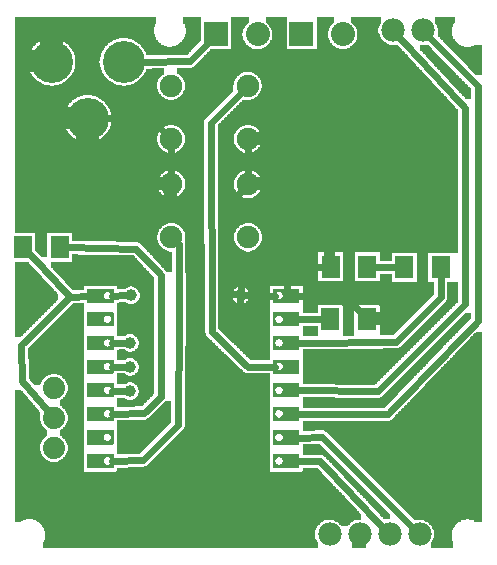
<source format=gbl>
G04 MADE WITH FRITZING*
G04 WWW.FRITZING.ORG*
G04 DOUBLE SIDED*
G04 HOLES PLATED*
G04 CONTOUR ON CENTER OF CONTOUR VECTOR*
%ASAXBY*%
%FSLAX23Y23*%
%MOIN*%
%OFA0B0*%
%SFA1.0B1.0*%
%ADD10C,0.075000*%
%ADD11C,0.078000*%
%ADD12C,0.039370*%
%ADD13C,0.074000*%
%ADD14C,0.140000*%
%ADD15C,0.080000*%
%ADD16R,0.062992X0.074803*%
%ADD17R,0.080000X0.080000*%
%ADD18C,0.024000*%
%ADD19R,0.001000X0.001000*%
%LNCOPPER0*%
G90*
G70*
G54D10*
X99Y903D03*
X1517Y618D03*
X930Y1626D03*
X443Y415D03*
G54D11*
X1387Y86D03*
X1287Y86D03*
X1187Y86D03*
X1087Y86D03*
G54D12*
X422Y724D03*
X422Y644D03*
X422Y563D03*
G54D10*
X814Y1404D03*
X559Y1404D03*
X814Y1581D03*
X559Y1581D03*
X815Y1076D03*
X560Y1076D03*
X815Y1253D03*
X560Y1253D03*
G54D12*
X791Y882D03*
X425Y882D03*
G54D13*
X168Y574D03*
X168Y474D03*
X168Y374D03*
G54D14*
X401Y1661D03*
X161Y1661D03*
X281Y1471D03*
G54D15*
X993Y1753D03*
X1131Y1753D03*
X709Y1752D03*
X847Y1752D03*
G54D11*
X1399Y1766D03*
X1299Y1766D03*
X1399Y1766D03*
X1299Y1766D03*
G54D16*
X1336Y975D03*
X1458Y975D03*
G54D17*
X993Y1753D03*
X709Y1752D03*
G54D16*
X1212Y802D03*
X1090Y802D03*
X1213Y978D03*
X1091Y978D03*
X65Y1042D03*
X187Y1042D03*
G54D18*
X489Y1474D02*
X538Y1424D01*
D02*
X342Y1472D02*
X489Y1473D01*
D02*
X945Y920D02*
X1003Y977D01*
D02*
X1003Y977D02*
X1065Y978D01*
D02*
X944Y898D02*
X945Y920D01*
D02*
X621Y1662D02*
X687Y1730D01*
D02*
X1056Y329D02*
X982Y329D01*
D02*
X1063Y410D02*
X982Y408D01*
D02*
X1366Y107D02*
X1063Y410D01*
D02*
X1266Y108D02*
X1056Y329D01*
D02*
X462Y1661D02*
X621Y1662D01*
D02*
X362Y723D02*
X403Y724D01*
D02*
X362Y644D02*
X403Y644D01*
D02*
X403Y563D02*
X362Y564D01*
D02*
X1239Y978D02*
X1310Y976D01*
D02*
X582Y450D02*
X465Y333D01*
D02*
X465Y333D02*
X362Y330D01*
D02*
X586Y813D02*
X582Y450D01*
D02*
X584Y1054D02*
X586Y813D01*
D02*
X581Y1057D02*
X584Y1054D01*
D02*
X735Y1040D02*
X733Y1168D01*
D02*
X559Y1282D02*
X559Y1375D01*
D02*
X733Y1168D02*
X796Y1233D01*
D02*
X789Y985D02*
X735Y1040D01*
D02*
X791Y901D02*
X789Y985D01*
D02*
X815Y1282D02*
X815Y1375D01*
D02*
X1141Y879D02*
X1186Y831D01*
D02*
X982Y880D02*
X1141Y879D01*
D02*
X1064Y802D02*
X982Y802D01*
D02*
X816Y644D02*
X904Y644D01*
D02*
X695Y761D02*
X816Y644D01*
D02*
X691Y1457D02*
X695Y761D01*
D02*
X794Y1561D02*
X691Y1457D01*
D02*
X60Y715D02*
X62Y597D01*
D02*
X62Y597D02*
X148Y497D01*
D02*
X222Y877D02*
X60Y715D01*
D02*
X362Y881D02*
X406Y882D01*
D02*
X904Y881D02*
X810Y882D01*
D02*
X1309Y728D02*
X982Y723D01*
D02*
X1458Y877D02*
X1309Y728D01*
D02*
X1458Y943D02*
X1458Y877D01*
D02*
X443Y1038D02*
X213Y1042D01*
D02*
X469Y490D02*
X524Y544D01*
D02*
X524Y544D02*
X524Y949D01*
D02*
X524Y949D02*
X443Y1038D01*
D02*
X362Y487D02*
X469Y490D01*
D02*
X222Y877D02*
X91Y1015D01*
D02*
X284Y879D02*
X222Y877D01*
D02*
X1539Y1507D02*
X1539Y853D01*
D02*
X1539Y853D02*
X1247Y562D01*
D02*
X1247Y562D02*
X982Y565D01*
D02*
X1320Y1744D02*
X1539Y1507D01*
D02*
X1581Y798D02*
X1281Y486D01*
D02*
X1581Y1579D02*
X1581Y798D01*
D02*
X1420Y1744D02*
X1581Y1579D01*
D02*
X1281Y486D02*
X982Y486D01*
G36*
X1440Y1810D02*
X1440Y1788D01*
X1442Y1788D01*
X1442Y1784D01*
X1444Y1784D01*
X1444Y1780D01*
X1446Y1780D01*
X1446Y1774D01*
X1448Y1774D01*
X1448Y1746D01*
X1450Y1746D01*
X1450Y1744D01*
X1452Y1744D01*
X1452Y1742D01*
X1454Y1742D01*
X1454Y1740D01*
X1456Y1740D01*
X1456Y1738D01*
X1458Y1738D01*
X1458Y1736D01*
X1460Y1736D01*
X1460Y1734D01*
X1462Y1734D01*
X1462Y1732D01*
X1464Y1732D01*
X1464Y1730D01*
X1466Y1730D01*
X1466Y1728D01*
X1468Y1728D01*
X1468Y1726D01*
X1470Y1726D01*
X1470Y1722D01*
X1472Y1722D01*
X1472Y1720D01*
X1474Y1720D01*
X1474Y1718D01*
X1476Y1718D01*
X1476Y1716D01*
X1478Y1716D01*
X1478Y1714D01*
X1480Y1714D01*
X1480Y1712D01*
X1482Y1712D01*
X1482Y1710D01*
X1536Y1710D01*
X1536Y1712D01*
X1530Y1712D01*
X1530Y1714D01*
X1526Y1714D01*
X1526Y1716D01*
X1522Y1716D01*
X1522Y1718D01*
X1518Y1718D01*
X1518Y1720D01*
X1516Y1720D01*
X1516Y1722D01*
X1514Y1722D01*
X1514Y1724D01*
X1512Y1724D01*
X1512Y1726D01*
X1510Y1726D01*
X1510Y1728D01*
X1508Y1728D01*
X1508Y1730D01*
X1506Y1730D01*
X1506Y1732D01*
X1504Y1732D01*
X1504Y1736D01*
X1502Y1736D01*
X1502Y1738D01*
X1500Y1738D01*
X1500Y1742D01*
X1498Y1742D01*
X1498Y1748D01*
X1496Y1748D01*
X1496Y1756D01*
X1494Y1756D01*
X1494Y1770D01*
X1496Y1770D01*
X1496Y1778D01*
X1498Y1778D01*
X1498Y1784D01*
X1500Y1784D01*
X1500Y1788D01*
X1502Y1788D01*
X1502Y1790D01*
X1504Y1790D01*
X1504Y1810D01*
X1440Y1810D01*
G37*
D02*
G36*
X1574Y1718D02*
X1574Y1716D01*
X1570Y1716D01*
X1570Y1714D01*
X1566Y1714D01*
X1566Y1712D01*
X1560Y1712D01*
X1560Y1710D01*
X1594Y1710D01*
X1594Y1718D01*
X1574Y1718D01*
G37*
D02*
G36*
X1484Y1710D02*
X1484Y1708D01*
X1594Y1708D01*
X1594Y1710D01*
X1484Y1710D01*
G37*
D02*
G36*
X1484Y1710D02*
X1484Y1708D01*
X1594Y1708D01*
X1594Y1710D01*
X1484Y1710D01*
G37*
D02*
G36*
X1486Y1708D02*
X1486Y1706D01*
X1488Y1706D01*
X1488Y1704D01*
X1490Y1704D01*
X1490Y1702D01*
X1492Y1702D01*
X1492Y1700D01*
X1494Y1700D01*
X1494Y1698D01*
X1496Y1698D01*
X1496Y1696D01*
X1498Y1696D01*
X1498Y1694D01*
X1500Y1694D01*
X1500Y1692D01*
X1502Y1692D01*
X1502Y1690D01*
X1504Y1690D01*
X1504Y1688D01*
X1506Y1688D01*
X1506Y1686D01*
X1508Y1686D01*
X1508Y1684D01*
X1510Y1684D01*
X1510Y1682D01*
X1512Y1682D01*
X1512Y1680D01*
X1514Y1680D01*
X1514Y1678D01*
X1516Y1678D01*
X1516Y1676D01*
X1518Y1676D01*
X1518Y1674D01*
X1520Y1674D01*
X1520Y1672D01*
X1522Y1672D01*
X1522Y1670D01*
X1524Y1670D01*
X1524Y1668D01*
X1526Y1668D01*
X1526Y1666D01*
X1528Y1666D01*
X1528Y1664D01*
X1530Y1664D01*
X1530Y1662D01*
X1532Y1662D01*
X1532Y1660D01*
X1534Y1660D01*
X1534Y1658D01*
X1536Y1658D01*
X1536Y1656D01*
X1538Y1656D01*
X1538Y1654D01*
X1540Y1654D01*
X1540Y1652D01*
X1542Y1652D01*
X1542Y1650D01*
X1544Y1650D01*
X1544Y1648D01*
X1546Y1648D01*
X1546Y1646D01*
X1548Y1646D01*
X1548Y1642D01*
X1550Y1642D01*
X1550Y1640D01*
X1552Y1640D01*
X1552Y1638D01*
X1554Y1638D01*
X1554Y1636D01*
X1556Y1636D01*
X1556Y1634D01*
X1558Y1634D01*
X1558Y1632D01*
X1560Y1632D01*
X1560Y1630D01*
X1562Y1630D01*
X1562Y1628D01*
X1564Y1628D01*
X1564Y1626D01*
X1566Y1626D01*
X1566Y1624D01*
X1568Y1624D01*
X1568Y1622D01*
X1570Y1622D01*
X1570Y1620D01*
X1572Y1620D01*
X1572Y1618D01*
X1574Y1618D01*
X1574Y1616D01*
X1594Y1616D01*
X1594Y1708D01*
X1486Y1708D01*
G37*
D02*
G36*
X1390Y1716D02*
X1390Y1698D01*
X1392Y1698D01*
X1392Y1696D01*
X1394Y1696D01*
X1394Y1694D01*
X1396Y1694D01*
X1396Y1692D01*
X1398Y1692D01*
X1398Y1690D01*
X1400Y1690D01*
X1400Y1688D01*
X1402Y1688D01*
X1402Y1686D01*
X1404Y1686D01*
X1404Y1684D01*
X1406Y1684D01*
X1406Y1682D01*
X1408Y1682D01*
X1408Y1680D01*
X1410Y1680D01*
X1410Y1676D01*
X1412Y1676D01*
X1412Y1674D01*
X1414Y1674D01*
X1414Y1672D01*
X1416Y1672D01*
X1416Y1670D01*
X1418Y1670D01*
X1418Y1668D01*
X1420Y1668D01*
X1420Y1666D01*
X1422Y1666D01*
X1422Y1664D01*
X1424Y1664D01*
X1424Y1662D01*
X1426Y1662D01*
X1426Y1660D01*
X1428Y1660D01*
X1428Y1658D01*
X1430Y1658D01*
X1430Y1656D01*
X1432Y1656D01*
X1432Y1654D01*
X1434Y1654D01*
X1434Y1652D01*
X1436Y1652D01*
X1436Y1648D01*
X1438Y1648D01*
X1438Y1646D01*
X1440Y1646D01*
X1440Y1644D01*
X1442Y1644D01*
X1442Y1642D01*
X1444Y1642D01*
X1444Y1640D01*
X1446Y1640D01*
X1446Y1638D01*
X1448Y1638D01*
X1448Y1636D01*
X1450Y1636D01*
X1450Y1634D01*
X1452Y1634D01*
X1452Y1632D01*
X1454Y1632D01*
X1454Y1630D01*
X1456Y1630D01*
X1456Y1628D01*
X1458Y1628D01*
X1458Y1626D01*
X1460Y1626D01*
X1460Y1624D01*
X1462Y1624D01*
X1462Y1620D01*
X1464Y1620D01*
X1464Y1618D01*
X1466Y1618D01*
X1466Y1616D01*
X1468Y1616D01*
X1468Y1614D01*
X1470Y1614D01*
X1470Y1612D01*
X1472Y1612D01*
X1472Y1610D01*
X1474Y1610D01*
X1474Y1608D01*
X1476Y1608D01*
X1476Y1606D01*
X1478Y1606D01*
X1478Y1604D01*
X1480Y1604D01*
X1480Y1602D01*
X1482Y1602D01*
X1482Y1600D01*
X1484Y1600D01*
X1484Y1598D01*
X1486Y1598D01*
X1486Y1594D01*
X1488Y1594D01*
X1488Y1592D01*
X1490Y1592D01*
X1490Y1590D01*
X1492Y1590D01*
X1492Y1588D01*
X1494Y1588D01*
X1494Y1586D01*
X1496Y1586D01*
X1496Y1584D01*
X1498Y1584D01*
X1498Y1582D01*
X1500Y1582D01*
X1500Y1580D01*
X1502Y1580D01*
X1502Y1578D01*
X1504Y1578D01*
X1504Y1576D01*
X1506Y1576D01*
X1506Y1574D01*
X1508Y1574D01*
X1508Y1572D01*
X1510Y1572D01*
X1510Y1570D01*
X1512Y1570D01*
X1512Y1566D01*
X1514Y1566D01*
X1514Y1564D01*
X1516Y1564D01*
X1516Y1562D01*
X1518Y1562D01*
X1518Y1560D01*
X1520Y1560D01*
X1520Y1558D01*
X1522Y1558D01*
X1522Y1556D01*
X1524Y1556D01*
X1524Y1554D01*
X1526Y1554D01*
X1526Y1552D01*
X1528Y1552D01*
X1528Y1550D01*
X1530Y1550D01*
X1530Y1548D01*
X1532Y1548D01*
X1532Y1546D01*
X1534Y1546D01*
X1534Y1544D01*
X1536Y1544D01*
X1536Y1542D01*
X1538Y1542D01*
X1538Y1538D01*
X1540Y1538D01*
X1540Y1536D01*
X1560Y1536D01*
X1560Y1570D01*
X1558Y1570D01*
X1558Y1572D01*
X1556Y1572D01*
X1556Y1574D01*
X1554Y1574D01*
X1554Y1576D01*
X1552Y1576D01*
X1552Y1578D01*
X1550Y1578D01*
X1550Y1580D01*
X1548Y1580D01*
X1548Y1582D01*
X1546Y1582D01*
X1546Y1584D01*
X1544Y1584D01*
X1544Y1586D01*
X1542Y1586D01*
X1542Y1588D01*
X1540Y1588D01*
X1540Y1590D01*
X1538Y1590D01*
X1538Y1592D01*
X1536Y1592D01*
X1536Y1594D01*
X1534Y1594D01*
X1534Y1596D01*
X1532Y1596D01*
X1532Y1598D01*
X1530Y1598D01*
X1530Y1600D01*
X1528Y1600D01*
X1528Y1602D01*
X1526Y1602D01*
X1526Y1604D01*
X1524Y1604D01*
X1524Y1606D01*
X1522Y1606D01*
X1522Y1608D01*
X1520Y1608D01*
X1520Y1610D01*
X1518Y1610D01*
X1518Y1612D01*
X1516Y1612D01*
X1516Y1614D01*
X1514Y1614D01*
X1514Y1616D01*
X1512Y1616D01*
X1512Y1618D01*
X1510Y1618D01*
X1510Y1620D01*
X1508Y1620D01*
X1508Y1624D01*
X1506Y1624D01*
X1506Y1626D01*
X1504Y1626D01*
X1504Y1628D01*
X1502Y1628D01*
X1502Y1630D01*
X1500Y1630D01*
X1500Y1632D01*
X1498Y1632D01*
X1498Y1634D01*
X1496Y1634D01*
X1496Y1636D01*
X1494Y1636D01*
X1494Y1638D01*
X1492Y1638D01*
X1492Y1640D01*
X1490Y1640D01*
X1490Y1642D01*
X1488Y1642D01*
X1488Y1644D01*
X1486Y1644D01*
X1486Y1646D01*
X1484Y1646D01*
X1484Y1648D01*
X1482Y1648D01*
X1482Y1650D01*
X1480Y1650D01*
X1480Y1652D01*
X1478Y1652D01*
X1478Y1654D01*
X1476Y1654D01*
X1476Y1656D01*
X1474Y1656D01*
X1474Y1658D01*
X1472Y1658D01*
X1472Y1660D01*
X1470Y1660D01*
X1470Y1662D01*
X1468Y1662D01*
X1468Y1664D01*
X1466Y1664D01*
X1466Y1666D01*
X1464Y1666D01*
X1464Y1668D01*
X1462Y1668D01*
X1462Y1670D01*
X1460Y1670D01*
X1460Y1672D01*
X1458Y1672D01*
X1458Y1674D01*
X1456Y1674D01*
X1456Y1676D01*
X1454Y1676D01*
X1454Y1678D01*
X1452Y1678D01*
X1452Y1680D01*
X1450Y1680D01*
X1450Y1682D01*
X1448Y1682D01*
X1448Y1684D01*
X1446Y1684D01*
X1446Y1686D01*
X1444Y1686D01*
X1444Y1688D01*
X1442Y1688D01*
X1442Y1690D01*
X1440Y1690D01*
X1440Y1692D01*
X1438Y1692D01*
X1438Y1694D01*
X1436Y1694D01*
X1436Y1696D01*
X1434Y1696D01*
X1434Y1698D01*
X1432Y1698D01*
X1432Y1700D01*
X1430Y1700D01*
X1430Y1704D01*
X1428Y1704D01*
X1428Y1706D01*
X1426Y1706D01*
X1426Y1708D01*
X1424Y1708D01*
X1424Y1710D01*
X1422Y1710D01*
X1422Y1712D01*
X1420Y1712D01*
X1420Y1714D01*
X1418Y1714D01*
X1418Y1716D01*
X1390Y1716D01*
G37*
D02*
G36*
X40Y994D02*
X40Y744D01*
X60Y744D01*
X60Y746D01*
X62Y746D01*
X62Y748D01*
X64Y748D01*
X64Y750D01*
X66Y750D01*
X66Y752D01*
X68Y752D01*
X68Y754D01*
X70Y754D01*
X70Y756D01*
X72Y756D01*
X72Y758D01*
X74Y758D01*
X74Y760D01*
X76Y760D01*
X76Y762D01*
X78Y762D01*
X78Y764D01*
X80Y764D01*
X80Y766D01*
X82Y766D01*
X82Y768D01*
X84Y768D01*
X84Y770D01*
X86Y770D01*
X86Y772D01*
X88Y772D01*
X88Y774D01*
X90Y774D01*
X90Y776D01*
X92Y776D01*
X92Y778D01*
X94Y778D01*
X94Y780D01*
X96Y780D01*
X96Y782D01*
X98Y782D01*
X98Y784D01*
X100Y784D01*
X100Y786D01*
X102Y786D01*
X102Y788D01*
X104Y788D01*
X104Y790D01*
X106Y790D01*
X106Y792D01*
X108Y792D01*
X108Y794D01*
X110Y794D01*
X110Y796D01*
X112Y796D01*
X112Y798D01*
X114Y798D01*
X114Y800D01*
X116Y800D01*
X116Y802D01*
X118Y802D01*
X118Y804D01*
X120Y804D01*
X120Y806D01*
X122Y806D01*
X122Y808D01*
X124Y808D01*
X124Y810D01*
X126Y810D01*
X126Y812D01*
X128Y812D01*
X128Y814D01*
X130Y814D01*
X130Y816D01*
X132Y816D01*
X132Y818D01*
X134Y818D01*
X134Y820D01*
X136Y820D01*
X136Y822D01*
X138Y822D01*
X138Y824D01*
X140Y824D01*
X140Y826D01*
X142Y826D01*
X142Y828D01*
X144Y828D01*
X144Y830D01*
X146Y830D01*
X146Y832D01*
X148Y832D01*
X148Y834D01*
X150Y834D01*
X150Y836D01*
X152Y836D01*
X152Y838D01*
X154Y838D01*
X154Y840D01*
X156Y840D01*
X156Y842D01*
X158Y842D01*
X158Y844D01*
X160Y844D01*
X160Y846D01*
X162Y846D01*
X162Y848D01*
X164Y848D01*
X164Y850D01*
X166Y850D01*
X166Y852D01*
X168Y852D01*
X168Y854D01*
X170Y854D01*
X170Y856D01*
X172Y856D01*
X172Y858D01*
X174Y858D01*
X174Y860D01*
X176Y860D01*
X176Y862D01*
X178Y862D01*
X178Y864D01*
X180Y864D01*
X180Y866D01*
X182Y866D01*
X182Y888D01*
X180Y888D01*
X180Y890D01*
X178Y890D01*
X178Y892D01*
X176Y892D01*
X176Y894D01*
X174Y894D01*
X174Y896D01*
X172Y896D01*
X172Y898D01*
X170Y898D01*
X170Y902D01*
X168Y902D01*
X168Y904D01*
X166Y904D01*
X166Y906D01*
X164Y906D01*
X164Y908D01*
X162Y908D01*
X162Y910D01*
X160Y910D01*
X160Y912D01*
X158Y912D01*
X158Y914D01*
X156Y914D01*
X156Y916D01*
X154Y916D01*
X154Y918D01*
X152Y918D01*
X152Y920D01*
X150Y920D01*
X150Y922D01*
X148Y922D01*
X148Y924D01*
X146Y924D01*
X146Y926D01*
X144Y926D01*
X144Y928D01*
X142Y928D01*
X142Y930D01*
X140Y930D01*
X140Y932D01*
X138Y932D01*
X138Y934D01*
X136Y934D01*
X136Y936D01*
X134Y936D01*
X134Y938D01*
X132Y938D01*
X132Y940D01*
X130Y940D01*
X130Y944D01*
X128Y944D01*
X128Y946D01*
X126Y946D01*
X126Y948D01*
X124Y948D01*
X124Y950D01*
X122Y950D01*
X122Y952D01*
X120Y952D01*
X120Y954D01*
X118Y954D01*
X118Y956D01*
X116Y956D01*
X116Y958D01*
X114Y958D01*
X114Y960D01*
X112Y960D01*
X112Y962D01*
X110Y962D01*
X110Y964D01*
X108Y964D01*
X108Y966D01*
X106Y966D01*
X106Y968D01*
X104Y968D01*
X104Y970D01*
X102Y970D01*
X102Y972D01*
X100Y972D01*
X100Y974D01*
X98Y974D01*
X98Y976D01*
X96Y976D01*
X96Y978D01*
X94Y978D01*
X94Y980D01*
X92Y980D01*
X92Y984D01*
X90Y984D01*
X90Y986D01*
X88Y986D01*
X88Y988D01*
X86Y988D01*
X86Y990D01*
X84Y990D01*
X84Y992D01*
X82Y992D01*
X82Y994D01*
X40Y994D01*
G37*
D02*
G36*
X1480Y926D02*
X1480Y870D01*
X1478Y870D01*
X1478Y866D01*
X1476Y866D01*
X1476Y862D01*
X1474Y862D01*
X1474Y860D01*
X1472Y860D01*
X1472Y858D01*
X1470Y858D01*
X1470Y856D01*
X1468Y856D01*
X1468Y854D01*
X1466Y854D01*
X1466Y852D01*
X1464Y852D01*
X1464Y850D01*
X1462Y850D01*
X1462Y848D01*
X1460Y848D01*
X1460Y846D01*
X1458Y846D01*
X1458Y844D01*
X1456Y844D01*
X1456Y842D01*
X1454Y842D01*
X1454Y840D01*
X1452Y840D01*
X1452Y838D01*
X1450Y838D01*
X1450Y836D01*
X1448Y836D01*
X1448Y834D01*
X1446Y834D01*
X1446Y832D01*
X1444Y832D01*
X1444Y830D01*
X1442Y830D01*
X1442Y828D01*
X1440Y828D01*
X1440Y826D01*
X1438Y826D01*
X1438Y824D01*
X1436Y824D01*
X1436Y822D01*
X1434Y822D01*
X1434Y820D01*
X1432Y820D01*
X1432Y818D01*
X1430Y818D01*
X1430Y816D01*
X1428Y816D01*
X1428Y814D01*
X1426Y814D01*
X1426Y812D01*
X1424Y812D01*
X1424Y810D01*
X1422Y810D01*
X1422Y808D01*
X1420Y808D01*
X1420Y806D01*
X1418Y806D01*
X1418Y804D01*
X1416Y804D01*
X1416Y802D01*
X1414Y802D01*
X1414Y800D01*
X1412Y800D01*
X1412Y798D01*
X1410Y798D01*
X1410Y796D01*
X1408Y796D01*
X1408Y794D01*
X1406Y794D01*
X1406Y792D01*
X1404Y792D01*
X1404Y790D01*
X1402Y790D01*
X1402Y788D01*
X1400Y788D01*
X1400Y786D01*
X1398Y786D01*
X1398Y784D01*
X1396Y784D01*
X1396Y782D01*
X1394Y782D01*
X1394Y780D01*
X1392Y780D01*
X1392Y778D01*
X1390Y778D01*
X1390Y776D01*
X1388Y776D01*
X1388Y774D01*
X1386Y774D01*
X1386Y772D01*
X1384Y772D01*
X1384Y770D01*
X1382Y770D01*
X1382Y768D01*
X1380Y768D01*
X1380Y766D01*
X1378Y766D01*
X1378Y764D01*
X1376Y764D01*
X1376Y762D01*
X1374Y762D01*
X1374Y760D01*
X1372Y760D01*
X1372Y758D01*
X1370Y758D01*
X1370Y756D01*
X1368Y756D01*
X1368Y754D01*
X1366Y754D01*
X1366Y752D01*
X1364Y752D01*
X1364Y750D01*
X1362Y750D01*
X1362Y748D01*
X1360Y748D01*
X1360Y746D01*
X1358Y746D01*
X1358Y744D01*
X1356Y744D01*
X1356Y742D01*
X1354Y742D01*
X1354Y740D01*
X1352Y740D01*
X1352Y738D01*
X1350Y738D01*
X1350Y736D01*
X1348Y736D01*
X1348Y734D01*
X1346Y734D01*
X1346Y732D01*
X1344Y732D01*
X1344Y730D01*
X1342Y730D01*
X1342Y728D01*
X1340Y728D01*
X1340Y726D01*
X1338Y726D01*
X1338Y724D01*
X1336Y724D01*
X1336Y722D01*
X1334Y722D01*
X1334Y720D01*
X1332Y720D01*
X1332Y718D01*
X1330Y718D01*
X1330Y716D01*
X1328Y716D01*
X1328Y714D01*
X1326Y714D01*
X1326Y712D01*
X1324Y712D01*
X1324Y710D01*
X1320Y710D01*
X1320Y708D01*
X1316Y708D01*
X1316Y706D01*
X1264Y706D01*
X1264Y704D01*
X1128Y704D01*
X1128Y702D01*
X998Y702D01*
X998Y586D01*
X1106Y586D01*
X1106Y584D01*
X1240Y584D01*
X1240Y586D01*
X1242Y586D01*
X1242Y588D01*
X1244Y588D01*
X1244Y590D01*
X1246Y590D01*
X1246Y592D01*
X1248Y592D01*
X1248Y594D01*
X1250Y594D01*
X1250Y596D01*
X1252Y596D01*
X1252Y598D01*
X1254Y598D01*
X1254Y600D01*
X1256Y600D01*
X1256Y602D01*
X1258Y602D01*
X1258Y604D01*
X1260Y604D01*
X1260Y606D01*
X1262Y606D01*
X1262Y608D01*
X1264Y608D01*
X1264Y610D01*
X1266Y610D01*
X1266Y612D01*
X1268Y612D01*
X1268Y614D01*
X1270Y614D01*
X1270Y616D01*
X1272Y616D01*
X1272Y618D01*
X1274Y618D01*
X1274Y620D01*
X1276Y620D01*
X1276Y622D01*
X1278Y622D01*
X1278Y624D01*
X1280Y624D01*
X1280Y626D01*
X1282Y626D01*
X1282Y628D01*
X1284Y628D01*
X1284Y630D01*
X1286Y630D01*
X1286Y632D01*
X1288Y632D01*
X1288Y634D01*
X1290Y634D01*
X1290Y636D01*
X1292Y636D01*
X1292Y638D01*
X1294Y638D01*
X1294Y640D01*
X1296Y640D01*
X1296Y642D01*
X1298Y642D01*
X1298Y644D01*
X1300Y644D01*
X1300Y646D01*
X1302Y646D01*
X1302Y648D01*
X1304Y648D01*
X1304Y650D01*
X1306Y650D01*
X1306Y652D01*
X1308Y652D01*
X1308Y654D01*
X1310Y654D01*
X1310Y656D01*
X1312Y656D01*
X1312Y658D01*
X1314Y658D01*
X1314Y660D01*
X1316Y660D01*
X1316Y662D01*
X1318Y662D01*
X1318Y664D01*
X1320Y664D01*
X1320Y666D01*
X1322Y666D01*
X1322Y668D01*
X1324Y668D01*
X1324Y670D01*
X1326Y670D01*
X1326Y672D01*
X1328Y672D01*
X1328Y674D01*
X1330Y674D01*
X1330Y676D01*
X1332Y676D01*
X1332Y678D01*
X1334Y678D01*
X1334Y680D01*
X1336Y680D01*
X1336Y682D01*
X1338Y682D01*
X1338Y684D01*
X1340Y684D01*
X1340Y686D01*
X1342Y686D01*
X1342Y688D01*
X1344Y688D01*
X1344Y690D01*
X1346Y690D01*
X1346Y692D01*
X1348Y692D01*
X1348Y694D01*
X1350Y694D01*
X1350Y696D01*
X1352Y696D01*
X1352Y698D01*
X1354Y698D01*
X1354Y700D01*
X1356Y700D01*
X1356Y702D01*
X1358Y702D01*
X1358Y704D01*
X1360Y704D01*
X1360Y706D01*
X1362Y706D01*
X1362Y708D01*
X1364Y708D01*
X1364Y710D01*
X1366Y710D01*
X1366Y712D01*
X1368Y712D01*
X1368Y714D01*
X1370Y714D01*
X1370Y716D01*
X1372Y716D01*
X1372Y718D01*
X1374Y718D01*
X1374Y720D01*
X1376Y720D01*
X1376Y722D01*
X1378Y722D01*
X1378Y724D01*
X1380Y724D01*
X1380Y726D01*
X1382Y726D01*
X1382Y728D01*
X1384Y728D01*
X1384Y730D01*
X1386Y730D01*
X1386Y732D01*
X1388Y732D01*
X1388Y734D01*
X1390Y734D01*
X1390Y736D01*
X1392Y736D01*
X1392Y738D01*
X1394Y738D01*
X1394Y740D01*
X1396Y740D01*
X1396Y742D01*
X1398Y742D01*
X1398Y744D01*
X1400Y744D01*
X1400Y746D01*
X1402Y746D01*
X1402Y748D01*
X1404Y748D01*
X1404Y750D01*
X1406Y750D01*
X1406Y752D01*
X1408Y752D01*
X1408Y754D01*
X1410Y754D01*
X1410Y756D01*
X1412Y756D01*
X1412Y758D01*
X1414Y758D01*
X1414Y760D01*
X1416Y760D01*
X1416Y762D01*
X1418Y762D01*
X1418Y764D01*
X1420Y764D01*
X1420Y766D01*
X1422Y766D01*
X1422Y768D01*
X1424Y768D01*
X1424Y770D01*
X1426Y770D01*
X1426Y772D01*
X1428Y772D01*
X1428Y774D01*
X1430Y774D01*
X1430Y776D01*
X1432Y776D01*
X1432Y778D01*
X1434Y778D01*
X1434Y780D01*
X1436Y780D01*
X1436Y782D01*
X1438Y782D01*
X1438Y784D01*
X1440Y784D01*
X1440Y786D01*
X1442Y786D01*
X1442Y788D01*
X1444Y788D01*
X1444Y790D01*
X1446Y790D01*
X1446Y792D01*
X1448Y792D01*
X1448Y794D01*
X1450Y794D01*
X1450Y796D01*
X1452Y796D01*
X1452Y798D01*
X1454Y798D01*
X1454Y800D01*
X1456Y800D01*
X1456Y802D01*
X1458Y802D01*
X1458Y804D01*
X1460Y804D01*
X1460Y806D01*
X1462Y806D01*
X1462Y808D01*
X1464Y808D01*
X1464Y810D01*
X1466Y810D01*
X1466Y812D01*
X1468Y812D01*
X1468Y814D01*
X1470Y814D01*
X1470Y816D01*
X1472Y816D01*
X1472Y818D01*
X1474Y818D01*
X1474Y820D01*
X1476Y820D01*
X1476Y822D01*
X1478Y822D01*
X1478Y824D01*
X1480Y824D01*
X1480Y826D01*
X1482Y826D01*
X1482Y828D01*
X1484Y828D01*
X1484Y830D01*
X1486Y830D01*
X1486Y832D01*
X1488Y832D01*
X1488Y834D01*
X1490Y834D01*
X1490Y836D01*
X1492Y836D01*
X1492Y838D01*
X1494Y838D01*
X1494Y840D01*
X1496Y840D01*
X1496Y842D01*
X1498Y842D01*
X1498Y844D01*
X1500Y844D01*
X1500Y846D01*
X1502Y846D01*
X1502Y848D01*
X1504Y848D01*
X1504Y850D01*
X1506Y850D01*
X1506Y852D01*
X1508Y852D01*
X1508Y854D01*
X1510Y854D01*
X1510Y856D01*
X1512Y856D01*
X1512Y858D01*
X1514Y858D01*
X1514Y860D01*
X1516Y860D01*
X1516Y926D01*
X1480Y926D01*
G37*
D02*
G36*
X998Y780D02*
X998Y746D01*
X1048Y746D01*
X1048Y780D01*
X998Y780D01*
G37*
D02*
G36*
X1574Y760D02*
X1574Y758D01*
X1572Y758D01*
X1572Y756D01*
X1570Y756D01*
X1570Y754D01*
X1568Y754D01*
X1568Y752D01*
X1566Y752D01*
X1566Y750D01*
X1564Y750D01*
X1564Y748D01*
X1562Y748D01*
X1562Y746D01*
X1560Y746D01*
X1560Y744D01*
X1558Y744D01*
X1558Y742D01*
X1556Y742D01*
X1556Y740D01*
X1554Y740D01*
X1554Y736D01*
X1552Y736D01*
X1552Y734D01*
X1550Y734D01*
X1550Y732D01*
X1548Y732D01*
X1548Y730D01*
X1546Y730D01*
X1546Y728D01*
X1544Y728D01*
X1544Y726D01*
X1542Y726D01*
X1542Y724D01*
X1540Y724D01*
X1540Y722D01*
X1538Y722D01*
X1538Y720D01*
X1536Y720D01*
X1536Y718D01*
X1534Y718D01*
X1534Y716D01*
X1532Y716D01*
X1532Y714D01*
X1530Y714D01*
X1530Y712D01*
X1528Y712D01*
X1528Y710D01*
X1526Y710D01*
X1526Y708D01*
X1524Y708D01*
X1524Y706D01*
X1522Y706D01*
X1522Y704D01*
X1520Y704D01*
X1520Y702D01*
X1518Y702D01*
X1518Y700D01*
X1516Y700D01*
X1516Y698D01*
X1514Y698D01*
X1514Y696D01*
X1512Y696D01*
X1512Y694D01*
X1510Y694D01*
X1510Y692D01*
X1508Y692D01*
X1508Y690D01*
X1506Y690D01*
X1506Y688D01*
X1504Y688D01*
X1504Y684D01*
X1502Y684D01*
X1502Y682D01*
X1500Y682D01*
X1500Y680D01*
X1498Y680D01*
X1498Y678D01*
X1496Y678D01*
X1496Y676D01*
X1494Y676D01*
X1494Y674D01*
X1492Y674D01*
X1492Y672D01*
X1490Y672D01*
X1490Y670D01*
X1488Y670D01*
X1488Y668D01*
X1486Y668D01*
X1486Y666D01*
X1484Y666D01*
X1484Y664D01*
X1482Y664D01*
X1482Y662D01*
X1480Y662D01*
X1480Y660D01*
X1478Y660D01*
X1478Y658D01*
X1476Y658D01*
X1476Y656D01*
X1474Y656D01*
X1474Y654D01*
X1472Y654D01*
X1472Y652D01*
X1470Y652D01*
X1470Y650D01*
X1468Y650D01*
X1468Y648D01*
X1466Y648D01*
X1466Y646D01*
X1464Y646D01*
X1464Y644D01*
X1462Y644D01*
X1462Y642D01*
X1460Y642D01*
X1460Y640D01*
X1458Y640D01*
X1458Y638D01*
X1456Y638D01*
X1456Y636D01*
X1454Y636D01*
X1454Y632D01*
X1452Y632D01*
X1452Y630D01*
X1450Y630D01*
X1450Y628D01*
X1448Y628D01*
X1448Y626D01*
X1446Y626D01*
X1446Y624D01*
X1444Y624D01*
X1444Y622D01*
X1442Y622D01*
X1442Y620D01*
X1440Y620D01*
X1440Y618D01*
X1438Y618D01*
X1438Y616D01*
X1436Y616D01*
X1436Y614D01*
X1434Y614D01*
X1434Y612D01*
X1432Y612D01*
X1432Y610D01*
X1430Y610D01*
X1430Y608D01*
X1428Y608D01*
X1428Y606D01*
X1426Y606D01*
X1426Y604D01*
X1424Y604D01*
X1424Y602D01*
X1422Y602D01*
X1422Y600D01*
X1420Y600D01*
X1420Y598D01*
X1418Y598D01*
X1418Y596D01*
X1416Y596D01*
X1416Y594D01*
X1414Y594D01*
X1414Y592D01*
X1412Y592D01*
X1412Y590D01*
X1410Y590D01*
X1410Y588D01*
X1408Y588D01*
X1408Y586D01*
X1406Y586D01*
X1406Y584D01*
X1404Y584D01*
X1404Y580D01*
X1402Y580D01*
X1402Y578D01*
X1400Y578D01*
X1400Y576D01*
X1398Y576D01*
X1398Y574D01*
X1396Y574D01*
X1396Y572D01*
X1394Y572D01*
X1394Y570D01*
X1392Y570D01*
X1392Y568D01*
X1390Y568D01*
X1390Y566D01*
X1388Y566D01*
X1388Y564D01*
X1386Y564D01*
X1386Y562D01*
X1384Y562D01*
X1384Y560D01*
X1382Y560D01*
X1382Y558D01*
X1380Y558D01*
X1380Y556D01*
X1378Y556D01*
X1378Y554D01*
X1376Y554D01*
X1376Y552D01*
X1374Y552D01*
X1374Y550D01*
X1372Y550D01*
X1372Y548D01*
X1370Y548D01*
X1370Y546D01*
X1368Y546D01*
X1368Y544D01*
X1366Y544D01*
X1366Y542D01*
X1364Y542D01*
X1364Y540D01*
X1362Y540D01*
X1362Y538D01*
X1360Y538D01*
X1360Y536D01*
X1358Y536D01*
X1358Y534D01*
X1356Y534D01*
X1356Y532D01*
X1354Y532D01*
X1354Y528D01*
X1352Y528D01*
X1352Y526D01*
X1350Y526D01*
X1350Y524D01*
X1348Y524D01*
X1348Y522D01*
X1346Y522D01*
X1346Y520D01*
X1344Y520D01*
X1344Y518D01*
X1342Y518D01*
X1342Y516D01*
X1340Y516D01*
X1340Y514D01*
X1338Y514D01*
X1338Y512D01*
X1336Y512D01*
X1336Y510D01*
X1334Y510D01*
X1334Y508D01*
X1332Y508D01*
X1332Y506D01*
X1330Y506D01*
X1330Y504D01*
X1328Y504D01*
X1328Y502D01*
X1326Y502D01*
X1326Y500D01*
X1324Y500D01*
X1324Y498D01*
X1322Y498D01*
X1322Y496D01*
X1320Y496D01*
X1320Y494D01*
X1318Y494D01*
X1318Y492D01*
X1316Y492D01*
X1316Y490D01*
X1314Y490D01*
X1314Y488D01*
X1312Y488D01*
X1312Y486D01*
X1310Y486D01*
X1310Y484D01*
X1308Y484D01*
X1308Y482D01*
X1306Y482D01*
X1306Y480D01*
X1304Y480D01*
X1304Y476D01*
X1302Y476D01*
X1302Y474D01*
X1300Y474D01*
X1300Y472D01*
X1298Y472D01*
X1298Y470D01*
X1294Y470D01*
X1294Y468D01*
X1292Y468D01*
X1292Y466D01*
X1288Y466D01*
X1288Y464D01*
X998Y464D01*
X998Y432D01*
X1068Y432D01*
X1068Y430D01*
X1072Y430D01*
X1072Y428D01*
X1076Y428D01*
X1076Y426D01*
X1078Y426D01*
X1078Y424D01*
X1080Y424D01*
X1080Y422D01*
X1082Y422D01*
X1082Y420D01*
X1084Y420D01*
X1084Y418D01*
X1086Y418D01*
X1086Y416D01*
X1088Y416D01*
X1088Y414D01*
X1090Y414D01*
X1090Y412D01*
X1092Y412D01*
X1092Y410D01*
X1094Y410D01*
X1094Y408D01*
X1096Y408D01*
X1096Y406D01*
X1098Y406D01*
X1098Y404D01*
X1100Y404D01*
X1100Y402D01*
X1102Y402D01*
X1102Y400D01*
X1104Y400D01*
X1104Y398D01*
X1106Y398D01*
X1106Y396D01*
X1108Y396D01*
X1108Y394D01*
X1110Y394D01*
X1110Y392D01*
X1112Y392D01*
X1112Y390D01*
X1114Y390D01*
X1114Y388D01*
X1116Y388D01*
X1116Y386D01*
X1118Y386D01*
X1118Y384D01*
X1120Y384D01*
X1120Y382D01*
X1122Y382D01*
X1122Y380D01*
X1124Y380D01*
X1124Y378D01*
X1126Y378D01*
X1126Y376D01*
X1128Y376D01*
X1128Y374D01*
X1130Y374D01*
X1130Y372D01*
X1132Y372D01*
X1132Y370D01*
X1134Y370D01*
X1134Y368D01*
X1136Y368D01*
X1136Y366D01*
X1138Y366D01*
X1138Y364D01*
X1140Y364D01*
X1140Y362D01*
X1142Y362D01*
X1142Y360D01*
X1144Y360D01*
X1144Y358D01*
X1146Y358D01*
X1146Y356D01*
X1148Y356D01*
X1148Y354D01*
X1150Y354D01*
X1150Y352D01*
X1152Y352D01*
X1152Y350D01*
X1154Y350D01*
X1154Y348D01*
X1156Y348D01*
X1156Y346D01*
X1158Y346D01*
X1158Y344D01*
X1160Y344D01*
X1160Y342D01*
X1162Y342D01*
X1162Y340D01*
X1164Y340D01*
X1164Y338D01*
X1166Y338D01*
X1166Y336D01*
X1168Y336D01*
X1168Y334D01*
X1170Y334D01*
X1170Y332D01*
X1172Y332D01*
X1172Y330D01*
X1174Y330D01*
X1174Y328D01*
X1176Y328D01*
X1176Y326D01*
X1178Y326D01*
X1178Y324D01*
X1180Y324D01*
X1180Y322D01*
X1182Y322D01*
X1182Y320D01*
X1184Y320D01*
X1184Y318D01*
X1186Y318D01*
X1186Y316D01*
X1188Y316D01*
X1188Y314D01*
X1190Y314D01*
X1190Y312D01*
X1192Y312D01*
X1192Y310D01*
X1194Y310D01*
X1194Y308D01*
X1196Y308D01*
X1196Y306D01*
X1198Y306D01*
X1198Y304D01*
X1200Y304D01*
X1200Y302D01*
X1202Y302D01*
X1202Y300D01*
X1204Y300D01*
X1204Y298D01*
X1206Y298D01*
X1206Y296D01*
X1208Y296D01*
X1208Y294D01*
X1210Y294D01*
X1210Y292D01*
X1212Y292D01*
X1212Y290D01*
X1214Y290D01*
X1214Y288D01*
X1216Y288D01*
X1216Y286D01*
X1218Y286D01*
X1218Y284D01*
X1220Y284D01*
X1220Y282D01*
X1222Y282D01*
X1222Y280D01*
X1224Y280D01*
X1224Y278D01*
X1226Y278D01*
X1226Y276D01*
X1228Y276D01*
X1228Y274D01*
X1230Y274D01*
X1230Y272D01*
X1232Y272D01*
X1232Y270D01*
X1234Y270D01*
X1234Y268D01*
X1236Y268D01*
X1236Y266D01*
X1238Y266D01*
X1238Y264D01*
X1240Y264D01*
X1240Y262D01*
X1242Y262D01*
X1242Y260D01*
X1244Y260D01*
X1244Y258D01*
X1246Y258D01*
X1246Y256D01*
X1248Y256D01*
X1248Y254D01*
X1250Y254D01*
X1250Y252D01*
X1252Y252D01*
X1252Y250D01*
X1254Y250D01*
X1254Y248D01*
X1256Y248D01*
X1256Y246D01*
X1258Y246D01*
X1258Y244D01*
X1260Y244D01*
X1260Y242D01*
X1262Y242D01*
X1262Y240D01*
X1264Y240D01*
X1264Y238D01*
X1266Y238D01*
X1266Y236D01*
X1268Y236D01*
X1268Y234D01*
X1270Y234D01*
X1270Y232D01*
X1272Y232D01*
X1272Y230D01*
X1274Y230D01*
X1274Y228D01*
X1276Y228D01*
X1276Y226D01*
X1278Y226D01*
X1278Y224D01*
X1280Y224D01*
X1280Y222D01*
X1282Y222D01*
X1282Y220D01*
X1284Y220D01*
X1284Y218D01*
X1286Y218D01*
X1286Y216D01*
X1288Y216D01*
X1288Y214D01*
X1290Y214D01*
X1290Y212D01*
X1292Y212D01*
X1292Y210D01*
X1294Y210D01*
X1294Y208D01*
X1296Y208D01*
X1296Y206D01*
X1298Y206D01*
X1298Y204D01*
X1300Y204D01*
X1300Y202D01*
X1302Y202D01*
X1302Y200D01*
X1304Y200D01*
X1304Y198D01*
X1306Y198D01*
X1306Y196D01*
X1308Y196D01*
X1308Y194D01*
X1310Y194D01*
X1310Y192D01*
X1312Y192D01*
X1312Y190D01*
X1314Y190D01*
X1314Y188D01*
X1316Y188D01*
X1316Y186D01*
X1318Y186D01*
X1318Y184D01*
X1320Y184D01*
X1320Y182D01*
X1322Y182D01*
X1322Y180D01*
X1324Y180D01*
X1324Y178D01*
X1326Y178D01*
X1326Y176D01*
X1328Y176D01*
X1328Y174D01*
X1330Y174D01*
X1330Y172D01*
X1332Y172D01*
X1332Y170D01*
X1334Y170D01*
X1334Y168D01*
X1336Y168D01*
X1336Y166D01*
X1338Y166D01*
X1338Y164D01*
X1340Y164D01*
X1340Y162D01*
X1342Y162D01*
X1342Y160D01*
X1344Y160D01*
X1344Y158D01*
X1346Y158D01*
X1346Y156D01*
X1348Y156D01*
X1348Y154D01*
X1350Y154D01*
X1350Y152D01*
X1352Y152D01*
X1352Y150D01*
X1354Y150D01*
X1354Y148D01*
X1356Y148D01*
X1356Y146D01*
X1358Y146D01*
X1358Y144D01*
X1360Y144D01*
X1360Y142D01*
X1362Y142D01*
X1362Y140D01*
X1364Y140D01*
X1364Y138D01*
X1366Y138D01*
X1366Y136D01*
X1552Y136D01*
X1552Y134D01*
X1562Y134D01*
X1562Y132D01*
X1568Y132D01*
X1568Y130D01*
X1570Y130D01*
X1570Y128D01*
X1574Y128D01*
X1574Y126D01*
X1594Y126D01*
X1594Y760D01*
X1574Y760D01*
G37*
D02*
G36*
X998Y432D02*
X998Y430D01*
X1038Y430D01*
X1038Y432D01*
X998Y432D01*
G37*
D02*
G36*
X1368Y136D02*
X1368Y134D01*
X1396Y134D01*
X1396Y132D01*
X1402Y132D01*
X1402Y130D01*
X1406Y130D01*
X1406Y128D01*
X1410Y128D01*
X1410Y126D01*
X1414Y126D01*
X1414Y124D01*
X1416Y124D01*
X1416Y122D01*
X1418Y122D01*
X1418Y120D01*
X1420Y120D01*
X1420Y118D01*
X1422Y118D01*
X1422Y116D01*
X1424Y116D01*
X1424Y114D01*
X1426Y114D01*
X1426Y112D01*
X1428Y112D01*
X1428Y108D01*
X1430Y108D01*
X1430Y104D01*
X1432Y104D01*
X1432Y100D01*
X1434Y100D01*
X1434Y92D01*
X1436Y92D01*
X1436Y78D01*
X1434Y78D01*
X1434Y72D01*
X1432Y72D01*
X1432Y66D01*
X1430Y66D01*
X1430Y64D01*
X1428Y64D01*
X1428Y60D01*
X1426Y60D01*
X1426Y40D01*
X1500Y40D01*
X1500Y60D01*
X1498Y60D01*
X1498Y64D01*
X1496Y64D01*
X1496Y72D01*
X1494Y72D01*
X1494Y94D01*
X1496Y94D01*
X1496Y100D01*
X1498Y100D01*
X1498Y104D01*
X1500Y104D01*
X1500Y108D01*
X1502Y108D01*
X1502Y110D01*
X1504Y110D01*
X1504Y114D01*
X1506Y114D01*
X1506Y116D01*
X1508Y116D01*
X1508Y118D01*
X1510Y118D01*
X1510Y120D01*
X1512Y120D01*
X1512Y122D01*
X1514Y122D01*
X1514Y124D01*
X1516Y124D01*
X1516Y126D01*
X1520Y126D01*
X1520Y128D01*
X1524Y128D01*
X1524Y130D01*
X1526Y130D01*
X1526Y132D01*
X1532Y132D01*
X1532Y134D01*
X1542Y134D01*
X1542Y136D01*
X1368Y136D01*
G37*
D02*
G36*
X40Y1810D02*
X40Y1740D01*
X416Y1740D01*
X416Y1738D01*
X422Y1738D01*
X422Y1736D01*
X428Y1736D01*
X428Y1734D01*
X432Y1734D01*
X432Y1732D01*
X436Y1732D01*
X436Y1730D01*
X440Y1730D01*
X440Y1728D01*
X444Y1728D01*
X444Y1726D01*
X446Y1726D01*
X446Y1724D01*
X448Y1724D01*
X448Y1722D01*
X450Y1722D01*
X450Y1720D01*
X454Y1720D01*
X454Y1718D01*
X456Y1718D01*
X456Y1716D01*
X458Y1716D01*
X458Y1714D01*
X460Y1714D01*
X460Y1710D01*
X546Y1710D01*
X546Y1712D01*
X538Y1712D01*
X538Y1714D01*
X534Y1714D01*
X534Y1716D01*
X530Y1716D01*
X530Y1718D01*
X526Y1718D01*
X526Y1720D01*
X524Y1720D01*
X524Y1722D01*
X522Y1722D01*
X522Y1724D01*
X520Y1724D01*
X520Y1726D01*
X518Y1726D01*
X518Y1728D01*
X516Y1728D01*
X516Y1730D01*
X514Y1730D01*
X514Y1732D01*
X512Y1732D01*
X512Y1734D01*
X510Y1734D01*
X510Y1738D01*
X508Y1738D01*
X508Y1742D01*
X506Y1742D01*
X506Y1746D01*
X504Y1746D01*
X504Y1752D01*
X502Y1752D01*
X502Y1776D01*
X504Y1776D01*
X504Y1782D01*
X506Y1782D01*
X506Y1786D01*
X508Y1786D01*
X508Y1790D01*
X510Y1790D01*
X510Y1810D01*
X40Y1810D01*
G37*
D02*
G36*
X600Y1810D02*
X600Y1788D01*
X602Y1788D01*
X602Y1786D01*
X604Y1786D01*
X604Y1780D01*
X606Y1780D01*
X606Y1774D01*
X608Y1774D01*
X608Y1754D01*
X606Y1754D01*
X606Y1746D01*
X604Y1746D01*
X604Y1742D01*
X602Y1742D01*
X602Y1738D01*
X600Y1738D01*
X600Y1734D01*
X598Y1734D01*
X598Y1732D01*
X596Y1732D01*
X596Y1730D01*
X594Y1730D01*
X594Y1728D01*
X592Y1728D01*
X592Y1726D01*
X590Y1726D01*
X590Y1724D01*
X588Y1724D01*
X588Y1722D01*
X586Y1722D01*
X586Y1720D01*
X582Y1720D01*
X582Y1718D01*
X580Y1718D01*
X580Y1716D01*
X576Y1716D01*
X576Y1714D01*
X570Y1714D01*
X570Y1712D01*
X562Y1712D01*
X562Y1710D01*
X638Y1710D01*
X638Y1712D01*
X640Y1712D01*
X640Y1714D01*
X642Y1714D01*
X642Y1716D01*
X644Y1716D01*
X644Y1718D01*
X646Y1718D01*
X646Y1720D01*
X648Y1720D01*
X648Y1722D01*
X650Y1722D01*
X650Y1724D01*
X652Y1724D01*
X652Y1726D01*
X654Y1726D01*
X654Y1728D01*
X656Y1728D01*
X656Y1730D01*
X658Y1730D01*
X658Y1810D01*
X600Y1810D01*
G37*
D02*
G36*
X758Y1810D02*
X758Y1702D01*
X836Y1702D01*
X836Y1704D01*
X830Y1704D01*
X830Y1706D01*
X826Y1706D01*
X826Y1708D01*
X824Y1708D01*
X824Y1710D01*
X820Y1710D01*
X820Y1712D01*
X818Y1712D01*
X818Y1714D01*
X814Y1714D01*
X814Y1716D01*
X812Y1716D01*
X812Y1718D01*
X810Y1718D01*
X810Y1722D01*
X808Y1722D01*
X808Y1724D01*
X806Y1724D01*
X806Y1726D01*
X804Y1726D01*
X804Y1730D01*
X802Y1730D01*
X802Y1734D01*
X800Y1734D01*
X800Y1738D01*
X798Y1738D01*
X798Y1746D01*
X796Y1746D01*
X796Y1756D01*
X798Y1756D01*
X798Y1764D01*
X800Y1764D01*
X800Y1770D01*
X802Y1770D01*
X802Y1774D01*
X804Y1774D01*
X804Y1776D01*
X806Y1776D01*
X806Y1780D01*
X808Y1780D01*
X808Y1782D01*
X810Y1782D01*
X810Y1784D01*
X812Y1784D01*
X812Y1786D01*
X814Y1786D01*
X814Y1788D01*
X816Y1788D01*
X816Y1790D01*
X818Y1790D01*
X818Y1810D01*
X758Y1810D01*
G37*
D02*
G36*
X874Y1810D02*
X874Y1790D01*
X878Y1790D01*
X878Y1788D01*
X880Y1788D01*
X880Y1786D01*
X882Y1786D01*
X882Y1784D01*
X884Y1784D01*
X884Y1782D01*
X886Y1782D01*
X886Y1778D01*
X888Y1778D01*
X888Y1776D01*
X890Y1776D01*
X890Y1772D01*
X892Y1772D01*
X892Y1768D01*
X894Y1768D01*
X894Y1762D01*
X896Y1762D01*
X896Y1740D01*
X894Y1740D01*
X894Y1734D01*
X892Y1734D01*
X892Y1732D01*
X890Y1732D01*
X890Y1728D01*
X888Y1728D01*
X888Y1724D01*
X886Y1724D01*
X886Y1722D01*
X884Y1722D01*
X884Y1720D01*
X882Y1720D01*
X882Y1718D01*
X880Y1718D01*
X880Y1716D01*
X878Y1716D01*
X878Y1714D01*
X876Y1714D01*
X876Y1712D01*
X874Y1712D01*
X874Y1710D01*
X870Y1710D01*
X870Y1708D01*
X866Y1708D01*
X866Y1706D01*
X862Y1706D01*
X862Y1704D01*
X856Y1704D01*
X856Y1702D01*
X944Y1702D01*
X944Y1810D01*
X874Y1810D01*
G37*
D02*
G36*
X1044Y1810D02*
X1044Y1704D01*
X1042Y1704D01*
X1042Y1702D01*
X1126Y1702D01*
X1126Y1704D01*
X1118Y1704D01*
X1118Y1706D01*
X1112Y1706D01*
X1112Y1708D01*
X1108Y1708D01*
X1108Y1710D01*
X1106Y1710D01*
X1106Y1712D01*
X1102Y1712D01*
X1102Y1714D01*
X1100Y1714D01*
X1100Y1716D01*
X1098Y1716D01*
X1098Y1718D01*
X1096Y1718D01*
X1096Y1720D01*
X1094Y1720D01*
X1094Y1722D01*
X1092Y1722D01*
X1092Y1724D01*
X1090Y1724D01*
X1090Y1728D01*
X1088Y1728D01*
X1088Y1732D01*
X1086Y1732D01*
X1086Y1736D01*
X1084Y1736D01*
X1084Y1740D01*
X1082Y1740D01*
X1082Y1764D01*
X1084Y1764D01*
X1084Y1770D01*
X1086Y1770D01*
X1086Y1774D01*
X1088Y1774D01*
X1088Y1776D01*
X1090Y1776D01*
X1090Y1780D01*
X1092Y1780D01*
X1092Y1782D01*
X1094Y1782D01*
X1094Y1784D01*
X1096Y1784D01*
X1096Y1786D01*
X1098Y1786D01*
X1098Y1788D01*
X1100Y1788D01*
X1100Y1790D01*
X1102Y1790D01*
X1102Y1810D01*
X1044Y1810D01*
G37*
D02*
G36*
X1160Y1810D02*
X1160Y1790D01*
X1162Y1790D01*
X1162Y1788D01*
X1166Y1788D01*
X1166Y1784D01*
X1168Y1784D01*
X1168Y1782D01*
X1170Y1782D01*
X1170Y1780D01*
X1172Y1780D01*
X1172Y1778D01*
X1174Y1778D01*
X1174Y1774D01*
X1176Y1774D01*
X1176Y1770D01*
X1178Y1770D01*
X1178Y1764D01*
X1180Y1764D01*
X1180Y1754D01*
X1182Y1754D01*
X1182Y1752D01*
X1180Y1752D01*
X1180Y1740D01*
X1178Y1740D01*
X1178Y1734D01*
X1176Y1734D01*
X1176Y1732D01*
X1174Y1732D01*
X1174Y1728D01*
X1172Y1728D01*
X1172Y1724D01*
X1170Y1724D01*
X1170Y1722D01*
X1168Y1722D01*
X1168Y1720D01*
X1166Y1720D01*
X1166Y1718D01*
X1164Y1718D01*
X1164Y1716D01*
X1162Y1716D01*
X1162Y1714D01*
X1160Y1714D01*
X1160Y1712D01*
X1156Y1712D01*
X1156Y1710D01*
X1154Y1710D01*
X1154Y1708D01*
X1150Y1708D01*
X1150Y1706D01*
X1146Y1706D01*
X1146Y1704D01*
X1138Y1704D01*
X1138Y1702D01*
X1326Y1702D01*
X1326Y1704D01*
X1324Y1704D01*
X1324Y1708D01*
X1322Y1708D01*
X1322Y1710D01*
X1320Y1710D01*
X1320Y1712D01*
X1318Y1712D01*
X1318Y1714D01*
X1316Y1714D01*
X1316Y1716D01*
X1292Y1716D01*
X1292Y1718D01*
X1286Y1718D01*
X1286Y1720D01*
X1280Y1720D01*
X1280Y1722D01*
X1276Y1722D01*
X1276Y1724D01*
X1274Y1724D01*
X1274Y1726D01*
X1270Y1726D01*
X1270Y1728D01*
X1268Y1728D01*
X1268Y1730D01*
X1266Y1730D01*
X1266Y1732D01*
X1264Y1732D01*
X1264Y1734D01*
X1262Y1734D01*
X1262Y1736D01*
X1260Y1736D01*
X1260Y1740D01*
X1258Y1740D01*
X1258Y1742D01*
X1256Y1742D01*
X1256Y1746D01*
X1254Y1746D01*
X1254Y1752D01*
X1252Y1752D01*
X1252Y1758D01*
X1250Y1758D01*
X1250Y1774D01*
X1252Y1774D01*
X1252Y1780D01*
X1254Y1780D01*
X1254Y1784D01*
X1256Y1784D01*
X1256Y1788D01*
X1258Y1788D01*
X1258Y1810D01*
X1160Y1810D01*
G37*
D02*
G36*
X40Y1740D02*
X40Y1580D01*
X154Y1580D01*
X154Y1582D01*
X144Y1582D01*
X144Y1584D01*
X136Y1584D01*
X136Y1586D01*
X132Y1586D01*
X132Y1588D01*
X128Y1588D01*
X128Y1590D01*
X124Y1590D01*
X124Y1592D01*
X120Y1592D01*
X120Y1594D01*
X118Y1594D01*
X118Y1596D01*
X114Y1596D01*
X114Y1598D01*
X112Y1598D01*
X112Y1600D01*
X110Y1600D01*
X110Y1602D01*
X108Y1602D01*
X108Y1604D01*
X106Y1604D01*
X106Y1606D01*
X104Y1606D01*
X104Y1608D01*
X102Y1608D01*
X102Y1610D01*
X100Y1610D01*
X100Y1612D01*
X98Y1612D01*
X98Y1614D01*
X96Y1614D01*
X96Y1618D01*
X94Y1618D01*
X94Y1620D01*
X92Y1620D01*
X92Y1624D01*
X90Y1624D01*
X90Y1628D01*
X88Y1628D01*
X88Y1632D01*
X86Y1632D01*
X86Y1636D01*
X84Y1636D01*
X84Y1644D01*
X82Y1644D01*
X82Y1656D01*
X80Y1656D01*
X80Y1664D01*
X82Y1664D01*
X82Y1678D01*
X84Y1678D01*
X84Y1684D01*
X86Y1684D01*
X86Y1690D01*
X88Y1690D01*
X88Y1694D01*
X90Y1694D01*
X90Y1698D01*
X92Y1698D01*
X92Y1700D01*
X94Y1700D01*
X94Y1704D01*
X96Y1704D01*
X96Y1706D01*
X98Y1706D01*
X98Y1710D01*
X100Y1710D01*
X100Y1712D01*
X102Y1712D01*
X102Y1714D01*
X104Y1714D01*
X104Y1716D01*
X106Y1716D01*
X106Y1718D01*
X108Y1718D01*
X108Y1720D01*
X110Y1720D01*
X110Y1722D01*
X114Y1722D01*
X114Y1724D01*
X116Y1724D01*
X116Y1726D01*
X118Y1726D01*
X118Y1728D01*
X122Y1728D01*
X122Y1730D01*
X126Y1730D01*
X126Y1732D01*
X130Y1732D01*
X130Y1734D01*
X134Y1734D01*
X134Y1736D01*
X138Y1736D01*
X138Y1738D01*
X146Y1738D01*
X146Y1740D01*
X40Y1740D01*
G37*
D02*
G36*
X176Y1740D02*
X176Y1738D01*
X182Y1738D01*
X182Y1736D01*
X188Y1736D01*
X188Y1734D01*
X192Y1734D01*
X192Y1732D01*
X196Y1732D01*
X196Y1730D01*
X200Y1730D01*
X200Y1728D01*
X204Y1728D01*
X204Y1726D01*
X206Y1726D01*
X206Y1724D01*
X208Y1724D01*
X208Y1722D01*
X210Y1722D01*
X210Y1720D01*
X214Y1720D01*
X214Y1718D01*
X216Y1718D01*
X216Y1716D01*
X218Y1716D01*
X218Y1714D01*
X220Y1714D01*
X220Y1710D01*
X222Y1710D01*
X222Y1708D01*
X224Y1708D01*
X224Y1706D01*
X226Y1706D01*
X226Y1704D01*
X228Y1704D01*
X228Y1700D01*
X230Y1700D01*
X230Y1696D01*
X232Y1696D01*
X232Y1692D01*
X234Y1692D01*
X234Y1688D01*
X236Y1688D01*
X236Y1684D01*
X238Y1684D01*
X238Y1676D01*
X240Y1676D01*
X240Y1646D01*
X238Y1646D01*
X238Y1638D01*
X236Y1638D01*
X236Y1632D01*
X234Y1632D01*
X234Y1628D01*
X232Y1628D01*
X232Y1624D01*
X230Y1624D01*
X230Y1622D01*
X228Y1622D01*
X228Y1618D01*
X226Y1618D01*
X226Y1616D01*
X224Y1616D01*
X224Y1612D01*
X222Y1612D01*
X222Y1610D01*
X220Y1610D01*
X220Y1608D01*
X218Y1608D01*
X218Y1606D01*
X216Y1606D01*
X216Y1604D01*
X214Y1604D01*
X214Y1602D01*
X212Y1602D01*
X212Y1600D01*
X210Y1600D01*
X210Y1598D01*
X206Y1598D01*
X206Y1596D01*
X204Y1596D01*
X204Y1594D01*
X202Y1594D01*
X202Y1592D01*
X198Y1592D01*
X198Y1590D01*
X194Y1590D01*
X194Y1588D01*
X190Y1588D01*
X190Y1586D01*
X186Y1586D01*
X186Y1584D01*
X178Y1584D01*
X178Y1582D01*
X168Y1582D01*
X168Y1580D01*
X394Y1580D01*
X394Y1582D01*
X384Y1582D01*
X384Y1584D01*
X376Y1584D01*
X376Y1586D01*
X372Y1586D01*
X372Y1588D01*
X368Y1588D01*
X368Y1590D01*
X364Y1590D01*
X364Y1592D01*
X360Y1592D01*
X360Y1594D01*
X358Y1594D01*
X358Y1596D01*
X354Y1596D01*
X354Y1598D01*
X352Y1598D01*
X352Y1600D01*
X350Y1600D01*
X350Y1602D01*
X348Y1602D01*
X348Y1604D01*
X346Y1604D01*
X346Y1606D01*
X344Y1606D01*
X344Y1608D01*
X342Y1608D01*
X342Y1610D01*
X340Y1610D01*
X340Y1612D01*
X338Y1612D01*
X338Y1614D01*
X336Y1614D01*
X336Y1618D01*
X334Y1618D01*
X334Y1620D01*
X332Y1620D01*
X332Y1624D01*
X330Y1624D01*
X330Y1628D01*
X328Y1628D01*
X328Y1632D01*
X326Y1632D01*
X326Y1636D01*
X324Y1636D01*
X324Y1644D01*
X322Y1644D01*
X322Y1656D01*
X320Y1656D01*
X320Y1664D01*
X322Y1664D01*
X322Y1678D01*
X324Y1678D01*
X324Y1684D01*
X326Y1684D01*
X326Y1690D01*
X328Y1690D01*
X328Y1694D01*
X330Y1694D01*
X330Y1698D01*
X332Y1698D01*
X332Y1700D01*
X334Y1700D01*
X334Y1704D01*
X336Y1704D01*
X336Y1706D01*
X338Y1706D01*
X338Y1710D01*
X340Y1710D01*
X340Y1712D01*
X342Y1712D01*
X342Y1714D01*
X344Y1714D01*
X344Y1716D01*
X346Y1716D01*
X346Y1718D01*
X348Y1718D01*
X348Y1720D01*
X350Y1720D01*
X350Y1722D01*
X354Y1722D01*
X354Y1724D01*
X356Y1724D01*
X356Y1726D01*
X358Y1726D01*
X358Y1728D01*
X362Y1728D01*
X362Y1730D01*
X366Y1730D01*
X366Y1732D01*
X370Y1732D01*
X370Y1734D01*
X374Y1734D01*
X374Y1736D01*
X378Y1736D01*
X378Y1738D01*
X386Y1738D01*
X386Y1740D01*
X176Y1740D01*
G37*
D02*
G36*
X462Y1710D02*
X462Y1708D01*
X636Y1708D01*
X636Y1710D01*
X462Y1710D01*
G37*
D02*
G36*
X462Y1710D02*
X462Y1708D01*
X636Y1708D01*
X636Y1710D01*
X462Y1710D01*
G37*
D02*
G36*
X464Y1708D02*
X464Y1706D01*
X466Y1706D01*
X466Y1704D01*
X468Y1704D01*
X468Y1700D01*
X470Y1700D01*
X470Y1696D01*
X472Y1696D01*
X472Y1692D01*
X474Y1692D01*
X474Y1688D01*
X476Y1688D01*
X476Y1684D01*
X614Y1684D01*
X614Y1686D01*
X616Y1686D01*
X616Y1688D01*
X618Y1688D01*
X618Y1690D01*
X620Y1690D01*
X620Y1692D01*
X622Y1692D01*
X622Y1694D01*
X624Y1694D01*
X624Y1696D01*
X626Y1696D01*
X626Y1700D01*
X628Y1700D01*
X628Y1702D01*
X630Y1702D01*
X630Y1704D01*
X632Y1704D01*
X632Y1706D01*
X634Y1706D01*
X634Y1708D01*
X464Y1708D01*
G37*
D02*
G36*
X690Y1702D02*
X690Y1700D01*
X1328Y1700D01*
X1328Y1702D01*
X690Y1702D01*
G37*
D02*
G36*
X690Y1702D02*
X690Y1700D01*
X1328Y1700D01*
X1328Y1702D01*
X690Y1702D01*
G37*
D02*
G36*
X690Y1702D02*
X690Y1700D01*
X1328Y1700D01*
X1328Y1702D01*
X690Y1702D01*
G37*
D02*
G36*
X690Y1702D02*
X690Y1700D01*
X1328Y1700D01*
X1328Y1702D01*
X690Y1702D01*
G37*
D02*
G36*
X688Y1700D02*
X688Y1698D01*
X686Y1698D01*
X686Y1696D01*
X684Y1696D01*
X684Y1694D01*
X682Y1694D01*
X682Y1692D01*
X680Y1692D01*
X680Y1690D01*
X678Y1690D01*
X678Y1688D01*
X676Y1688D01*
X676Y1686D01*
X674Y1686D01*
X674Y1684D01*
X672Y1684D01*
X672Y1682D01*
X670Y1682D01*
X670Y1680D01*
X668Y1680D01*
X668Y1678D01*
X666Y1678D01*
X666Y1674D01*
X664Y1674D01*
X664Y1672D01*
X662Y1672D01*
X662Y1670D01*
X660Y1670D01*
X660Y1668D01*
X658Y1668D01*
X658Y1666D01*
X656Y1666D01*
X656Y1664D01*
X654Y1664D01*
X654Y1662D01*
X652Y1662D01*
X652Y1660D01*
X650Y1660D01*
X650Y1658D01*
X648Y1658D01*
X648Y1656D01*
X646Y1656D01*
X646Y1654D01*
X644Y1654D01*
X644Y1652D01*
X642Y1652D01*
X642Y1650D01*
X640Y1650D01*
X640Y1648D01*
X638Y1648D01*
X638Y1646D01*
X636Y1646D01*
X636Y1644D01*
X632Y1644D01*
X632Y1642D01*
X628Y1642D01*
X628Y1640D01*
X580Y1640D01*
X580Y1628D01*
X822Y1628D01*
X822Y1626D01*
X828Y1626D01*
X828Y1624D01*
X834Y1624D01*
X834Y1622D01*
X836Y1622D01*
X836Y1620D01*
X840Y1620D01*
X840Y1618D01*
X842Y1618D01*
X842Y1616D01*
X844Y1616D01*
X844Y1614D01*
X848Y1614D01*
X848Y1610D01*
X850Y1610D01*
X850Y1608D01*
X852Y1608D01*
X852Y1606D01*
X854Y1606D01*
X854Y1602D01*
X856Y1602D01*
X856Y1600D01*
X858Y1600D01*
X858Y1594D01*
X860Y1594D01*
X860Y1588D01*
X862Y1588D01*
X862Y1572D01*
X860Y1572D01*
X860Y1566D01*
X858Y1566D01*
X858Y1562D01*
X856Y1562D01*
X856Y1558D01*
X854Y1558D01*
X854Y1556D01*
X852Y1556D01*
X852Y1552D01*
X850Y1552D01*
X850Y1550D01*
X848Y1550D01*
X848Y1548D01*
X846Y1548D01*
X846Y1546D01*
X844Y1546D01*
X844Y1544D01*
X842Y1544D01*
X842Y1542D01*
X838Y1542D01*
X838Y1540D01*
X834Y1540D01*
X834Y1538D01*
X832Y1538D01*
X832Y1536D01*
X826Y1536D01*
X826Y1534D01*
X798Y1534D01*
X798Y1532D01*
X796Y1532D01*
X796Y1530D01*
X794Y1530D01*
X794Y1528D01*
X792Y1528D01*
X792Y1526D01*
X790Y1526D01*
X790Y1524D01*
X788Y1524D01*
X788Y1522D01*
X786Y1522D01*
X786Y1520D01*
X784Y1520D01*
X784Y1518D01*
X782Y1518D01*
X782Y1516D01*
X780Y1516D01*
X780Y1514D01*
X778Y1514D01*
X778Y1512D01*
X776Y1512D01*
X776Y1510D01*
X774Y1510D01*
X774Y1508D01*
X772Y1508D01*
X772Y1506D01*
X770Y1506D01*
X770Y1504D01*
X768Y1504D01*
X768Y1502D01*
X766Y1502D01*
X766Y1500D01*
X764Y1500D01*
X764Y1498D01*
X762Y1498D01*
X762Y1496D01*
X760Y1496D01*
X760Y1494D01*
X758Y1494D01*
X758Y1492D01*
X756Y1492D01*
X756Y1490D01*
X754Y1490D01*
X754Y1488D01*
X752Y1488D01*
X752Y1486D01*
X750Y1486D01*
X750Y1484D01*
X748Y1484D01*
X748Y1482D01*
X746Y1482D01*
X746Y1480D01*
X744Y1480D01*
X744Y1478D01*
X742Y1478D01*
X742Y1476D01*
X740Y1476D01*
X740Y1474D01*
X738Y1474D01*
X738Y1472D01*
X736Y1472D01*
X736Y1470D01*
X734Y1470D01*
X734Y1468D01*
X732Y1468D01*
X732Y1466D01*
X730Y1466D01*
X730Y1464D01*
X728Y1464D01*
X728Y1462D01*
X726Y1462D01*
X726Y1460D01*
X724Y1460D01*
X724Y1458D01*
X722Y1458D01*
X722Y1456D01*
X720Y1456D01*
X720Y1454D01*
X718Y1454D01*
X718Y1452D01*
X716Y1452D01*
X716Y1450D01*
X826Y1450D01*
X826Y1448D01*
X832Y1448D01*
X832Y1446D01*
X834Y1446D01*
X834Y1444D01*
X838Y1444D01*
X838Y1442D01*
X842Y1442D01*
X842Y1440D01*
X844Y1440D01*
X844Y1438D01*
X846Y1438D01*
X846Y1436D01*
X848Y1436D01*
X848Y1434D01*
X850Y1434D01*
X850Y1432D01*
X852Y1432D01*
X852Y1428D01*
X854Y1428D01*
X854Y1426D01*
X856Y1426D01*
X856Y1422D01*
X858Y1422D01*
X858Y1418D01*
X860Y1418D01*
X860Y1412D01*
X862Y1412D01*
X862Y1396D01*
X860Y1396D01*
X860Y1390D01*
X858Y1390D01*
X858Y1384D01*
X856Y1384D01*
X856Y1382D01*
X854Y1382D01*
X854Y1378D01*
X852Y1378D01*
X852Y1376D01*
X850Y1376D01*
X850Y1374D01*
X848Y1374D01*
X848Y1370D01*
X844Y1370D01*
X844Y1368D01*
X842Y1368D01*
X842Y1366D01*
X840Y1366D01*
X840Y1364D01*
X836Y1364D01*
X836Y1362D01*
X834Y1362D01*
X834Y1360D01*
X828Y1360D01*
X828Y1358D01*
X824Y1358D01*
X824Y1356D01*
X1516Y1356D01*
X1516Y1500D01*
X1514Y1500D01*
X1514Y1502D01*
X1512Y1502D01*
X1512Y1504D01*
X1510Y1504D01*
X1510Y1506D01*
X1508Y1506D01*
X1508Y1508D01*
X1506Y1508D01*
X1506Y1510D01*
X1504Y1510D01*
X1504Y1514D01*
X1502Y1514D01*
X1502Y1516D01*
X1500Y1516D01*
X1500Y1518D01*
X1498Y1518D01*
X1498Y1520D01*
X1496Y1520D01*
X1496Y1522D01*
X1494Y1522D01*
X1494Y1524D01*
X1492Y1524D01*
X1492Y1526D01*
X1490Y1526D01*
X1490Y1528D01*
X1488Y1528D01*
X1488Y1530D01*
X1486Y1530D01*
X1486Y1532D01*
X1484Y1532D01*
X1484Y1534D01*
X1482Y1534D01*
X1482Y1536D01*
X1480Y1536D01*
X1480Y1538D01*
X1478Y1538D01*
X1478Y1542D01*
X1476Y1542D01*
X1476Y1544D01*
X1474Y1544D01*
X1474Y1546D01*
X1472Y1546D01*
X1472Y1548D01*
X1470Y1548D01*
X1470Y1550D01*
X1468Y1550D01*
X1468Y1552D01*
X1466Y1552D01*
X1466Y1554D01*
X1464Y1554D01*
X1464Y1556D01*
X1462Y1556D01*
X1462Y1558D01*
X1460Y1558D01*
X1460Y1560D01*
X1458Y1560D01*
X1458Y1562D01*
X1456Y1562D01*
X1456Y1564D01*
X1454Y1564D01*
X1454Y1566D01*
X1452Y1566D01*
X1452Y1570D01*
X1450Y1570D01*
X1450Y1572D01*
X1448Y1572D01*
X1448Y1574D01*
X1446Y1574D01*
X1446Y1576D01*
X1444Y1576D01*
X1444Y1578D01*
X1442Y1578D01*
X1442Y1580D01*
X1440Y1580D01*
X1440Y1582D01*
X1438Y1582D01*
X1438Y1584D01*
X1436Y1584D01*
X1436Y1586D01*
X1434Y1586D01*
X1434Y1588D01*
X1432Y1588D01*
X1432Y1590D01*
X1430Y1590D01*
X1430Y1592D01*
X1428Y1592D01*
X1428Y1596D01*
X1426Y1596D01*
X1426Y1598D01*
X1424Y1598D01*
X1424Y1600D01*
X1422Y1600D01*
X1422Y1602D01*
X1420Y1602D01*
X1420Y1604D01*
X1418Y1604D01*
X1418Y1606D01*
X1416Y1606D01*
X1416Y1608D01*
X1414Y1608D01*
X1414Y1610D01*
X1412Y1610D01*
X1412Y1612D01*
X1410Y1612D01*
X1410Y1614D01*
X1408Y1614D01*
X1408Y1616D01*
X1406Y1616D01*
X1406Y1618D01*
X1404Y1618D01*
X1404Y1620D01*
X1402Y1620D01*
X1402Y1624D01*
X1400Y1624D01*
X1400Y1626D01*
X1398Y1626D01*
X1398Y1628D01*
X1396Y1628D01*
X1396Y1630D01*
X1394Y1630D01*
X1394Y1632D01*
X1392Y1632D01*
X1392Y1634D01*
X1390Y1634D01*
X1390Y1636D01*
X1388Y1636D01*
X1388Y1638D01*
X1386Y1638D01*
X1386Y1640D01*
X1384Y1640D01*
X1384Y1642D01*
X1382Y1642D01*
X1382Y1644D01*
X1380Y1644D01*
X1380Y1646D01*
X1378Y1646D01*
X1378Y1648D01*
X1376Y1648D01*
X1376Y1652D01*
X1374Y1652D01*
X1374Y1654D01*
X1372Y1654D01*
X1372Y1656D01*
X1370Y1656D01*
X1370Y1658D01*
X1368Y1658D01*
X1368Y1660D01*
X1366Y1660D01*
X1366Y1662D01*
X1364Y1662D01*
X1364Y1664D01*
X1362Y1664D01*
X1362Y1666D01*
X1360Y1666D01*
X1360Y1668D01*
X1358Y1668D01*
X1358Y1670D01*
X1356Y1670D01*
X1356Y1672D01*
X1354Y1672D01*
X1354Y1674D01*
X1352Y1674D01*
X1352Y1676D01*
X1350Y1676D01*
X1350Y1680D01*
X1348Y1680D01*
X1348Y1682D01*
X1346Y1682D01*
X1346Y1684D01*
X1344Y1684D01*
X1344Y1686D01*
X1342Y1686D01*
X1342Y1688D01*
X1340Y1688D01*
X1340Y1690D01*
X1338Y1690D01*
X1338Y1692D01*
X1336Y1692D01*
X1336Y1694D01*
X1334Y1694D01*
X1334Y1696D01*
X1332Y1696D01*
X1332Y1698D01*
X1330Y1698D01*
X1330Y1700D01*
X688Y1700D01*
G37*
D02*
G36*
X496Y1640D02*
X496Y1638D01*
X476Y1638D01*
X476Y1632D01*
X474Y1632D01*
X474Y1628D01*
X472Y1628D01*
X472Y1624D01*
X470Y1624D01*
X470Y1622D01*
X468Y1622D01*
X468Y1618D01*
X466Y1618D01*
X466Y1616D01*
X464Y1616D01*
X464Y1612D01*
X462Y1612D01*
X462Y1610D01*
X460Y1610D01*
X460Y1608D01*
X458Y1608D01*
X458Y1606D01*
X456Y1606D01*
X456Y1604D01*
X454Y1604D01*
X454Y1602D01*
X452Y1602D01*
X452Y1600D01*
X450Y1600D01*
X450Y1598D01*
X446Y1598D01*
X446Y1596D01*
X444Y1596D01*
X444Y1594D01*
X442Y1594D01*
X442Y1592D01*
X438Y1592D01*
X438Y1590D01*
X434Y1590D01*
X434Y1588D01*
X430Y1588D01*
X430Y1586D01*
X426Y1586D01*
X426Y1584D01*
X418Y1584D01*
X418Y1582D01*
X408Y1582D01*
X408Y1580D01*
X512Y1580D01*
X512Y1592D01*
X514Y1592D01*
X514Y1598D01*
X516Y1598D01*
X516Y1602D01*
X518Y1602D01*
X518Y1604D01*
X520Y1604D01*
X520Y1608D01*
X522Y1608D01*
X522Y1610D01*
X524Y1610D01*
X524Y1612D01*
X526Y1612D01*
X526Y1614D01*
X528Y1614D01*
X528Y1616D01*
X530Y1616D01*
X530Y1618D01*
X534Y1618D01*
X534Y1620D01*
X536Y1620D01*
X536Y1640D01*
X496Y1640D01*
G37*
D02*
G36*
X580Y1628D02*
X580Y1620D01*
X584Y1620D01*
X584Y1618D01*
X586Y1618D01*
X586Y1616D01*
X588Y1616D01*
X588Y1614D01*
X592Y1614D01*
X592Y1610D01*
X594Y1610D01*
X594Y1608D01*
X596Y1608D01*
X596Y1606D01*
X598Y1606D01*
X598Y1602D01*
X600Y1602D01*
X600Y1600D01*
X602Y1600D01*
X602Y1594D01*
X604Y1594D01*
X604Y1590D01*
X606Y1590D01*
X606Y1572D01*
X604Y1572D01*
X604Y1566D01*
X602Y1566D01*
X602Y1562D01*
X600Y1562D01*
X600Y1558D01*
X598Y1558D01*
X598Y1554D01*
X596Y1554D01*
X596Y1552D01*
X594Y1552D01*
X594Y1550D01*
X592Y1550D01*
X592Y1548D01*
X590Y1548D01*
X590Y1546D01*
X588Y1546D01*
X588Y1544D01*
X586Y1544D01*
X586Y1542D01*
X582Y1542D01*
X582Y1540D01*
X580Y1540D01*
X580Y1538D01*
X576Y1538D01*
X576Y1536D01*
X570Y1536D01*
X570Y1534D01*
X738Y1534D01*
X738Y1536D01*
X740Y1536D01*
X740Y1538D01*
X742Y1538D01*
X742Y1540D01*
X744Y1540D01*
X744Y1542D01*
X746Y1542D01*
X746Y1544D01*
X748Y1544D01*
X748Y1546D01*
X750Y1546D01*
X750Y1548D01*
X752Y1548D01*
X752Y1550D01*
X754Y1550D01*
X754Y1552D01*
X756Y1552D01*
X756Y1554D01*
X758Y1554D01*
X758Y1556D01*
X760Y1556D01*
X760Y1558D01*
X762Y1558D01*
X762Y1560D01*
X764Y1560D01*
X764Y1562D01*
X766Y1562D01*
X766Y1582D01*
X768Y1582D01*
X768Y1592D01*
X770Y1592D01*
X770Y1598D01*
X772Y1598D01*
X772Y1602D01*
X774Y1602D01*
X774Y1604D01*
X776Y1604D01*
X776Y1608D01*
X778Y1608D01*
X778Y1610D01*
X780Y1610D01*
X780Y1612D01*
X782Y1612D01*
X782Y1614D01*
X784Y1614D01*
X784Y1616D01*
X786Y1616D01*
X786Y1618D01*
X788Y1618D01*
X788Y1620D01*
X792Y1620D01*
X792Y1622D01*
X796Y1622D01*
X796Y1624D01*
X800Y1624D01*
X800Y1626D01*
X806Y1626D01*
X806Y1628D01*
X580Y1628D01*
G37*
D02*
G36*
X40Y1580D02*
X40Y1578D01*
X512Y1578D01*
X512Y1580D01*
X40Y1580D01*
G37*
D02*
G36*
X40Y1580D02*
X40Y1578D01*
X512Y1578D01*
X512Y1580D01*
X40Y1580D01*
G37*
D02*
G36*
X40Y1580D02*
X40Y1578D01*
X512Y1578D01*
X512Y1580D01*
X40Y1580D01*
G37*
D02*
G36*
X40Y1578D02*
X40Y1550D01*
X296Y1550D01*
X296Y1548D01*
X302Y1548D01*
X302Y1546D01*
X308Y1546D01*
X308Y1544D01*
X312Y1544D01*
X312Y1542D01*
X316Y1542D01*
X316Y1540D01*
X320Y1540D01*
X320Y1538D01*
X324Y1538D01*
X324Y1536D01*
X326Y1536D01*
X326Y1534D01*
X548Y1534D01*
X548Y1536D01*
X542Y1536D01*
X542Y1538D01*
X538Y1538D01*
X538Y1540D01*
X534Y1540D01*
X534Y1542D01*
X532Y1542D01*
X532Y1544D01*
X530Y1544D01*
X530Y1546D01*
X528Y1546D01*
X528Y1548D01*
X526Y1548D01*
X526Y1550D01*
X524Y1550D01*
X524Y1552D01*
X522Y1552D01*
X522Y1554D01*
X520Y1554D01*
X520Y1556D01*
X518Y1556D01*
X518Y1560D01*
X516Y1560D01*
X516Y1564D01*
X514Y1564D01*
X514Y1570D01*
X512Y1570D01*
X512Y1578D01*
X40Y1578D01*
G37*
D02*
G36*
X40Y1550D02*
X40Y1390D01*
X274Y1390D01*
X274Y1392D01*
X264Y1392D01*
X264Y1394D01*
X256Y1394D01*
X256Y1396D01*
X252Y1396D01*
X252Y1398D01*
X248Y1398D01*
X248Y1400D01*
X244Y1400D01*
X244Y1402D01*
X240Y1402D01*
X240Y1404D01*
X238Y1404D01*
X238Y1406D01*
X234Y1406D01*
X234Y1408D01*
X232Y1408D01*
X232Y1410D01*
X230Y1410D01*
X230Y1412D01*
X228Y1412D01*
X228Y1414D01*
X226Y1414D01*
X226Y1416D01*
X224Y1416D01*
X224Y1418D01*
X222Y1418D01*
X222Y1420D01*
X220Y1420D01*
X220Y1422D01*
X218Y1422D01*
X218Y1424D01*
X216Y1424D01*
X216Y1428D01*
X214Y1428D01*
X214Y1430D01*
X212Y1430D01*
X212Y1434D01*
X210Y1434D01*
X210Y1438D01*
X208Y1438D01*
X208Y1442D01*
X206Y1442D01*
X206Y1446D01*
X204Y1446D01*
X204Y1454D01*
X202Y1454D01*
X202Y1466D01*
X200Y1466D01*
X200Y1474D01*
X202Y1474D01*
X202Y1488D01*
X204Y1488D01*
X204Y1494D01*
X206Y1494D01*
X206Y1500D01*
X208Y1500D01*
X208Y1504D01*
X210Y1504D01*
X210Y1508D01*
X212Y1508D01*
X212Y1510D01*
X214Y1510D01*
X214Y1514D01*
X216Y1514D01*
X216Y1516D01*
X218Y1516D01*
X218Y1520D01*
X220Y1520D01*
X220Y1522D01*
X222Y1522D01*
X222Y1524D01*
X224Y1524D01*
X224Y1526D01*
X226Y1526D01*
X226Y1528D01*
X228Y1528D01*
X228Y1530D01*
X230Y1530D01*
X230Y1532D01*
X234Y1532D01*
X234Y1534D01*
X236Y1534D01*
X236Y1536D01*
X238Y1536D01*
X238Y1538D01*
X242Y1538D01*
X242Y1540D01*
X246Y1540D01*
X246Y1542D01*
X250Y1542D01*
X250Y1544D01*
X254Y1544D01*
X254Y1546D01*
X258Y1546D01*
X258Y1548D01*
X266Y1548D01*
X266Y1550D01*
X40Y1550D01*
G37*
D02*
G36*
X328Y1534D02*
X328Y1532D01*
X736Y1532D01*
X736Y1534D01*
X328Y1534D01*
G37*
D02*
G36*
X328Y1534D02*
X328Y1532D01*
X736Y1532D01*
X736Y1534D01*
X328Y1534D01*
G37*
D02*
G36*
X330Y1532D02*
X330Y1530D01*
X334Y1530D01*
X334Y1528D01*
X336Y1528D01*
X336Y1526D01*
X338Y1526D01*
X338Y1524D01*
X340Y1524D01*
X340Y1520D01*
X342Y1520D01*
X342Y1518D01*
X344Y1518D01*
X344Y1516D01*
X346Y1516D01*
X346Y1514D01*
X348Y1514D01*
X348Y1510D01*
X350Y1510D01*
X350Y1506D01*
X352Y1506D01*
X352Y1502D01*
X354Y1502D01*
X354Y1498D01*
X356Y1498D01*
X356Y1494D01*
X358Y1494D01*
X358Y1486D01*
X360Y1486D01*
X360Y1456D01*
X358Y1456D01*
X358Y1450D01*
X570Y1450D01*
X570Y1448D01*
X576Y1448D01*
X576Y1446D01*
X578Y1446D01*
X578Y1444D01*
X582Y1444D01*
X582Y1442D01*
X586Y1442D01*
X586Y1440D01*
X588Y1440D01*
X588Y1438D01*
X590Y1438D01*
X590Y1436D01*
X592Y1436D01*
X592Y1434D01*
X594Y1434D01*
X594Y1432D01*
X596Y1432D01*
X596Y1428D01*
X598Y1428D01*
X598Y1426D01*
X600Y1426D01*
X600Y1422D01*
X602Y1422D01*
X602Y1418D01*
X604Y1418D01*
X604Y1412D01*
X606Y1412D01*
X606Y1394D01*
X604Y1394D01*
X604Y1390D01*
X602Y1390D01*
X602Y1384D01*
X600Y1384D01*
X600Y1382D01*
X598Y1382D01*
X598Y1378D01*
X596Y1378D01*
X596Y1376D01*
X594Y1376D01*
X594Y1374D01*
X592Y1374D01*
X592Y1370D01*
X588Y1370D01*
X588Y1368D01*
X586Y1368D01*
X586Y1366D01*
X584Y1366D01*
X584Y1364D01*
X580Y1364D01*
X580Y1362D01*
X578Y1362D01*
X578Y1360D01*
X574Y1360D01*
X574Y1358D01*
X568Y1358D01*
X568Y1356D01*
X670Y1356D01*
X670Y1430D01*
X668Y1430D01*
X668Y1458D01*
X670Y1458D01*
X670Y1466D01*
X672Y1466D01*
X672Y1470D01*
X674Y1470D01*
X674Y1472D01*
X676Y1472D01*
X676Y1474D01*
X678Y1474D01*
X678Y1476D01*
X680Y1476D01*
X680Y1478D01*
X682Y1478D01*
X682Y1480D01*
X684Y1480D01*
X684Y1482D01*
X686Y1482D01*
X686Y1484D01*
X688Y1484D01*
X688Y1486D01*
X690Y1486D01*
X690Y1488D01*
X692Y1488D01*
X692Y1490D01*
X694Y1490D01*
X694Y1492D01*
X696Y1492D01*
X696Y1494D01*
X698Y1494D01*
X698Y1496D01*
X700Y1496D01*
X700Y1498D01*
X702Y1498D01*
X702Y1500D01*
X704Y1500D01*
X704Y1502D01*
X706Y1502D01*
X706Y1504D01*
X708Y1504D01*
X708Y1506D01*
X710Y1506D01*
X710Y1508D01*
X712Y1508D01*
X712Y1510D01*
X714Y1510D01*
X714Y1512D01*
X716Y1512D01*
X716Y1514D01*
X718Y1514D01*
X718Y1516D01*
X720Y1516D01*
X720Y1518D01*
X722Y1518D01*
X722Y1520D01*
X724Y1520D01*
X724Y1522D01*
X726Y1522D01*
X726Y1524D01*
X728Y1524D01*
X728Y1526D01*
X730Y1526D01*
X730Y1528D01*
X732Y1528D01*
X732Y1530D01*
X734Y1530D01*
X734Y1532D01*
X330Y1532D01*
G37*
D02*
G36*
X358Y1450D02*
X358Y1448D01*
X356Y1448D01*
X356Y1442D01*
X354Y1442D01*
X354Y1438D01*
X352Y1438D01*
X352Y1434D01*
X350Y1434D01*
X350Y1432D01*
X348Y1432D01*
X348Y1428D01*
X346Y1428D01*
X346Y1426D01*
X344Y1426D01*
X344Y1422D01*
X342Y1422D01*
X342Y1420D01*
X340Y1420D01*
X340Y1418D01*
X338Y1418D01*
X338Y1416D01*
X336Y1416D01*
X336Y1414D01*
X334Y1414D01*
X334Y1412D01*
X332Y1412D01*
X332Y1410D01*
X330Y1410D01*
X330Y1408D01*
X326Y1408D01*
X326Y1406D01*
X324Y1406D01*
X324Y1404D01*
X322Y1404D01*
X322Y1402D01*
X318Y1402D01*
X318Y1400D01*
X314Y1400D01*
X314Y1398D01*
X310Y1398D01*
X310Y1396D01*
X306Y1396D01*
X306Y1394D01*
X298Y1394D01*
X298Y1392D01*
X288Y1392D01*
X288Y1390D01*
X514Y1390D01*
X514Y1392D01*
X512Y1392D01*
X512Y1414D01*
X514Y1414D01*
X514Y1420D01*
X516Y1420D01*
X516Y1424D01*
X518Y1424D01*
X518Y1428D01*
X520Y1428D01*
X520Y1430D01*
X522Y1430D01*
X522Y1432D01*
X524Y1432D01*
X524Y1434D01*
X526Y1434D01*
X526Y1436D01*
X528Y1436D01*
X528Y1438D01*
X530Y1438D01*
X530Y1440D01*
X532Y1440D01*
X532Y1442D01*
X534Y1442D01*
X534Y1444D01*
X538Y1444D01*
X538Y1446D01*
X542Y1446D01*
X542Y1448D01*
X548Y1448D01*
X548Y1450D01*
X358Y1450D01*
G37*
D02*
G36*
X714Y1450D02*
X714Y1356D01*
X806Y1356D01*
X806Y1358D01*
X800Y1358D01*
X800Y1360D01*
X796Y1360D01*
X796Y1362D01*
X792Y1362D01*
X792Y1364D01*
X788Y1364D01*
X788Y1366D01*
X786Y1366D01*
X786Y1368D01*
X784Y1368D01*
X784Y1370D01*
X782Y1370D01*
X782Y1372D01*
X780Y1372D01*
X780Y1374D01*
X778Y1374D01*
X778Y1376D01*
X776Y1376D01*
X776Y1380D01*
X774Y1380D01*
X774Y1382D01*
X772Y1382D01*
X772Y1386D01*
X770Y1386D01*
X770Y1392D01*
X768Y1392D01*
X768Y1402D01*
X766Y1402D01*
X766Y1404D01*
X768Y1404D01*
X768Y1414D01*
X770Y1414D01*
X770Y1420D01*
X772Y1420D01*
X772Y1424D01*
X774Y1424D01*
X774Y1428D01*
X776Y1428D01*
X776Y1430D01*
X778Y1430D01*
X778Y1432D01*
X780Y1432D01*
X780Y1434D01*
X782Y1434D01*
X782Y1436D01*
X784Y1436D01*
X784Y1438D01*
X786Y1438D01*
X786Y1440D01*
X788Y1440D01*
X788Y1442D01*
X790Y1442D01*
X790Y1444D01*
X794Y1444D01*
X794Y1446D01*
X798Y1446D01*
X798Y1448D01*
X804Y1448D01*
X804Y1450D01*
X714Y1450D01*
G37*
D02*
G36*
X40Y1390D02*
X40Y1388D01*
X514Y1388D01*
X514Y1390D01*
X40Y1390D01*
G37*
D02*
G36*
X40Y1390D02*
X40Y1388D01*
X514Y1388D01*
X514Y1390D01*
X40Y1390D01*
G37*
D02*
G36*
X40Y1388D02*
X40Y1356D01*
X550Y1356D01*
X550Y1358D01*
X544Y1358D01*
X544Y1360D01*
X540Y1360D01*
X540Y1362D01*
X536Y1362D01*
X536Y1364D01*
X532Y1364D01*
X532Y1366D01*
X530Y1366D01*
X530Y1368D01*
X528Y1368D01*
X528Y1370D01*
X526Y1370D01*
X526Y1372D01*
X524Y1372D01*
X524Y1374D01*
X522Y1374D01*
X522Y1376D01*
X520Y1376D01*
X520Y1380D01*
X518Y1380D01*
X518Y1382D01*
X516Y1382D01*
X516Y1386D01*
X514Y1386D01*
X514Y1388D01*
X40Y1388D01*
G37*
D02*
G36*
X40Y1356D02*
X40Y1354D01*
X670Y1354D01*
X670Y1356D01*
X40Y1356D01*
G37*
D02*
G36*
X40Y1356D02*
X40Y1354D01*
X670Y1354D01*
X670Y1356D01*
X40Y1356D01*
G37*
D02*
G36*
X714Y1356D02*
X714Y1354D01*
X1516Y1354D01*
X1516Y1356D01*
X714Y1356D01*
G37*
D02*
G36*
X714Y1356D02*
X714Y1354D01*
X1516Y1354D01*
X1516Y1356D01*
X714Y1356D01*
G37*
D02*
G36*
X40Y1354D02*
X40Y1300D01*
X570Y1300D01*
X570Y1298D01*
X576Y1298D01*
X576Y1296D01*
X580Y1296D01*
X580Y1294D01*
X582Y1294D01*
X582Y1292D01*
X586Y1292D01*
X586Y1290D01*
X588Y1290D01*
X588Y1288D01*
X590Y1288D01*
X590Y1286D01*
X592Y1286D01*
X592Y1284D01*
X594Y1284D01*
X594Y1282D01*
X596Y1282D01*
X596Y1280D01*
X598Y1280D01*
X598Y1276D01*
X600Y1276D01*
X600Y1274D01*
X602Y1274D01*
X602Y1270D01*
X604Y1270D01*
X604Y1264D01*
X606Y1264D01*
X606Y1254D01*
X608Y1254D01*
X608Y1252D01*
X606Y1252D01*
X606Y1242D01*
X604Y1242D01*
X604Y1236D01*
X602Y1236D01*
X602Y1232D01*
X600Y1232D01*
X600Y1230D01*
X598Y1230D01*
X598Y1226D01*
X596Y1226D01*
X596Y1224D01*
X594Y1224D01*
X594Y1222D01*
X592Y1222D01*
X592Y1220D01*
X590Y1220D01*
X590Y1218D01*
X588Y1218D01*
X588Y1216D01*
X586Y1216D01*
X586Y1214D01*
X582Y1214D01*
X582Y1212D01*
X580Y1212D01*
X580Y1210D01*
X576Y1210D01*
X576Y1208D01*
X570Y1208D01*
X570Y1206D01*
X670Y1206D01*
X670Y1354D01*
X40Y1354D01*
G37*
D02*
G36*
X714Y1354D02*
X714Y1300D01*
X826Y1300D01*
X826Y1298D01*
X832Y1298D01*
X832Y1296D01*
X836Y1296D01*
X836Y1294D01*
X838Y1294D01*
X838Y1292D01*
X842Y1292D01*
X842Y1290D01*
X844Y1290D01*
X844Y1288D01*
X846Y1288D01*
X846Y1286D01*
X848Y1286D01*
X848Y1284D01*
X850Y1284D01*
X850Y1282D01*
X852Y1282D01*
X852Y1280D01*
X854Y1280D01*
X854Y1276D01*
X856Y1276D01*
X856Y1274D01*
X858Y1274D01*
X858Y1270D01*
X860Y1270D01*
X860Y1264D01*
X862Y1264D01*
X862Y1242D01*
X860Y1242D01*
X860Y1236D01*
X858Y1236D01*
X858Y1232D01*
X856Y1232D01*
X856Y1230D01*
X854Y1230D01*
X854Y1226D01*
X852Y1226D01*
X852Y1224D01*
X850Y1224D01*
X850Y1222D01*
X848Y1222D01*
X848Y1220D01*
X846Y1220D01*
X846Y1218D01*
X844Y1218D01*
X844Y1216D01*
X842Y1216D01*
X842Y1214D01*
X838Y1214D01*
X838Y1212D01*
X836Y1212D01*
X836Y1210D01*
X832Y1210D01*
X832Y1208D01*
X826Y1208D01*
X826Y1206D01*
X1516Y1206D01*
X1516Y1354D01*
X714Y1354D01*
G37*
D02*
G36*
X40Y1300D02*
X40Y1206D01*
X550Y1206D01*
X550Y1208D01*
X544Y1208D01*
X544Y1210D01*
X540Y1210D01*
X540Y1212D01*
X536Y1212D01*
X536Y1214D01*
X534Y1214D01*
X534Y1216D01*
X532Y1216D01*
X532Y1218D01*
X528Y1218D01*
X528Y1220D01*
X526Y1220D01*
X526Y1222D01*
X524Y1222D01*
X524Y1226D01*
X522Y1226D01*
X522Y1228D01*
X520Y1228D01*
X520Y1230D01*
X518Y1230D01*
X518Y1234D01*
X516Y1234D01*
X516Y1238D01*
X514Y1238D01*
X514Y1244D01*
X512Y1244D01*
X512Y1262D01*
X514Y1262D01*
X514Y1268D01*
X516Y1268D01*
X516Y1272D01*
X518Y1272D01*
X518Y1276D01*
X520Y1276D01*
X520Y1278D01*
X522Y1278D01*
X522Y1280D01*
X524Y1280D01*
X524Y1284D01*
X526Y1284D01*
X526Y1286D01*
X528Y1286D01*
X528Y1288D01*
X532Y1288D01*
X532Y1290D01*
X534Y1290D01*
X534Y1292D01*
X536Y1292D01*
X536Y1294D01*
X540Y1294D01*
X540Y1296D01*
X544Y1296D01*
X544Y1298D01*
X550Y1298D01*
X550Y1300D01*
X40Y1300D01*
G37*
D02*
G36*
X714Y1300D02*
X714Y1206D01*
X806Y1206D01*
X806Y1208D01*
X800Y1208D01*
X800Y1210D01*
X796Y1210D01*
X796Y1212D01*
X792Y1212D01*
X792Y1214D01*
X790Y1214D01*
X790Y1216D01*
X786Y1216D01*
X786Y1218D01*
X784Y1218D01*
X784Y1220D01*
X782Y1220D01*
X782Y1222D01*
X780Y1222D01*
X780Y1224D01*
X778Y1224D01*
X778Y1228D01*
X776Y1228D01*
X776Y1230D01*
X774Y1230D01*
X774Y1234D01*
X772Y1234D01*
X772Y1238D01*
X770Y1238D01*
X770Y1244D01*
X768Y1244D01*
X768Y1262D01*
X770Y1262D01*
X770Y1268D01*
X772Y1268D01*
X772Y1272D01*
X774Y1272D01*
X774Y1276D01*
X776Y1276D01*
X776Y1278D01*
X778Y1278D01*
X778Y1280D01*
X780Y1280D01*
X780Y1284D01*
X782Y1284D01*
X782Y1286D01*
X784Y1286D01*
X784Y1288D01*
X786Y1288D01*
X786Y1290D01*
X790Y1290D01*
X790Y1292D01*
X792Y1292D01*
X792Y1294D01*
X796Y1294D01*
X796Y1296D01*
X800Y1296D01*
X800Y1298D01*
X806Y1298D01*
X806Y1300D01*
X714Y1300D01*
G37*
D02*
G36*
X40Y1206D02*
X40Y1204D01*
X670Y1204D01*
X670Y1206D01*
X40Y1206D01*
G37*
D02*
G36*
X40Y1206D02*
X40Y1204D01*
X670Y1204D01*
X670Y1206D01*
X40Y1206D01*
G37*
D02*
G36*
X714Y1206D02*
X714Y1204D01*
X1516Y1204D01*
X1516Y1206D01*
X714Y1206D01*
G37*
D02*
G36*
X714Y1206D02*
X714Y1204D01*
X1516Y1204D01*
X1516Y1206D01*
X714Y1206D01*
G37*
D02*
G36*
X40Y1204D02*
X40Y1124D01*
X564Y1124D01*
X564Y1122D01*
X572Y1122D01*
X572Y1120D01*
X578Y1120D01*
X578Y1118D01*
X580Y1118D01*
X580Y1116D01*
X584Y1116D01*
X584Y1114D01*
X586Y1114D01*
X586Y1112D01*
X588Y1112D01*
X588Y1110D01*
X592Y1110D01*
X592Y1108D01*
X594Y1108D01*
X594Y1104D01*
X596Y1104D01*
X596Y1102D01*
X598Y1102D01*
X598Y1100D01*
X600Y1100D01*
X600Y1096D01*
X602Y1096D01*
X602Y1092D01*
X604Y1092D01*
X604Y1088D01*
X606Y1088D01*
X606Y958D01*
X608Y958D01*
X608Y714D01*
X606Y714D01*
X606Y552D01*
X604Y552D01*
X604Y444D01*
X602Y444D01*
X602Y438D01*
X600Y438D01*
X600Y436D01*
X598Y436D01*
X598Y434D01*
X596Y434D01*
X596Y432D01*
X594Y432D01*
X594Y430D01*
X592Y430D01*
X592Y428D01*
X590Y428D01*
X590Y426D01*
X588Y426D01*
X588Y424D01*
X586Y424D01*
X586Y422D01*
X584Y422D01*
X584Y420D01*
X582Y420D01*
X582Y418D01*
X580Y418D01*
X580Y416D01*
X578Y416D01*
X578Y414D01*
X576Y414D01*
X576Y412D01*
X574Y412D01*
X574Y410D01*
X572Y410D01*
X572Y408D01*
X570Y408D01*
X570Y406D01*
X568Y406D01*
X568Y404D01*
X566Y404D01*
X566Y402D01*
X564Y402D01*
X564Y400D01*
X562Y400D01*
X562Y398D01*
X560Y398D01*
X560Y396D01*
X558Y396D01*
X558Y394D01*
X556Y394D01*
X556Y392D01*
X554Y392D01*
X554Y390D01*
X552Y390D01*
X552Y388D01*
X550Y388D01*
X550Y386D01*
X548Y386D01*
X548Y384D01*
X546Y384D01*
X546Y382D01*
X544Y382D01*
X544Y380D01*
X542Y380D01*
X542Y378D01*
X540Y378D01*
X540Y376D01*
X538Y376D01*
X538Y374D01*
X536Y374D01*
X536Y372D01*
X534Y372D01*
X534Y370D01*
X532Y370D01*
X532Y368D01*
X530Y368D01*
X530Y366D01*
X528Y366D01*
X528Y364D01*
X526Y364D01*
X526Y362D01*
X524Y362D01*
X524Y360D01*
X522Y360D01*
X522Y358D01*
X520Y358D01*
X520Y356D01*
X518Y356D01*
X518Y354D01*
X516Y354D01*
X516Y352D01*
X514Y352D01*
X514Y350D01*
X512Y350D01*
X512Y348D01*
X510Y348D01*
X510Y346D01*
X508Y346D01*
X508Y344D01*
X506Y344D01*
X506Y342D01*
X504Y342D01*
X504Y340D01*
X502Y340D01*
X502Y338D01*
X500Y338D01*
X500Y336D01*
X498Y336D01*
X498Y334D01*
X496Y334D01*
X496Y332D01*
X494Y332D01*
X494Y330D01*
X492Y330D01*
X492Y328D01*
X490Y328D01*
X490Y326D01*
X488Y326D01*
X488Y324D01*
X486Y324D01*
X486Y322D01*
X484Y322D01*
X484Y320D01*
X482Y320D01*
X482Y318D01*
X480Y318D01*
X480Y316D01*
X478Y316D01*
X478Y314D01*
X476Y314D01*
X476Y312D01*
X470Y312D01*
X470Y310D01*
X414Y310D01*
X414Y308D01*
X378Y308D01*
X378Y296D01*
X376Y296D01*
X376Y294D01*
X890Y294D01*
X890Y296D01*
X888Y296D01*
X888Y622D01*
X808Y622D01*
X808Y624D01*
X804Y624D01*
X804Y626D01*
X802Y626D01*
X802Y628D01*
X800Y628D01*
X800Y630D01*
X798Y630D01*
X798Y632D01*
X796Y632D01*
X796Y634D01*
X794Y634D01*
X794Y636D01*
X792Y636D01*
X792Y638D01*
X788Y638D01*
X788Y640D01*
X786Y640D01*
X786Y642D01*
X784Y642D01*
X784Y644D01*
X782Y644D01*
X782Y646D01*
X780Y646D01*
X780Y648D01*
X778Y648D01*
X778Y650D01*
X776Y650D01*
X776Y652D01*
X774Y652D01*
X774Y654D01*
X772Y654D01*
X772Y656D01*
X770Y656D01*
X770Y658D01*
X768Y658D01*
X768Y660D01*
X766Y660D01*
X766Y662D01*
X764Y662D01*
X764Y664D01*
X762Y664D01*
X762Y666D01*
X760Y666D01*
X760Y668D01*
X758Y668D01*
X758Y670D01*
X756Y670D01*
X756Y672D01*
X754Y672D01*
X754Y674D01*
X752Y674D01*
X752Y676D01*
X750Y676D01*
X750Y678D01*
X748Y678D01*
X748Y680D01*
X746Y680D01*
X746Y682D01*
X744Y682D01*
X744Y684D01*
X742Y684D01*
X742Y686D01*
X738Y686D01*
X738Y688D01*
X736Y688D01*
X736Y690D01*
X734Y690D01*
X734Y692D01*
X732Y692D01*
X732Y694D01*
X730Y694D01*
X730Y696D01*
X728Y696D01*
X728Y698D01*
X726Y698D01*
X726Y700D01*
X724Y700D01*
X724Y702D01*
X722Y702D01*
X722Y704D01*
X720Y704D01*
X720Y706D01*
X718Y706D01*
X718Y708D01*
X716Y708D01*
X716Y710D01*
X714Y710D01*
X714Y712D01*
X712Y712D01*
X712Y714D01*
X710Y714D01*
X710Y716D01*
X708Y716D01*
X708Y718D01*
X706Y718D01*
X706Y720D01*
X704Y720D01*
X704Y722D01*
X702Y722D01*
X702Y724D01*
X700Y724D01*
X700Y726D01*
X698Y726D01*
X698Y728D01*
X696Y728D01*
X696Y730D01*
X694Y730D01*
X694Y732D01*
X692Y732D01*
X692Y734D01*
X688Y734D01*
X688Y736D01*
X686Y736D01*
X686Y738D01*
X684Y738D01*
X684Y740D01*
X682Y740D01*
X682Y742D01*
X680Y742D01*
X680Y744D01*
X678Y744D01*
X678Y748D01*
X676Y748D01*
X676Y750D01*
X674Y750D01*
X674Y756D01*
X672Y756D01*
X672Y1054D01*
X670Y1054D01*
X670Y1204D01*
X40Y1204D01*
G37*
D02*
G36*
X714Y1204D02*
X714Y1124D01*
X820Y1124D01*
X820Y1122D01*
X828Y1122D01*
X828Y1120D01*
X834Y1120D01*
X834Y1118D01*
X836Y1118D01*
X836Y1116D01*
X840Y1116D01*
X840Y1114D01*
X842Y1114D01*
X842Y1112D01*
X844Y1112D01*
X844Y1110D01*
X848Y1110D01*
X848Y1108D01*
X850Y1108D01*
X850Y1104D01*
X852Y1104D01*
X852Y1102D01*
X854Y1102D01*
X854Y1100D01*
X856Y1100D01*
X856Y1096D01*
X858Y1096D01*
X858Y1092D01*
X860Y1092D01*
X860Y1088D01*
X862Y1088D01*
X862Y1064D01*
X860Y1064D01*
X860Y1060D01*
X858Y1060D01*
X858Y1056D01*
X856Y1056D01*
X856Y1052D01*
X854Y1052D01*
X854Y1050D01*
X852Y1050D01*
X852Y1046D01*
X850Y1046D01*
X850Y1044D01*
X848Y1044D01*
X848Y1042D01*
X846Y1042D01*
X846Y1040D01*
X842Y1040D01*
X842Y1038D01*
X840Y1038D01*
X840Y1036D01*
X838Y1036D01*
X838Y1034D01*
X834Y1034D01*
X834Y1032D01*
X828Y1032D01*
X828Y1030D01*
X822Y1030D01*
X822Y1028D01*
X1516Y1028D01*
X1516Y1204D01*
X714Y1204D01*
G37*
D02*
G36*
X40Y1124D02*
X40Y1090D01*
X228Y1090D01*
X228Y1064D01*
X252Y1064D01*
X252Y1062D01*
X376Y1062D01*
X376Y1060D01*
X448Y1060D01*
X448Y1058D01*
X454Y1058D01*
X454Y1056D01*
X456Y1056D01*
X456Y1054D01*
X458Y1054D01*
X458Y1052D01*
X460Y1052D01*
X460Y1050D01*
X462Y1050D01*
X462Y1048D01*
X464Y1048D01*
X464Y1046D01*
X466Y1046D01*
X466Y1044D01*
X468Y1044D01*
X468Y1042D01*
X470Y1042D01*
X470Y1040D01*
X472Y1040D01*
X472Y1038D01*
X474Y1038D01*
X474Y1036D01*
X476Y1036D01*
X476Y1034D01*
X478Y1034D01*
X478Y1030D01*
X480Y1030D01*
X480Y1028D01*
X482Y1028D01*
X482Y1026D01*
X484Y1026D01*
X484Y1024D01*
X486Y1024D01*
X486Y1022D01*
X488Y1022D01*
X488Y1020D01*
X490Y1020D01*
X490Y1018D01*
X492Y1018D01*
X492Y1016D01*
X494Y1016D01*
X494Y1014D01*
X496Y1014D01*
X496Y1012D01*
X498Y1012D01*
X498Y1010D01*
X500Y1010D01*
X500Y1006D01*
X502Y1006D01*
X502Y1004D01*
X504Y1004D01*
X504Y1002D01*
X506Y1002D01*
X506Y1000D01*
X508Y1000D01*
X508Y998D01*
X510Y998D01*
X510Y996D01*
X512Y996D01*
X512Y994D01*
X514Y994D01*
X514Y992D01*
X516Y992D01*
X516Y990D01*
X518Y990D01*
X518Y988D01*
X520Y988D01*
X520Y986D01*
X522Y986D01*
X522Y982D01*
X524Y982D01*
X524Y980D01*
X526Y980D01*
X526Y978D01*
X528Y978D01*
X528Y976D01*
X530Y976D01*
X530Y974D01*
X532Y974D01*
X532Y972D01*
X534Y972D01*
X534Y970D01*
X536Y970D01*
X536Y968D01*
X538Y968D01*
X538Y966D01*
X540Y966D01*
X540Y964D01*
X542Y964D01*
X542Y960D01*
X562Y960D01*
X562Y1028D01*
X552Y1028D01*
X552Y1030D01*
X546Y1030D01*
X546Y1032D01*
X542Y1032D01*
X542Y1034D01*
X538Y1034D01*
X538Y1036D01*
X534Y1036D01*
X534Y1038D01*
X532Y1038D01*
X532Y1040D01*
X530Y1040D01*
X530Y1042D01*
X528Y1042D01*
X528Y1044D01*
X526Y1044D01*
X526Y1046D01*
X524Y1046D01*
X524Y1048D01*
X522Y1048D01*
X522Y1050D01*
X520Y1050D01*
X520Y1054D01*
X518Y1054D01*
X518Y1058D01*
X516Y1058D01*
X516Y1062D01*
X514Y1062D01*
X514Y1068D01*
X512Y1068D01*
X512Y1084D01*
X514Y1084D01*
X514Y1090D01*
X516Y1090D01*
X516Y1094D01*
X518Y1094D01*
X518Y1098D01*
X520Y1098D01*
X520Y1102D01*
X522Y1102D01*
X522Y1104D01*
X524Y1104D01*
X524Y1106D01*
X526Y1106D01*
X526Y1108D01*
X528Y1108D01*
X528Y1110D01*
X530Y1110D01*
X530Y1112D01*
X532Y1112D01*
X532Y1114D01*
X536Y1114D01*
X536Y1116D01*
X538Y1116D01*
X538Y1118D01*
X542Y1118D01*
X542Y1120D01*
X548Y1120D01*
X548Y1122D01*
X556Y1122D01*
X556Y1124D01*
X40Y1124D01*
G37*
D02*
G36*
X714Y1124D02*
X714Y1056D01*
X716Y1056D01*
X716Y1028D01*
X808Y1028D01*
X808Y1030D01*
X802Y1030D01*
X802Y1032D01*
X798Y1032D01*
X798Y1034D01*
X794Y1034D01*
X794Y1036D01*
X790Y1036D01*
X790Y1038D01*
X788Y1038D01*
X788Y1040D01*
X786Y1040D01*
X786Y1042D01*
X784Y1042D01*
X784Y1044D01*
X782Y1044D01*
X782Y1046D01*
X780Y1046D01*
X780Y1048D01*
X778Y1048D01*
X778Y1050D01*
X776Y1050D01*
X776Y1054D01*
X774Y1054D01*
X774Y1056D01*
X772Y1056D01*
X772Y1062D01*
X770Y1062D01*
X770Y1068D01*
X768Y1068D01*
X768Y1084D01*
X770Y1084D01*
X770Y1090D01*
X772Y1090D01*
X772Y1094D01*
X774Y1094D01*
X774Y1098D01*
X776Y1098D01*
X776Y1102D01*
X778Y1102D01*
X778Y1104D01*
X780Y1104D01*
X780Y1106D01*
X782Y1106D01*
X782Y1108D01*
X784Y1108D01*
X784Y1110D01*
X786Y1110D01*
X786Y1112D01*
X788Y1112D01*
X788Y1114D01*
X790Y1114D01*
X790Y1116D01*
X794Y1116D01*
X794Y1118D01*
X798Y1118D01*
X798Y1120D01*
X804Y1120D01*
X804Y1122D01*
X810Y1122D01*
X810Y1124D01*
X714Y1124D01*
G37*
D02*
G36*
X106Y1090D02*
X106Y1030D01*
X108Y1030D01*
X108Y1028D01*
X110Y1028D01*
X110Y1026D01*
X112Y1026D01*
X112Y1024D01*
X114Y1024D01*
X114Y1022D01*
X116Y1022D01*
X116Y1020D01*
X118Y1020D01*
X118Y1018D01*
X120Y1018D01*
X120Y1016D01*
X122Y1016D01*
X122Y1014D01*
X124Y1014D01*
X124Y1012D01*
X126Y1012D01*
X126Y1010D01*
X146Y1010D01*
X146Y1090D01*
X106Y1090D01*
G37*
D02*
G36*
X716Y1028D02*
X716Y1026D01*
X1516Y1026D01*
X1516Y1028D01*
X716Y1028D01*
G37*
D02*
G36*
X716Y1028D02*
X716Y1026D01*
X1516Y1026D01*
X1516Y1028D01*
X716Y1028D01*
G37*
D02*
G36*
X716Y1026D02*
X716Y930D01*
X1050Y930D01*
X1050Y1026D01*
X716Y1026D01*
G37*
D02*
G36*
X1132Y1026D02*
X1132Y930D01*
X1172Y930D01*
X1172Y1026D01*
X1132Y1026D01*
G37*
D02*
G36*
X1254Y1026D02*
X1254Y1022D01*
X1378Y1022D01*
X1378Y928D01*
X1376Y928D01*
X1376Y926D01*
X1418Y926D01*
X1418Y928D01*
X1416Y928D01*
X1416Y1022D01*
X1516Y1022D01*
X1516Y1026D01*
X1254Y1026D01*
G37*
D02*
G36*
X1254Y1022D02*
X1254Y998D01*
X1294Y998D01*
X1294Y1022D01*
X1254Y1022D01*
G37*
D02*
G36*
X1254Y954D02*
X1254Y930D01*
X1294Y930D01*
X1294Y954D01*
X1254Y954D01*
G37*
D02*
G36*
X716Y930D02*
X716Y928D01*
X1294Y928D01*
X1294Y930D01*
X716Y930D01*
G37*
D02*
G36*
X716Y930D02*
X716Y928D01*
X1294Y928D01*
X1294Y930D01*
X716Y930D01*
G37*
D02*
G36*
X716Y930D02*
X716Y928D01*
X1294Y928D01*
X1294Y930D01*
X716Y930D01*
G37*
D02*
G36*
X716Y928D02*
X716Y926D01*
X1296Y926D01*
X1296Y928D01*
X716Y928D01*
G37*
D02*
G36*
X716Y926D02*
X716Y924D01*
X1436Y924D01*
X1436Y926D01*
X716Y926D01*
G37*
D02*
G36*
X716Y926D02*
X716Y924D01*
X1436Y924D01*
X1436Y926D01*
X716Y926D01*
G37*
D02*
G36*
X716Y924D02*
X716Y914D01*
X996Y914D01*
X996Y912D01*
X998Y912D01*
X998Y850D01*
X1252Y850D01*
X1252Y848D01*
X1254Y848D01*
X1254Y750D01*
X1302Y750D01*
X1302Y752D01*
X1304Y752D01*
X1304Y754D01*
X1306Y754D01*
X1306Y756D01*
X1308Y756D01*
X1308Y758D01*
X1310Y758D01*
X1310Y760D01*
X1312Y760D01*
X1312Y762D01*
X1314Y762D01*
X1314Y764D01*
X1316Y764D01*
X1316Y766D01*
X1318Y766D01*
X1318Y768D01*
X1320Y768D01*
X1320Y770D01*
X1322Y770D01*
X1322Y772D01*
X1324Y772D01*
X1324Y774D01*
X1326Y774D01*
X1326Y776D01*
X1328Y776D01*
X1328Y778D01*
X1330Y778D01*
X1330Y780D01*
X1332Y780D01*
X1332Y782D01*
X1334Y782D01*
X1334Y784D01*
X1336Y784D01*
X1336Y786D01*
X1338Y786D01*
X1338Y788D01*
X1340Y788D01*
X1340Y790D01*
X1342Y790D01*
X1342Y792D01*
X1344Y792D01*
X1344Y794D01*
X1346Y794D01*
X1346Y796D01*
X1348Y796D01*
X1348Y798D01*
X1350Y798D01*
X1350Y800D01*
X1352Y800D01*
X1352Y802D01*
X1354Y802D01*
X1354Y804D01*
X1356Y804D01*
X1356Y806D01*
X1358Y806D01*
X1358Y808D01*
X1360Y808D01*
X1360Y810D01*
X1362Y810D01*
X1362Y812D01*
X1364Y812D01*
X1364Y814D01*
X1366Y814D01*
X1366Y816D01*
X1368Y816D01*
X1368Y818D01*
X1370Y818D01*
X1370Y820D01*
X1372Y820D01*
X1372Y822D01*
X1374Y822D01*
X1374Y824D01*
X1376Y824D01*
X1376Y826D01*
X1378Y826D01*
X1378Y828D01*
X1380Y828D01*
X1380Y830D01*
X1382Y830D01*
X1382Y832D01*
X1384Y832D01*
X1384Y834D01*
X1386Y834D01*
X1386Y836D01*
X1388Y836D01*
X1388Y838D01*
X1390Y838D01*
X1390Y840D01*
X1392Y840D01*
X1392Y842D01*
X1394Y842D01*
X1394Y844D01*
X1396Y844D01*
X1396Y846D01*
X1398Y846D01*
X1398Y848D01*
X1400Y848D01*
X1400Y850D01*
X1402Y850D01*
X1402Y852D01*
X1404Y852D01*
X1404Y854D01*
X1406Y854D01*
X1406Y856D01*
X1408Y856D01*
X1408Y858D01*
X1410Y858D01*
X1410Y860D01*
X1412Y860D01*
X1412Y862D01*
X1414Y862D01*
X1414Y864D01*
X1416Y864D01*
X1416Y866D01*
X1418Y866D01*
X1418Y868D01*
X1420Y868D01*
X1420Y870D01*
X1422Y870D01*
X1422Y872D01*
X1424Y872D01*
X1424Y874D01*
X1426Y874D01*
X1426Y876D01*
X1428Y876D01*
X1428Y878D01*
X1430Y878D01*
X1430Y880D01*
X1432Y880D01*
X1432Y882D01*
X1434Y882D01*
X1434Y884D01*
X1436Y884D01*
X1436Y924D01*
X716Y924D01*
G37*
D02*
G36*
X716Y914D02*
X716Y912D01*
X796Y912D01*
X796Y910D01*
X802Y910D01*
X802Y908D01*
X806Y908D01*
X806Y906D01*
X808Y906D01*
X808Y904D01*
X810Y904D01*
X810Y902D01*
X812Y902D01*
X812Y900D01*
X814Y900D01*
X814Y898D01*
X816Y898D01*
X816Y894D01*
X818Y894D01*
X818Y890D01*
X820Y890D01*
X820Y874D01*
X818Y874D01*
X818Y870D01*
X816Y870D01*
X816Y866D01*
X814Y866D01*
X814Y864D01*
X812Y864D01*
X812Y862D01*
X810Y862D01*
X810Y860D01*
X808Y860D01*
X808Y858D01*
X804Y858D01*
X804Y856D01*
X802Y856D01*
X802Y854D01*
X796Y854D01*
X796Y852D01*
X888Y852D01*
X888Y912D01*
X890Y912D01*
X890Y914D01*
X716Y914D01*
G37*
D02*
G36*
X716Y912D02*
X716Y852D01*
X786Y852D01*
X786Y854D01*
X780Y854D01*
X780Y856D01*
X778Y856D01*
X778Y858D01*
X774Y858D01*
X774Y860D01*
X772Y860D01*
X772Y862D01*
X770Y862D01*
X770Y864D01*
X768Y864D01*
X768Y866D01*
X766Y866D01*
X766Y870D01*
X764Y870D01*
X764Y874D01*
X762Y874D01*
X762Y890D01*
X764Y890D01*
X764Y894D01*
X766Y894D01*
X766Y898D01*
X768Y898D01*
X768Y900D01*
X770Y900D01*
X770Y902D01*
X772Y902D01*
X772Y904D01*
X774Y904D01*
X774Y906D01*
X776Y906D01*
X776Y908D01*
X780Y908D01*
X780Y910D01*
X786Y910D01*
X786Y912D01*
X716Y912D01*
G37*
D02*
G36*
X232Y856D02*
X232Y854D01*
X230Y854D01*
X230Y852D01*
X228Y852D01*
X228Y850D01*
X226Y850D01*
X226Y848D01*
X224Y848D01*
X224Y846D01*
X222Y846D01*
X222Y844D01*
X220Y844D01*
X220Y842D01*
X218Y842D01*
X218Y840D01*
X216Y840D01*
X216Y838D01*
X214Y838D01*
X214Y836D01*
X212Y836D01*
X212Y834D01*
X210Y834D01*
X210Y832D01*
X208Y832D01*
X208Y830D01*
X206Y830D01*
X206Y828D01*
X204Y828D01*
X204Y826D01*
X202Y826D01*
X202Y824D01*
X200Y824D01*
X200Y822D01*
X198Y822D01*
X198Y820D01*
X196Y820D01*
X196Y818D01*
X194Y818D01*
X194Y816D01*
X192Y816D01*
X192Y814D01*
X190Y814D01*
X190Y812D01*
X188Y812D01*
X188Y810D01*
X186Y810D01*
X186Y808D01*
X184Y808D01*
X184Y806D01*
X182Y806D01*
X182Y804D01*
X180Y804D01*
X180Y802D01*
X178Y802D01*
X178Y800D01*
X176Y800D01*
X176Y798D01*
X174Y798D01*
X174Y796D01*
X172Y796D01*
X172Y794D01*
X170Y794D01*
X170Y792D01*
X168Y792D01*
X168Y790D01*
X166Y790D01*
X166Y788D01*
X164Y788D01*
X164Y786D01*
X162Y786D01*
X162Y784D01*
X160Y784D01*
X160Y782D01*
X158Y782D01*
X158Y780D01*
X156Y780D01*
X156Y778D01*
X154Y778D01*
X154Y776D01*
X152Y776D01*
X152Y774D01*
X150Y774D01*
X150Y772D01*
X148Y772D01*
X148Y770D01*
X146Y770D01*
X146Y768D01*
X144Y768D01*
X144Y766D01*
X142Y766D01*
X142Y764D01*
X140Y764D01*
X140Y762D01*
X138Y762D01*
X138Y760D01*
X136Y760D01*
X136Y758D01*
X134Y758D01*
X134Y756D01*
X132Y756D01*
X132Y754D01*
X130Y754D01*
X130Y752D01*
X128Y752D01*
X128Y750D01*
X126Y750D01*
X126Y748D01*
X124Y748D01*
X124Y746D01*
X122Y746D01*
X122Y744D01*
X120Y744D01*
X120Y742D01*
X118Y742D01*
X118Y740D01*
X116Y740D01*
X116Y738D01*
X114Y738D01*
X114Y736D01*
X112Y736D01*
X112Y734D01*
X110Y734D01*
X110Y732D01*
X108Y732D01*
X108Y730D01*
X106Y730D01*
X106Y728D01*
X104Y728D01*
X104Y726D01*
X102Y726D01*
X102Y724D01*
X100Y724D01*
X100Y722D01*
X98Y722D01*
X98Y720D01*
X96Y720D01*
X96Y718D01*
X94Y718D01*
X94Y716D01*
X92Y716D01*
X92Y714D01*
X90Y714D01*
X90Y712D01*
X88Y712D01*
X88Y710D01*
X86Y710D01*
X86Y708D01*
X84Y708D01*
X84Y706D01*
X82Y706D01*
X82Y670D01*
X84Y670D01*
X84Y620D01*
X178Y620D01*
X178Y618D01*
X184Y618D01*
X184Y616D01*
X188Y616D01*
X188Y614D01*
X190Y614D01*
X190Y612D01*
X194Y612D01*
X194Y610D01*
X196Y610D01*
X196Y608D01*
X198Y608D01*
X198Y606D01*
X200Y606D01*
X200Y604D01*
X202Y604D01*
X202Y602D01*
X204Y602D01*
X204Y600D01*
X206Y600D01*
X206Y598D01*
X208Y598D01*
X208Y594D01*
X210Y594D01*
X210Y590D01*
X212Y590D01*
X212Y584D01*
X214Y584D01*
X214Y562D01*
X212Y562D01*
X212Y556D01*
X210Y556D01*
X210Y552D01*
X208Y552D01*
X208Y550D01*
X206Y550D01*
X206Y546D01*
X204Y546D01*
X204Y544D01*
X202Y544D01*
X202Y542D01*
X200Y542D01*
X200Y540D01*
X198Y540D01*
X198Y538D01*
X196Y538D01*
X196Y536D01*
X192Y536D01*
X192Y534D01*
X190Y534D01*
X190Y512D01*
X194Y512D01*
X194Y510D01*
X196Y510D01*
X196Y508D01*
X198Y508D01*
X198Y506D01*
X200Y506D01*
X200Y504D01*
X202Y504D01*
X202Y502D01*
X204Y502D01*
X204Y500D01*
X206Y500D01*
X206Y498D01*
X208Y498D01*
X208Y494D01*
X210Y494D01*
X210Y490D01*
X212Y490D01*
X212Y484D01*
X214Y484D01*
X214Y462D01*
X212Y462D01*
X212Y456D01*
X210Y456D01*
X210Y452D01*
X208Y452D01*
X208Y450D01*
X206Y450D01*
X206Y446D01*
X204Y446D01*
X204Y444D01*
X202Y444D01*
X202Y442D01*
X200Y442D01*
X200Y440D01*
X198Y440D01*
X198Y438D01*
X196Y438D01*
X196Y436D01*
X192Y436D01*
X192Y434D01*
X190Y434D01*
X190Y412D01*
X194Y412D01*
X194Y410D01*
X196Y410D01*
X196Y408D01*
X198Y408D01*
X198Y406D01*
X200Y406D01*
X200Y404D01*
X202Y404D01*
X202Y402D01*
X204Y402D01*
X204Y400D01*
X206Y400D01*
X206Y398D01*
X208Y398D01*
X208Y394D01*
X210Y394D01*
X210Y390D01*
X212Y390D01*
X212Y384D01*
X214Y384D01*
X214Y362D01*
X212Y362D01*
X212Y356D01*
X210Y356D01*
X210Y352D01*
X208Y352D01*
X208Y350D01*
X206Y350D01*
X206Y346D01*
X204Y346D01*
X204Y344D01*
X202Y344D01*
X202Y342D01*
X200Y342D01*
X200Y340D01*
X198Y340D01*
X198Y338D01*
X196Y338D01*
X196Y336D01*
X192Y336D01*
X192Y334D01*
X190Y334D01*
X190Y332D01*
X186Y332D01*
X186Y330D01*
X182Y330D01*
X182Y328D01*
X174Y328D01*
X174Y326D01*
X268Y326D01*
X268Y856D01*
X232Y856D01*
G37*
D02*
G36*
X716Y852D02*
X716Y850D01*
X888Y850D01*
X888Y852D01*
X716Y852D01*
G37*
D02*
G36*
X716Y852D02*
X716Y850D01*
X888Y850D01*
X888Y852D01*
X716Y852D01*
G37*
D02*
G36*
X716Y850D02*
X716Y770D01*
X718Y770D01*
X718Y768D01*
X720Y768D01*
X720Y766D01*
X722Y766D01*
X722Y764D01*
X724Y764D01*
X724Y762D01*
X726Y762D01*
X726Y760D01*
X728Y760D01*
X728Y758D01*
X730Y758D01*
X730Y756D01*
X732Y756D01*
X732Y754D01*
X734Y754D01*
X734Y752D01*
X736Y752D01*
X736Y750D01*
X738Y750D01*
X738Y748D01*
X740Y748D01*
X740Y746D01*
X742Y746D01*
X742Y744D01*
X744Y744D01*
X744Y742D01*
X746Y742D01*
X746Y740D01*
X748Y740D01*
X748Y738D01*
X750Y738D01*
X750Y736D01*
X752Y736D01*
X752Y734D01*
X754Y734D01*
X754Y732D01*
X756Y732D01*
X756Y730D01*
X758Y730D01*
X758Y728D01*
X760Y728D01*
X760Y726D01*
X762Y726D01*
X762Y724D01*
X766Y724D01*
X766Y722D01*
X768Y722D01*
X768Y720D01*
X770Y720D01*
X770Y718D01*
X772Y718D01*
X772Y716D01*
X774Y716D01*
X774Y714D01*
X776Y714D01*
X776Y712D01*
X778Y712D01*
X778Y710D01*
X780Y710D01*
X780Y708D01*
X782Y708D01*
X782Y706D01*
X784Y706D01*
X784Y704D01*
X786Y704D01*
X786Y702D01*
X788Y702D01*
X788Y700D01*
X790Y700D01*
X790Y698D01*
X792Y698D01*
X792Y696D01*
X794Y696D01*
X794Y694D01*
X796Y694D01*
X796Y692D01*
X798Y692D01*
X798Y690D01*
X800Y690D01*
X800Y688D01*
X802Y688D01*
X802Y686D01*
X804Y686D01*
X804Y684D01*
X806Y684D01*
X806Y682D01*
X808Y682D01*
X808Y680D01*
X810Y680D01*
X810Y678D01*
X812Y678D01*
X812Y676D01*
X814Y676D01*
X814Y674D01*
X818Y674D01*
X818Y672D01*
X820Y672D01*
X820Y670D01*
X822Y670D01*
X822Y668D01*
X824Y668D01*
X824Y666D01*
X888Y666D01*
X888Y850D01*
X716Y850D01*
G37*
D02*
G36*
X998Y850D02*
X998Y824D01*
X1048Y824D01*
X1048Y850D01*
X998Y850D01*
G37*
D02*
G36*
X1130Y850D02*
X1130Y848D01*
X1132Y848D01*
X1132Y748D01*
X1170Y748D01*
X1170Y850D01*
X1130Y850D01*
G37*
D02*
G36*
X84Y620D02*
X84Y604D01*
X86Y604D01*
X86Y602D01*
X88Y602D01*
X88Y600D01*
X90Y600D01*
X90Y598D01*
X92Y598D01*
X92Y594D01*
X94Y594D01*
X94Y592D01*
X96Y592D01*
X96Y590D01*
X98Y590D01*
X98Y588D01*
X100Y588D01*
X100Y586D01*
X102Y586D01*
X102Y584D01*
X122Y584D01*
X122Y586D01*
X124Y586D01*
X124Y590D01*
X126Y590D01*
X126Y594D01*
X128Y594D01*
X128Y598D01*
X130Y598D01*
X130Y600D01*
X132Y600D01*
X132Y602D01*
X134Y602D01*
X134Y604D01*
X136Y604D01*
X136Y606D01*
X138Y606D01*
X138Y608D01*
X140Y608D01*
X140Y610D01*
X142Y610D01*
X142Y612D01*
X144Y612D01*
X144Y614D01*
X148Y614D01*
X148Y616D01*
X152Y616D01*
X152Y618D01*
X158Y618D01*
X158Y620D01*
X84Y620D01*
G37*
D02*
G36*
X40Y566D02*
X40Y326D01*
X162Y326D01*
X162Y328D01*
X154Y328D01*
X154Y330D01*
X150Y330D01*
X150Y332D01*
X146Y332D01*
X146Y334D01*
X142Y334D01*
X142Y336D01*
X140Y336D01*
X140Y338D01*
X138Y338D01*
X138Y340D01*
X136Y340D01*
X136Y342D01*
X134Y342D01*
X134Y344D01*
X132Y344D01*
X132Y346D01*
X130Y346D01*
X130Y350D01*
X128Y350D01*
X128Y352D01*
X126Y352D01*
X126Y356D01*
X124Y356D01*
X124Y362D01*
X122Y362D01*
X122Y372D01*
X120Y372D01*
X120Y374D01*
X122Y374D01*
X122Y386D01*
X124Y386D01*
X124Y390D01*
X126Y390D01*
X126Y394D01*
X128Y394D01*
X128Y398D01*
X130Y398D01*
X130Y400D01*
X132Y400D01*
X132Y402D01*
X134Y402D01*
X134Y404D01*
X136Y404D01*
X136Y406D01*
X138Y406D01*
X138Y408D01*
X140Y408D01*
X140Y410D01*
X142Y410D01*
X142Y412D01*
X144Y412D01*
X144Y414D01*
X146Y414D01*
X146Y434D01*
X142Y434D01*
X142Y436D01*
X140Y436D01*
X140Y438D01*
X138Y438D01*
X138Y440D01*
X136Y440D01*
X136Y442D01*
X134Y442D01*
X134Y444D01*
X132Y444D01*
X132Y446D01*
X130Y446D01*
X130Y450D01*
X128Y450D01*
X128Y452D01*
X126Y452D01*
X126Y456D01*
X124Y456D01*
X124Y462D01*
X122Y462D01*
X122Y472D01*
X120Y472D01*
X120Y474D01*
X122Y474D01*
X122Y494D01*
X120Y494D01*
X120Y496D01*
X118Y496D01*
X118Y500D01*
X116Y500D01*
X116Y502D01*
X114Y502D01*
X114Y504D01*
X112Y504D01*
X112Y506D01*
X110Y506D01*
X110Y508D01*
X108Y508D01*
X108Y510D01*
X106Y510D01*
X106Y514D01*
X104Y514D01*
X104Y516D01*
X102Y516D01*
X102Y518D01*
X100Y518D01*
X100Y520D01*
X98Y520D01*
X98Y522D01*
X96Y522D01*
X96Y524D01*
X94Y524D01*
X94Y528D01*
X92Y528D01*
X92Y530D01*
X90Y530D01*
X90Y532D01*
X88Y532D01*
X88Y534D01*
X86Y534D01*
X86Y536D01*
X84Y536D01*
X84Y538D01*
X82Y538D01*
X82Y542D01*
X80Y542D01*
X80Y544D01*
X78Y544D01*
X78Y546D01*
X76Y546D01*
X76Y548D01*
X74Y548D01*
X74Y550D01*
X72Y550D01*
X72Y552D01*
X70Y552D01*
X70Y556D01*
X68Y556D01*
X68Y558D01*
X66Y558D01*
X66Y560D01*
X64Y560D01*
X64Y562D01*
X62Y562D01*
X62Y564D01*
X60Y564D01*
X60Y566D01*
X40Y566D01*
G37*
D02*
G36*
X40Y326D02*
X40Y324D01*
X268Y324D01*
X268Y326D01*
X40Y326D01*
G37*
D02*
G36*
X40Y326D02*
X40Y324D01*
X268Y324D01*
X268Y326D01*
X40Y326D01*
G37*
D02*
G36*
X40Y324D02*
X40Y294D01*
X270Y294D01*
X270Y296D01*
X268Y296D01*
X268Y324D01*
X40Y324D01*
G37*
D02*
G36*
X998Y306D02*
X998Y296D01*
X996Y296D01*
X996Y294D01*
X1058Y294D01*
X1058Y296D01*
X1056Y296D01*
X1056Y298D01*
X1054Y298D01*
X1054Y300D01*
X1052Y300D01*
X1052Y302D01*
X1050Y302D01*
X1050Y304D01*
X1048Y304D01*
X1048Y306D01*
X998Y306D01*
G37*
D02*
G36*
X40Y294D02*
X40Y292D01*
X1060Y292D01*
X1060Y294D01*
X40Y294D01*
G37*
D02*
G36*
X40Y294D02*
X40Y292D01*
X1060Y292D01*
X1060Y294D01*
X40Y294D01*
G37*
D02*
G36*
X40Y294D02*
X40Y292D01*
X1060Y292D01*
X1060Y294D01*
X40Y294D01*
G37*
D02*
G36*
X40Y292D02*
X40Y136D01*
X98Y136D01*
X98Y134D01*
X1096Y134D01*
X1096Y132D01*
X1102Y132D01*
X1102Y130D01*
X1106Y130D01*
X1106Y128D01*
X1110Y128D01*
X1110Y126D01*
X1114Y126D01*
X1114Y124D01*
X1116Y124D01*
X1116Y122D01*
X1118Y122D01*
X1118Y120D01*
X1120Y120D01*
X1120Y118D01*
X1122Y118D01*
X1122Y116D01*
X1124Y116D01*
X1124Y114D01*
X1126Y114D01*
X1126Y112D01*
X1148Y112D01*
X1148Y114D01*
X1150Y114D01*
X1150Y116D01*
X1152Y116D01*
X1152Y118D01*
X1154Y118D01*
X1154Y120D01*
X1156Y120D01*
X1156Y122D01*
X1158Y122D01*
X1158Y124D01*
X1160Y124D01*
X1160Y126D01*
X1164Y126D01*
X1164Y128D01*
X1166Y128D01*
X1166Y130D01*
X1170Y130D01*
X1170Y132D01*
X1176Y132D01*
X1176Y134D01*
X1192Y134D01*
X1192Y154D01*
X1190Y154D01*
X1190Y156D01*
X1188Y156D01*
X1188Y158D01*
X1186Y158D01*
X1186Y160D01*
X1184Y160D01*
X1184Y162D01*
X1182Y162D01*
X1182Y164D01*
X1180Y164D01*
X1180Y166D01*
X1178Y166D01*
X1178Y170D01*
X1176Y170D01*
X1176Y172D01*
X1174Y172D01*
X1174Y174D01*
X1172Y174D01*
X1172Y176D01*
X1170Y176D01*
X1170Y178D01*
X1168Y178D01*
X1168Y180D01*
X1166Y180D01*
X1166Y182D01*
X1164Y182D01*
X1164Y184D01*
X1162Y184D01*
X1162Y186D01*
X1160Y186D01*
X1160Y188D01*
X1158Y188D01*
X1158Y190D01*
X1156Y190D01*
X1156Y192D01*
X1154Y192D01*
X1154Y194D01*
X1152Y194D01*
X1152Y196D01*
X1150Y196D01*
X1150Y198D01*
X1148Y198D01*
X1148Y200D01*
X1146Y200D01*
X1146Y202D01*
X1144Y202D01*
X1144Y204D01*
X1142Y204D01*
X1142Y206D01*
X1140Y206D01*
X1140Y210D01*
X1138Y210D01*
X1138Y212D01*
X1136Y212D01*
X1136Y214D01*
X1134Y214D01*
X1134Y216D01*
X1132Y216D01*
X1132Y218D01*
X1130Y218D01*
X1130Y220D01*
X1128Y220D01*
X1128Y222D01*
X1126Y222D01*
X1126Y224D01*
X1124Y224D01*
X1124Y226D01*
X1122Y226D01*
X1122Y228D01*
X1120Y228D01*
X1120Y230D01*
X1118Y230D01*
X1118Y232D01*
X1116Y232D01*
X1116Y234D01*
X1114Y234D01*
X1114Y236D01*
X1112Y236D01*
X1112Y238D01*
X1110Y238D01*
X1110Y240D01*
X1108Y240D01*
X1108Y242D01*
X1106Y242D01*
X1106Y244D01*
X1104Y244D01*
X1104Y246D01*
X1102Y246D01*
X1102Y248D01*
X1100Y248D01*
X1100Y252D01*
X1098Y252D01*
X1098Y254D01*
X1096Y254D01*
X1096Y256D01*
X1094Y256D01*
X1094Y258D01*
X1092Y258D01*
X1092Y260D01*
X1090Y260D01*
X1090Y262D01*
X1088Y262D01*
X1088Y264D01*
X1086Y264D01*
X1086Y266D01*
X1084Y266D01*
X1084Y268D01*
X1082Y268D01*
X1082Y270D01*
X1080Y270D01*
X1080Y272D01*
X1078Y272D01*
X1078Y274D01*
X1076Y274D01*
X1076Y276D01*
X1074Y276D01*
X1074Y278D01*
X1072Y278D01*
X1072Y280D01*
X1070Y280D01*
X1070Y282D01*
X1068Y282D01*
X1068Y284D01*
X1066Y284D01*
X1066Y286D01*
X1064Y286D01*
X1064Y288D01*
X1062Y288D01*
X1062Y292D01*
X40Y292D01*
G37*
D02*
G36*
X40Y136D02*
X40Y128D01*
X60Y128D01*
X60Y130D01*
X64Y130D01*
X64Y132D01*
X68Y132D01*
X68Y134D01*
X74Y134D01*
X74Y136D01*
X40Y136D01*
G37*
D02*
G36*
X104Y134D02*
X104Y132D01*
X108Y132D01*
X108Y130D01*
X112Y130D01*
X112Y128D01*
X116Y128D01*
X116Y126D01*
X118Y126D01*
X118Y124D01*
X120Y124D01*
X120Y122D01*
X122Y122D01*
X122Y120D01*
X124Y120D01*
X124Y118D01*
X126Y118D01*
X126Y116D01*
X128Y116D01*
X128Y114D01*
X130Y114D01*
X130Y110D01*
X132Y110D01*
X132Y108D01*
X134Y108D01*
X134Y104D01*
X136Y104D01*
X136Y98D01*
X138Y98D01*
X138Y88D01*
X140Y88D01*
X140Y78D01*
X138Y78D01*
X138Y68D01*
X136Y68D01*
X136Y64D01*
X134Y64D01*
X134Y60D01*
X132Y60D01*
X132Y40D01*
X1048Y40D01*
X1048Y60D01*
X1046Y60D01*
X1046Y62D01*
X1044Y62D01*
X1044Y66D01*
X1042Y66D01*
X1042Y70D01*
X1040Y70D01*
X1040Y76D01*
X1038Y76D01*
X1038Y94D01*
X1040Y94D01*
X1040Y100D01*
X1042Y100D01*
X1042Y106D01*
X1044Y106D01*
X1044Y108D01*
X1046Y108D01*
X1046Y112D01*
X1048Y112D01*
X1048Y114D01*
X1050Y114D01*
X1050Y116D01*
X1052Y116D01*
X1052Y118D01*
X1054Y118D01*
X1054Y120D01*
X1056Y120D01*
X1056Y122D01*
X1058Y122D01*
X1058Y124D01*
X1060Y124D01*
X1060Y126D01*
X1064Y126D01*
X1064Y128D01*
X1066Y128D01*
X1066Y130D01*
X1070Y130D01*
X1070Y132D01*
X1076Y132D01*
X1076Y134D01*
X104Y134D01*
G37*
D02*
G36*
X1540Y824D02*
X1540Y822D01*
X1538Y822D01*
X1538Y820D01*
X1536Y820D01*
X1536Y818D01*
X1534Y818D01*
X1534Y816D01*
X1532Y816D01*
X1532Y814D01*
X1530Y814D01*
X1530Y812D01*
X1528Y812D01*
X1528Y810D01*
X1526Y810D01*
X1526Y808D01*
X1524Y808D01*
X1524Y806D01*
X1522Y806D01*
X1522Y804D01*
X1520Y804D01*
X1520Y802D01*
X1518Y802D01*
X1518Y800D01*
X1516Y800D01*
X1516Y798D01*
X1514Y798D01*
X1514Y796D01*
X1512Y796D01*
X1512Y794D01*
X1510Y794D01*
X1510Y792D01*
X1508Y792D01*
X1508Y790D01*
X1506Y790D01*
X1506Y788D01*
X1504Y788D01*
X1504Y786D01*
X1502Y786D01*
X1502Y784D01*
X1500Y784D01*
X1500Y782D01*
X1498Y782D01*
X1498Y780D01*
X1496Y780D01*
X1496Y778D01*
X1494Y778D01*
X1494Y776D01*
X1492Y776D01*
X1492Y774D01*
X1490Y774D01*
X1490Y772D01*
X1488Y772D01*
X1488Y770D01*
X1486Y770D01*
X1486Y768D01*
X1484Y768D01*
X1484Y766D01*
X1482Y766D01*
X1482Y764D01*
X1480Y764D01*
X1480Y762D01*
X1478Y762D01*
X1478Y760D01*
X1476Y760D01*
X1476Y758D01*
X1474Y758D01*
X1474Y756D01*
X1472Y756D01*
X1472Y754D01*
X1470Y754D01*
X1470Y752D01*
X1468Y752D01*
X1468Y750D01*
X1466Y750D01*
X1466Y748D01*
X1464Y748D01*
X1464Y746D01*
X1462Y746D01*
X1462Y744D01*
X1460Y744D01*
X1460Y742D01*
X1458Y742D01*
X1458Y740D01*
X1456Y740D01*
X1456Y738D01*
X1454Y738D01*
X1454Y736D01*
X1452Y736D01*
X1452Y734D01*
X1450Y734D01*
X1450Y732D01*
X1448Y732D01*
X1448Y730D01*
X1446Y730D01*
X1446Y728D01*
X1444Y728D01*
X1444Y726D01*
X1442Y726D01*
X1442Y724D01*
X1440Y724D01*
X1440Y722D01*
X1438Y722D01*
X1438Y720D01*
X1436Y720D01*
X1436Y718D01*
X1434Y718D01*
X1434Y716D01*
X1432Y716D01*
X1432Y714D01*
X1430Y714D01*
X1430Y712D01*
X1428Y712D01*
X1428Y710D01*
X1426Y710D01*
X1426Y708D01*
X1424Y708D01*
X1424Y706D01*
X1422Y706D01*
X1422Y704D01*
X1420Y704D01*
X1420Y702D01*
X1418Y702D01*
X1418Y700D01*
X1416Y700D01*
X1416Y698D01*
X1414Y698D01*
X1414Y696D01*
X1412Y696D01*
X1412Y694D01*
X1410Y694D01*
X1410Y692D01*
X1408Y692D01*
X1408Y690D01*
X1406Y690D01*
X1406Y688D01*
X1404Y688D01*
X1404Y686D01*
X1402Y686D01*
X1402Y684D01*
X1400Y684D01*
X1400Y682D01*
X1398Y682D01*
X1398Y680D01*
X1396Y680D01*
X1396Y678D01*
X1394Y678D01*
X1394Y676D01*
X1392Y676D01*
X1392Y674D01*
X1390Y674D01*
X1390Y672D01*
X1388Y672D01*
X1388Y670D01*
X1386Y670D01*
X1386Y668D01*
X1384Y668D01*
X1384Y666D01*
X1382Y666D01*
X1382Y664D01*
X1380Y664D01*
X1380Y662D01*
X1378Y662D01*
X1378Y660D01*
X1376Y660D01*
X1376Y658D01*
X1374Y658D01*
X1374Y656D01*
X1372Y656D01*
X1372Y654D01*
X1370Y654D01*
X1370Y652D01*
X1368Y652D01*
X1368Y650D01*
X1366Y650D01*
X1366Y648D01*
X1364Y648D01*
X1364Y646D01*
X1362Y646D01*
X1362Y644D01*
X1360Y644D01*
X1360Y642D01*
X1358Y642D01*
X1358Y640D01*
X1356Y640D01*
X1356Y638D01*
X1354Y638D01*
X1354Y636D01*
X1352Y636D01*
X1352Y634D01*
X1350Y634D01*
X1350Y632D01*
X1348Y632D01*
X1348Y630D01*
X1346Y630D01*
X1346Y628D01*
X1344Y628D01*
X1344Y626D01*
X1342Y626D01*
X1342Y624D01*
X1340Y624D01*
X1340Y622D01*
X1338Y622D01*
X1338Y620D01*
X1336Y620D01*
X1336Y618D01*
X1334Y618D01*
X1334Y616D01*
X1332Y616D01*
X1332Y614D01*
X1330Y614D01*
X1330Y612D01*
X1328Y612D01*
X1328Y610D01*
X1326Y610D01*
X1326Y608D01*
X1324Y608D01*
X1324Y606D01*
X1322Y606D01*
X1322Y604D01*
X1320Y604D01*
X1320Y602D01*
X1318Y602D01*
X1318Y600D01*
X1316Y600D01*
X1316Y598D01*
X1314Y598D01*
X1314Y596D01*
X1312Y596D01*
X1312Y594D01*
X1310Y594D01*
X1310Y592D01*
X1308Y592D01*
X1308Y590D01*
X1306Y590D01*
X1306Y588D01*
X1304Y588D01*
X1304Y586D01*
X1302Y586D01*
X1302Y584D01*
X1300Y584D01*
X1300Y582D01*
X1298Y582D01*
X1298Y580D01*
X1296Y580D01*
X1296Y578D01*
X1294Y578D01*
X1294Y576D01*
X1292Y576D01*
X1292Y574D01*
X1290Y574D01*
X1290Y572D01*
X1288Y572D01*
X1288Y570D01*
X1286Y570D01*
X1286Y568D01*
X1284Y568D01*
X1284Y566D01*
X1282Y566D01*
X1282Y564D01*
X1280Y564D01*
X1280Y562D01*
X1278Y562D01*
X1278Y560D01*
X1276Y560D01*
X1276Y558D01*
X1274Y558D01*
X1274Y556D01*
X1272Y556D01*
X1272Y554D01*
X1270Y554D01*
X1270Y552D01*
X1268Y552D01*
X1268Y550D01*
X1266Y550D01*
X1266Y548D01*
X1264Y548D01*
X1264Y546D01*
X1262Y546D01*
X1262Y544D01*
X1258Y544D01*
X1258Y542D01*
X1256Y542D01*
X1256Y540D01*
X1304Y540D01*
X1304Y542D01*
X1306Y542D01*
X1306Y544D01*
X1308Y544D01*
X1308Y546D01*
X1310Y546D01*
X1310Y548D01*
X1312Y548D01*
X1312Y550D01*
X1314Y550D01*
X1314Y552D01*
X1316Y552D01*
X1316Y556D01*
X1318Y556D01*
X1318Y558D01*
X1320Y558D01*
X1320Y560D01*
X1322Y560D01*
X1322Y562D01*
X1324Y562D01*
X1324Y564D01*
X1326Y564D01*
X1326Y566D01*
X1328Y566D01*
X1328Y568D01*
X1330Y568D01*
X1330Y570D01*
X1332Y570D01*
X1332Y572D01*
X1334Y572D01*
X1334Y574D01*
X1336Y574D01*
X1336Y576D01*
X1338Y576D01*
X1338Y578D01*
X1340Y578D01*
X1340Y580D01*
X1342Y580D01*
X1342Y582D01*
X1344Y582D01*
X1344Y584D01*
X1346Y584D01*
X1346Y586D01*
X1348Y586D01*
X1348Y588D01*
X1350Y588D01*
X1350Y590D01*
X1352Y590D01*
X1352Y592D01*
X1354Y592D01*
X1354Y594D01*
X1356Y594D01*
X1356Y596D01*
X1358Y596D01*
X1358Y598D01*
X1360Y598D01*
X1360Y600D01*
X1362Y600D01*
X1362Y602D01*
X1364Y602D01*
X1364Y604D01*
X1366Y604D01*
X1366Y608D01*
X1368Y608D01*
X1368Y610D01*
X1370Y610D01*
X1370Y612D01*
X1372Y612D01*
X1372Y614D01*
X1374Y614D01*
X1374Y616D01*
X1376Y616D01*
X1376Y618D01*
X1378Y618D01*
X1378Y620D01*
X1380Y620D01*
X1380Y622D01*
X1382Y622D01*
X1382Y624D01*
X1384Y624D01*
X1384Y626D01*
X1386Y626D01*
X1386Y628D01*
X1388Y628D01*
X1388Y630D01*
X1390Y630D01*
X1390Y632D01*
X1392Y632D01*
X1392Y634D01*
X1394Y634D01*
X1394Y636D01*
X1396Y636D01*
X1396Y638D01*
X1398Y638D01*
X1398Y640D01*
X1400Y640D01*
X1400Y642D01*
X1402Y642D01*
X1402Y644D01*
X1404Y644D01*
X1404Y646D01*
X1406Y646D01*
X1406Y648D01*
X1408Y648D01*
X1408Y650D01*
X1410Y650D01*
X1410Y652D01*
X1412Y652D01*
X1412Y654D01*
X1414Y654D01*
X1414Y656D01*
X1416Y656D01*
X1416Y660D01*
X1418Y660D01*
X1418Y662D01*
X1420Y662D01*
X1420Y664D01*
X1422Y664D01*
X1422Y666D01*
X1424Y666D01*
X1424Y668D01*
X1426Y668D01*
X1426Y670D01*
X1428Y670D01*
X1428Y672D01*
X1430Y672D01*
X1430Y674D01*
X1432Y674D01*
X1432Y676D01*
X1434Y676D01*
X1434Y678D01*
X1436Y678D01*
X1436Y680D01*
X1438Y680D01*
X1438Y682D01*
X1440Y682D01*
X1440Y684D01*
X1442Y684D01*
X1442Y686D01*
X1444Y686D01*
X1444Y688D01*
X1446Y688D01*
X1446Y690D01*
X1448Y690D01*
X1448Y692D01*
X1450Y692D01*
X1450Y694D01*
X1452Y694D01*
X1452Y696D01*
X1454Y696D01*
X1454Y698D01*
X1456Y698D01*
X1456Y700D01*
X1458Y700D01*
X1458Y702D01*
X1460Y702D01*
X1460Y704D01*
X1462Y704D01*
X1462Y706D01*
X1464Y706D01*
X1464Y708D01*
X1466Y708D01*
X1466Y712D01*
X1468Y712D01*
X1468Y714D01*
X1470Y714D01*
X1470Y716D01*
X1472Y716D01*
X1472Y718D01*
X1474Y718D01*
X1474Y720D01*
X1476Y720D01*
X1476Y722D01*
X1478Y722D01*
X1478Y724D01*
X1480Y724D01*
X1480Y726D01*
X1482Y726D01*
X1482Y728D01*
X1484Y728D01*
X1484Y730D01*
X1486Y730D01*
X1486Y732D01*
X1488Y732D01*
X1488Y734D01*
X1490Y734D01*
X1490Y736D01*
X1492Y736D01*
X1492Y738D01*
X1494Y738D01*
X1494Y740D01*
X1496Y740D01*
X1496Y742D01*
X1498Y742D01*
X1498Y744D01*
X1500Y744D01*
X1500Y746D01*
X1502Y746D01*
X1502Y748D01*
X1504Y748D01*
X1504Y750D01*
X1506Y750D01*
X1506Y752D01*
X1508Y752D01*
X1508Y754D01*
X1510Y754D01*
X1510Y756D01*
X1512Y756D01*
X1512Y758D01*
X1514Y758D01*
X1514Y760D01*
X1516Y760D01*
X1516Y764D01*
X1518Y764D01*
X1518Y766D01*
X1520Y766D01*
X1520Y768D01*
X1522Y768D01*
X1522Y770D01*
X1524Y770D01*
X1524Y772D01*
X1526Y772D01*
X1526Y774D01*
X1528Y774D01*
X1528Y776D01*
X1530Y776D01*
X1530Y778D01*
X1532Y778D01*
X1532Y780D01*
X1534Y780D01*
X1534Y782D01*
X1536Y782D01*
X1536Y784D01*
X1538Y784D01*
X1538Y786D01*
X1540Y786D01*
X1540Y788D01*
X1542Y788D01*
X1542Y790D01*
X1544Y790D01*
X1544Y792D01*
X1546Y792D01*
X1546Y794D01*
X1548Y794D01*
X1548Y796D01*
X1550Y796D01*
X1550Y798D01*
X1552Y798D01*
X1552Y800D01*
X1554Y800D01*
X1554Y802D01*
X1556Y802D01*
X1556Y804D01*
X1558Y804D01*
X1558Y806D01*
X1560Y806D01*
X1560Y824D01*
X1540Y824D01*
G37*
D02*
G36*
X998Y542D02*
X998Y540D01*
X1104Y540D01*
X1104Y542D01*
X998Y542D01*
G37*
D02*
G36*
X998Y540D02*
X998Y538D01*
X1302Y538D01*
X1302Y540D01*
X998Y540D01*
G37*
D02*
G36*
X998Y540D02*
X998Y538D01*
X1302Y538D01*
X1302Y540D01*
X998Y540D01*
G37*
D02*
G36*
X998Y538D02*
X998Y508D01*
X1272Y508D01*
X1272Y510D01*
X1274Y510D01*
X1274Y512D01*
X1276Y512D01*
X1276Y514D01*
X1278Y514D01*
X1278Y516D01*
X1280Y516D01*
X1280Y518D01*
X1282Y518D01*
X1282Y520D01*
X1284Y520D01*
X1284Y522D01*
X1286Y522D01*
X1286Y524D01*
X1288Y524D01*
X1288Y526D01*
X1290Y526D01*
X1290Y528D01*
X1292Y528D01*
X1292Y530D01*
X1294Y530D01*
X1294Y532D01*
X1296Y532D01*
X1296Y534D01*
X1298Y534D01*
X1298Y536D01*
X1300Y536D01*
X1300Y538D01*
X998Y538D01*
G37*
D02*
G36*
X228Y1020D02*
X228Y994D01*
X160Y994D01*
X160Y974D01*
X162Y974D01*
X162Y972D01*
X164Y972D01*
X164Y970D01*
X166Y970D01*
X166Y966D01*
X168Y966D01*
X168Y964D01*
X170Y964D01*
X170Y962D01*
X172Y962D01*
X172Y960D01*
X174Y960D01*
X174Y958D01*
X176Y958D01*
X176Y956D01*
X178Y956D01*
X178Y954D01*
X180Y954D01*
X180Y952D01*
X182Y952D01*
X182Y950D01*
X184Y950D01*
X184Y948D01*
X186Y948D01*
X186Y946D01*
X188Y946D01*
X188Y944D01*
X190Y944D01*
X190Y942D01*
X192Y942D01*
X192Y940D01*
X194Y940D01*
X194Y938D01*
X196Y938D01*
X196Y936D01*
X198Y936D01*
X198Y934D01*
X200Y934D01*
X200Y932D01*
X202Y932D01*
X202Y930D01*
X204Y930D01*
X204Y926D01*
X206Y926D01*
X206Y924D01*
X208Y924D01*
X208Y922D01*
X210Y922D01*
X210Y920D01*
X212Y920D01*
X212Y918D01*
X214Y918D01*
X214Y916D01*
X216Y916D01*
X216Y914D01*
X378Y914D01*
X378Y912D01*
X430Y912D01*
X430Y910D01*
X436Y910D01*
X436Y908D01*
X440Y908D01*
X440Y906D01*
X442Y906D01*
X442Y904D01*
X444Y904D01*
X444Y902D01*
X446Y902D01*
X446Y900D01*
X448Y900D01*
X448Y898D01*
X450Y898D01*
X450Y894D01*
X452Y894D01*
X452Y890D01*
X454Y890D01*
X454Y872D01*
X452Y872D01*
X452Y868D01*
X450Y868D01*
X450Y866D01*
X448Y866D01*
X448Y864D01*
X446Y864D01*
X446Y862D01*
X444Y862D01*
X444Y860D01*
X442Y860D01*
X442Y858D01*
X440Y858D01*
X440Y856D01*
X436Y856D01*
X436Y854D01*
X430Y854D01*
X430Y852D01*
X502Y852D01*
X502Y942D01*
X500Y942D01*
X500Y944D01*
X498Y944D01*
X498Y946D01*
X496Y946D01*
X496Y948D01*
X494Y948D01*
X494Y950D01*
X492Y950D01*
X492Y952D01*
X490Y952D01*
X490Y954D01*
X488Y954D01*
X488Y958D01*
X486Y958D01*
X486Y960D01*
X484Y960D01*
X484Y962D01*
X482Y962D01*
X482Y964D01*
X480Y964D01*
X480Y966D01*
X478Y966D01*
X478Y968D01*
X476Y968D01*
X476Y970D01*
X474Y970D01*
X474Y972D01*
X472Y972D01*
X472Y974D01*
X470Y974D01*
X470Y976D01*
X468Y976D01*
X468Y978D01*
X466Y978D01*
X466Y982D01*
X464Y982D01*
X464Y984D01*
X462Y984D01*
X462Y986D01*
X460Y986D01*
X460Y988D01*
X458Y988D01*
X458Y990D01*
X456Y990D01*
X456Y992D01*
X454Y992D01*
X454Y994D01*
X452Y994D01*
X452Y996D01*
X450Y996D01*
X450Y998D01*
X448Y998D01*
X448Y1000D01*
X446Y1000D01*
X446Y1002D01*
X444Y1002D01*
X444Y1006D01*
X442Y1006D01*
X442Y1008D01*
X440Y1008D01*
X440Y1010D01*
X438Y1010D01*
X438Y1012D01*
X436Y1012D01*
X436Y1014D01*
X434Y1014D01*
X434Y1016D01*
X376Y1016D01*
X376Y1018D01*
X250Y1018D01*
X250Y1020D01*
X228Y1020D01*
G37*
D02*
G36*
X218Y914D02*
X218Y912D01*
X220Y912D01*
X220Y910D01*
X222Y910D01*
X222Y908D01*
X224Y908D01*
X224Y906D01*
X226Y906D01*
X226Y904D01*
X228Y904D01*
X228Y902D01*
X230Y902D01*
X230Y900D01*
X268Y900D01*
X268Y912D01*
X270Y912D01*
X270Y914D01*
X218Y914D01*
G37*
D02*
G36*
X378Y912D02*
X378Y904D01*
X408Y904D01*
X408Y906D01*
X412Y906D01*
X412Y908D01*
X416Y908D01*
X416Y910D01*
X422Y910D01*
X422Y912D01*
X378Y912D01*
G37*
D02*
G36*
X384Y860D02*
X384Y858D01*
X378Y858D01*
X378Y852D01*
X420Y852D01*
X420Y854D01*
X414Y854D01*
X414Y856D01*
X412Y856D01*
X412Y858D01*
X408Y858D01*
X408Y860D01*
X384Y860D01*
G37*
D02*
G36*
X378Y852D02*
X378Y850D01*
X502Y850D01*
X502Y852D01*
X378Y852D01*
G37*
D02*
G36*
X378Y852D02*
X378Y850D01*
X502Y850D01*
X502Y852D01*
X378Y852D01*
G37*
D02*
G36*
X378Y850D02*
X378Y754D01*
X424Y754D01*
X424Y752D01*
X432Y752D01*
X432Y750D01*
X436Y750D01*
X436Y748D01*
X438Y748D01*
X438Y746D01*
X440Y746D01*
X440Y744D01*
X444Y744D01*
X444Y740D01*
X446Y740D01*
X446Y738D01*
X448Y738D01*
X448Y734D01*
X450Y734D01*
X450Y730D01*
X452Y730D01*
X452Y718D01*
X450Y718D01*
X450Y712D01*
X448Y712D01*
X448Y708D01*
X446Y708D01*
X446Y706D01*
X444Y706D01*
X444Y704D01*
X442Y704D01*
X442Y702D01*
X440Y702D01*
X440Y700D01*
X438Y700D01*
X438Y698D01*
X434Y698D01*
X434Y696D01*
X430Y696D01*
X430Y694D01*
X502Y694D01*
X502Y850D01*
X378Y850D01*
G37*
D02*
G36*
X378Y754D02*
X378Y746D01*
X406Y746D01*
X406Y748D01*
X410Y748D01*
X410Y750D01*
X412Y750D01*
X412Y752D01*
X420Y752D01*
X420Y754D01*
X378Y754D01*
G37*
D02*
G36*
X384Y702D02*
X384Y700D01*
X378Y700D01*
X378Y694D01*
X416Y694D01*
X416Y696D01*
X410Y696D01*
X410Y698D01*
X408Y698D01*
X408Y700D01*
X404Y700D01*
X404Y702D01*
X384Y702D01*
G37*
D02*
G36*
X378Y694D02*
X378Y692D01*
X502Y692D01*
X502Y694D01*
X378Y694D01*
G37*
D02*
G36*
X378Y694D02*
X378Y692D01*
X502Y692D01*
X502Y694D01*
X378Y694D01*
G37*
D02*
G36*
X378Y692D02*
X378Y674D01*
X424Y674D01*
X424Y672D01*
X432Y672D01*
X432Y670D01*
X436Y670D01*
X436Y668D01*
X438Y668D01*
X438Y666D01*
X440Y666D01*
X440Y664D01*
X444Y664D01*
X444Y660D01*
X446Y660D01*
X446Y658D01*
X448Y658D01*
X448Y654D01*
X450Y654D01*
X450Y650D01*
X452Y650D01*
X452Y638D01*
X450Y638D01*
X450Y632D01*
X448Y632D01*
X448Y628D01*
X446Y628D01*
X446Y626D01*
X444Y626D01*
X444Y624D01*
X442Y624D01*
X442Y622D01*
X440Y622D01*
X440Y620D01*
X438Y620D01*
X438Y618D01*
X434Y618D01*
X434Y616D01*
X430Y616D01*
X430Y614D01*
X502Y614D01*
X502Y692D01*
X378Y692D01*
G37*
D02*
G36*
X378Y674D02*
X378Y666D01*
X406Y666D01*
X406Y668D01*
X410Y668D01*
X410Y670D01*
X412Y670D01*
X412Y672D01*
X420Y672D01*
X420Y674D01*
X378Y674D01*
G37*
D02*
G36*
X378Y622D02*
X378Y614D01*
X416Y614D01*
X416Y616D01*
X410Y616D01*
X410Y618D01*
X408Y618D01*
X408Y620D01*
X404Y620D01*
X404Y622D01*
X378Y622D01*
G37*
D02*
G36*
X378Y614D02*
X378Y612D01*
X502Y612D01*
X502Y614D01*
X378Y614D01*
G37*
D02*
G36*
X378Y614D02*
X378Y612D01*
X502Y612D01*
X502Y614D01*
X378Y614D01*
G37*
D02*
G36*
X378Y612D02*
X378Y592D01*
X428Y592D01*
X428Y590D01*
X434Y590D01*
X434Y588D01*
X436Y588D01*
X436Y586D01*
X440Y586D01*
X440Y584D01*
X442Y584D01*
X442Y582D01*
X444Y582D01*
X444Y580D01*
X446Y580D01*
X446Y576D01*
X448Y576D01*
X448Y574D01*
X450Y574D01*
X450Y568D01*
X452Y568D01*
X452Y556D01*
X450Y556D01*
X450Y552D01*
X448Y552D01*
X448Y548D01*
X446Y548D01*
X446Y546D01*
X444Y546D01*
X444Y542D01*
X442Y542D01*
X442Y540D01*
X438Y540D01*
X438Y538D01*
X436Y538D01*
X436Y536D01*
X432Y536D01*
X432Y534D01*
X424Y534D01*
X424Y532D01*
X482Y532D01*
X482Y534D01*
X484Y534D01*
X484Y536D01*
X486Y536D01*
X486Y538D01*
X488Y538D01*
X488Y540D01*
X490Y540D01*
X490Y542D01*
X492Y542D01*
X492Y544D01*
X494Y544D01*
X494Y546D01*
X496Y546D01*
X496Y548D01*
X498Y548D01*
X498Y550D01*
X500Y550D01*
X500Y552D01*
X502Y552D01*
X502Y612D01*
X378Y612D01*
G37*
D02*
G36*
X378Y592D02*
X378Y586D01*
X408Y586D01*
X408Y588D01*
X412Y588D01*
X412Y590D01*
X416Y590D01*
X416Y592D01*
X378Y592D01*
G37*
D02*
G36*
X378Y540D02*
X378Y532D01*
X420Y532D01*
X420Y534D01*
X412Y534D01*
X412Y536D01*
X408Y536D01*
X408Y538D01*
X406Y538D01*
X406Y540D01*
X378Y540D01*
G37*
D02*
G36*
X378Y532D02*
X378Y530D01*
X480Y530D01*
X480Y532D01*
X378Y532D01*
G37*
D02*
G36*
X378Y532D02*
X378Y530D01*
X480Y530D01*
X480Y532D01*
X378Y532D01*
G37*
D02*
G36*
X378Y530D02*
X378Y510D01*
X438Y510D01*
X438Y512D01*
X460Y512D01*
X460Y514D01*
X464Y514D01*
X464Y516D01*
X466Y516D01*
X466Y518D01*
X468Y518D01*
X468Y520D01*
X470Y520D01*
X470Y522D01*
X472Y522D01*
X472Y524D01*
X474Y524D01*
X474Y526D01*
X476Y526D01*
X476Y528D01*
X478Y528D01*
X478Y530D01*
X378Y530D01*
G37*
D02*
G36*
X540Y530D02*
X540Y528D01*
X538Y528D01*
X538Y526D01*
X536Y526D01*
X536Y524D01*
X534Y524D01*
X534Y522D01*
X532Y522D01*
X532Y520D01*
X530Y520D01*
X530Y518D01*
X528Y518D01*
X528Y516D01*
X526Y516D01*
X526Y514D01*
X524Y514D01*
X524Y512D01*
X522Y512D01*
X522Y510D01*
X520Y510D01*
X520Y508D01*
X518Y508D01*
X518Y506D01*
X516Y506D01*
X516Y504D01*
X514Y504D01*
X514Y502D01*
X512Y502D01*
X512Y500D01*
X510Y500D01*
X510Y498D01*
X508Y498D01*
X508Y496D01*
X506Y496D01*
X506Y494D01*
X504Y494D01*
X504Y492D01*
X502Y492D01*
X502Y490D01*
X500Y490D01*
X500Y488D01*
X498Y488D01*
X498Y486D01*
X496Y486D01*
X496Y484D01*
X494Y484D01*
X494Y482D01*
X492Y482D01*
X492Y480D01*
X490Y480D01*
X490Y478D01*
X488Y478D01*
X488Y476D01*
X486Y476D01*
X486Y474D01*
X482Y474D01*
X482Y472D01*
X480Y472D01*
X480Y470D01*
X476Y470D01*
X476Y468D01*
X438Y468D01*
X438Y466D01*
X378Y466D01*
X378Y352D01*
X412Y352D01*
X412Y354D01*
X456Y354D01*
X456Y356D01*
X458Y356D01*
X458Y358D01*
X460Y358D01*
X460Y360D01*
X462Y360D01*
X462Y362D01*
X464Y362D01*
X464Y364D01*
X466Y364D01*
X466Y366D01*
X468Y366D01*
X468Y368D01*
X470Y368D01*
X470Y370D01*
X472Y370D01*
X472Y372D01*
X474Y372D01*
X474Y374D01*
X476Y374D01*
X476Y376D01*
X478Y376D01*
X478Y378D01*
X480Y378D01*
X480Y380D01*
X482Y380D01*
X482Y382D01*
X484Y382D01*
X484Y384D01*
X486Y384D01*
X486Y386D01*
X488Y386D01*
X488Y388D01*
X490Y388D01*
X490Y390D01*
X492Y390D01*
X492Y392D01*
X494Y392D01*
X494Y394D01*
X496Y394D01*
X496Y396D01*
X498Y396D01*
X498Y398D01*
X500Y398D01*
X500Y400D01*
X502Y400D01*
X502Y402D01*
X504Y402D01*
X504Y404D01*
X506Y404D01*
X506Y406D01*
X508Y406D01*
X508Y408D01*
X510Y408D01*
X510Y410D01*
X512Y410D01*
X512Y412D01*
X514Y412D01*
X514Y414D01*
X516Y414D01*
X516Y416D01*
X518Y416D01*
X518Y418D01*
X520Y418D01*
X520Y420D01*
X522Y420D01*
X522Y422D01*
X524Y422D01*
X524Y424D01*
X526Y424D01*
X526Y426D01*
X528Y426D01*
X528Y428D01*
X530Y428D01*
X530Y430D01*
X532Y430D01*
X532Y432D01*
X534Y432D01*
X534Y434D01*
X536Y434D01*
X536Y436D01*
X538Y436D01*
X538Y438D01*
X540Y438D01*
X540Y440D01*
X542Y440D01*
X542Y442D01*
X544Y442D01*
X544Y444D01*
X546Y444D01*
X546Y446D01*
X548Y446D01*
X548Y448D01*
X550Y448D01*
X550Y450D01*
X552Y450D01*
X552Y452D01*
X554Y452D01*
X554Y454D01*
X556Y454D01*
X556Y456D01*
X558Y456D01*
X558Y458D01*
X560Y458D01*
X560Y530D01*
X540Y530D01*
G37*
D02*
G36*
X998Y386D02*
X998Y350D01*
X1064Y350D01*
X1064Y348D01*
X1068Y348D01*
X1068Y346D01*
X1070Y346D01*
X1070Y344D01*
X1072Y344D01*
X1072Y342D01*
X1074Y342D01*
X1074Y340D01*
X1076Y340D01*
X1076Y338D01*
X1078Y338D01*
X1078Y336D01*
X1080Y336D01*
X1080Y334D01*
X1082Y334D01*
X1082Y332D01*
X1084Y332D01*
X1084Y330D01*
X1086Y330D01*
X1086Y328D01*
X1088Y328D01*
X1088Y326D01*
X1090Y326D01*
X1090Y324D01*
X1092Y324D01*
X1092Y322D01*
X1094Y322D01*
X1094Y320D01*
X1096Y320D01*
X1096Y318D01*
X1098Y318D01*
X1098Y314D01*
X1100Y314D01*
X1100Y312D01*
X1102Y312D01*
X1102Y310D01*
X1104Y310D01*
X1104Y308D01*
X1106Y308D01*
X1106Y306D01*
X1108Y306D01*
X1108Y304D01*
X1110Y304D01*
X1110Y302D01*
X1112Y302D01*
X1112Y300D01*
X1114Y300D01*
X1114Y298D01*
X1116Y298D01*
X1116Y296D01*
X1118Y296D01*
X1118Y294D01*
X1120Y294D01*
X1120Y292D01*
X1122Y292D01*
X1122Y290D01*
X1124Y290D01*
X1124Y288D01*
X1126Y288D01*
X1126Y286D01*
X1128Y286D01*
X1128Y284D01*
X1130Y284D01*
X1130Y282D01*
X1132Y282D01*
X1132Y280D01*
X1134Y280D01*
X1134Y278D01*
X1136Y278D01*
X1136Y274D01*
X1138Y274D01*
X1138Y272D01*
X1140Y272D01*
X1140Y270D01*
X1142Y270D01*
X1142Y268D01*
X1144Y268D01*
X1144Y266D01*
X1146Y266D01*
X1146Y264D01*
X1148Y264D01*
X1148Y262D01*
X1150Y262D01*
X1150Y260D01*
X1152Y260D01*
X1152Y258D01*
X1154Y258D01*
X1154Y256D01*
X1156Y256D01*
X1156Y254D01*
X1158Y254D01*
X1158Y252D01*
X1160Y252D01*
X1160Y250D01*
X1162Y250D01*
X1162Y248D01*
X1164Y248D01*
X1164Y246D01*
X1166Y246D01*
X1166Y244D01*
X1168Y244D01*
X1168Y242D01*
X1170Y242D01*
X1170Y240D01*
X1172Y240D01*
X1172Y238D01*
X1174Y238D01*
X1174Y236D01*
X1176Y236D01*
X1176Y232D01*
X1178Y232D01*
X1178Y230D01*
X1180Y230D01*
X1180Y228D01*
X1182Y228D01*
X1182Y226D01*
X1184Y226D01*
X1184Y224D01*
X1186Y224D01*
X1186Y222D01*
X1188Y222D01*
X1188Y220D01*
X1190Y220D01*
X1190Y218D01*
X1192Y218D01*
X1192Y216D01*
X1194Y216D01*
X1194Y214D01*
X1196Y214D01*
X1196Y212D01*
X1198Y212D01*
X1198Y210D01*
X1200Y210D01*
X1200Y208D01*
X1202Y208D01*
X1202Y206D01*
X1204Y206D01*
X1204Y204D01*
X1206Y204D01*
X1206Y202D01*
X1208Y202D01*
X1208Y200D01*
X1210Y200D01*
X1210Y198D01*
X1212Y198D01*
X1212Y196D01*
X1214Y196D01*
X1214Y192D01*
X1216Y192D01*
X1216Y190D01*
X1218Y190D01*
X1218Y188D01*
X1220Y188D01*
X1220Y186D01*
X1222Y186D01*
X1222Y184D01*
X1224Y184D01*
X1224Y182D01*
X1226Y182D01*
X1226Y180D01*
X1228Y180D01*
X1228Y178D01*
X1230Y178D01*
X1230Y176D01*
X1232Y176D01*
X1232Y174D01*
X1234Y174D01*
X1234Y172D01*
X1236Y172D01*
X1236Y170D01*
X1238Y170D01*
X1238Y168D01*
X1240Y168D01*
X1240Y166D01*
X1242Y166D01*
X1242Y164D01*
X1244Y164D01*
X1244Y162D01*
X1246Y162D01*
X1246Y160D01*
X1248Y160D01*
X1248Y158D01*
X1250Y158D01*
X1250Y156D01*
X1252Y156D01*
X1252Y152D01*
X1254Y152D01*
X1254Y150D01*
X1256Y150D01*
X1256Y148D01*
X1258Y148D01*
X1258Y146D01*
X1260Y146D01*
X1260Y144D01*
X1262Y144D01*
X1262Y142D01*
X1264Y142D01*
X1264Y140D01*
X1266Y140D01*
X1266Y138D01*
X1268Y138D01*
X1268Y136D01*
X1288Y136D01*
X1288Y154D01*
X1286Y154D01*
X1286Y156D01*
X1284Y156D01*
X1284Y158D01*
X1282Y158D01*
X1282Y160D01*
X1280Y160D01*
X1280Y162D01*
X1278Y162D01*
X1278Y164D01*
X1276Y164D01*
X1276Y166D01*
X1274Y166D01*
X1274Y168D01*
X1272Y168D01*
X1272Y170D01*
X1270Y170D01*
X1270Y172D01*
X1268Y172D01*
X1268Y174D01*
X1266Y174D01*
X1266Y176D01*
X1264Y176D01*
X1264Y178D01*
X1262Y178D01*
X1262Y180D01*
X1260Y180D01*
X1260Y182D01*
X1258Y182D01*
X1258Y184D01*
X1256Y184D01*
X1256Y186D01*
X1254Y186D01*
X1254Y188D01*
X1252Y188D01*
X1252Y190D01*
X1250Y190D01*
X1250Y192D01*
X1248Y192D01*
X1248Y194D01*
X1246Y194D01*
X1246Y196D01*
X1244Y196D01*
X1244Y198D01*
X1242Y198D01*
X1242Y200D01*
X1240Y200D01*
X1240Y202D01*
X1238Y202D01*
X1238Y204D01*
X1236Y204D01*
X1236Y206D01*
X1234Y206D01*
X1234Y208D01*
X1232Y208D01*
X1232Y210D01*
X1230Y210D01*
X1230Y212D01*
X1228Y212D01*
X1228Y214D01*
X1226Y214D01*
X1226Y216D01*
X1224Y216D01*
X1224Y218D01*
X1222Y218D01*
X1222Y220D01*
X1220Y220D01*
X1220Y222D01*
X1218Y222D01*
X1218Y224D01*
X1216Y224D01*
X1216Y226D01*
X1214Y226D01*
X1214Y228D01*
X1212Y228D01*
X1212Y230D01*
X1210Y230D01*
X1210Y232D01*
X1208Y232D01*
X1208Y234D01*
X1206Y234D01*
X1206Y236D01*
X1204Y236D01*
X1204Y238D01*
X1202Y238D01*
X1202Y240D01*
X1200Y240D01*
X1200Y242D01*
X1198Y242D01*
X1198Y244D01*
X1196Y244D01*
X1196Y246D01*
X1194Y246D01*
X1194Y248D01*
X1192Y248D01*
X1192Y250D01*
X1190Y250D01*
X1190Y252D01*
X1188Y252D01*
X1188Y254D01*
X1186Y254D01*
X1186Y256D01*
X1184Y256D01*
X1184Y258D01*
X1182Y258D01*
X1182Y260D01*
X1180Y260D01*
X1180Y262D01*
X1178Y262D01*
X1178Y264D01*
X1176Y264D01*
X1176Y266D01*
X1174Y266D01*
X1174Y268D01*
X1172Y268D01*
X1172Y270D01*
X1170Y270D01*
X1170Y272D01*
X1168Y272D01*
X1168Y274D01*
X1166Y274D01*
X1166Y276D01*
X1164Y276D01*
X1164Y278D01*
X1162Y278D01*
X1162Y280D01*
X1160Y280D01*
X1160Y282D01*
X1158Y282D01*
X1158Y284D01*
X1156Y284D01*
X1156Y286D01*
X1154Y286D01*
X1154Y288D01*
X1152Y288D01*
X1152Y290D01*
X1150Y290D01*
X1150Y292D01*
X1148Y292D01*
X1148Y294D01*
X1146Y294D01*
X1146Y296D01*
X1144Y296D01*
X1144Y298D01*
X1142Y298D01*
X1142Y300D01*
X1140Y300D01*
X1140Y302D01*
X1138Y302D01*
X1138Y304D01*
X1136Y304D01*
X1136Y306D01*
X1134Y306D01*
X1134Y308D01*
X1132Y308D01*
X1132Y310D01*
X1130Y310D01*
X1130Y312D01*
X1128Y312D01*
X1128Y314D01*
X1126Y314D01*
X1126Y316D01*
X1124Y316D01*
X1124Y318D01*
X1122Y318D01*
X1122Y320D01*
X1120Y320D01*
X1120Y322D01*
X1118Y322D01*
X1118Y324D01*
X1116Y324D01*
X1116Y326D01*
X1114Y326D01*
X1114Y328D01*
X1112Y328D01*
X1112Y330D01*
X1110Y330D01*
X1110Y332D01*
X1108Y332D01*
X1108Y334D01*
X1106Y334D01*
X1106Y336D01*
X1104Y336D01*
X1104Y338D01*
X1102Y338D01*
X1102Y340D01*
X1100Y340D01*
X1100Y342D01*
X1098Y342D01*
X1098Y344D01*
X1096Y344D01*
X1096Y346D01*
X1094Y346D01*
X1094Y348D01*
X1092Y348D01*
X1092Y350D01*
X1090Y350D01*
X1090Y352D01*
X1088Y352D01*
X1088Y354D01*
X1086Y354D01*
X1086Y356D01*
X1084Y356D01*
X1084Y358D01*
X1082Y358D01*
X1082Y360D01*
X1080Y360D01*
X1080Y362D01*
X1078Y362D01*
X1078Y364D01*
X1076Y364D01*
X1076Y366D01*
X1074Y366D01*
X1074Y368D01*
X1072Y368D01*
X1072Y370D01*
X1070Y370D01*
X1070Y372D01*
X1068Y372D01*
X1068Y374D01*
X1066Y374D01*
X1066Y376D01*
X1064Y376D01*
X1064Y378D01*
X1062Y378D01*
X1062Y380D01*
X1060Y380D01*
X1060Y382D01*
X1058Y382D01*
X1058Y384D01*
X1056Y384D01*
X1056Y386D01*
X998Y386D01*
G37*
D02*
G36*
X242Y1424D02*
X317Y1424D01*
X317Y1390D01*
X242Y1390D01*
X242Y1424D01*
G37*
D02*
G36*
X196Y1510D02*
X230Y1510D01*
X230Y1435D01*
X196Y1435D01*
X196Y1510D01*
G37*
D02*
G36*
X122Y1744D02*
X197Y1744D01*
X197Y1712D01*
X122Y1712D01*
X122Y1744D01*
G37*
D02*
G36*
X76Y1700D02*
X110Y1700D01*
X110Y1625D01*
X76Y1625D01*
X76Y1700D01*
G37*
D02*
G36*
X828Y1426D02*
X862Y1426D01*
X862Y1383D01*
X828Y1383D01*
X828Y1426D01*
G37*
D02*
G36*
X1069Y1030D02*
X1106Y1030D01*
X1106Y982D01*
X1069Y982D01*
X1069Y1030D01*
G37*
D02*
G36*
X1210Y826D02*
X1254Y826D01*
X1254Y783D01*
X1210Y783D01*
X1210Y826D01*
G37*
D02*
G36*
X536Y1238D02*
X579Y1238D01*
X579Y1206D01*
X536Y1206D01*
X536Y1238D01*
G37*
D02*
G36*
X508Y1276D02*
X540Y1276D01*
X540Y1233D01*
X508Y1233D01*
X508Y1276D01*
G37*
D02*
G36*
X830Y1276D02*
X862Y1276D01*
X862Y1233D01*
X830Y1233D01*
X830Y1276D01*
G37*
D02*
G36*
X777Y878D02*
X802Y878D01*
X802Y852D01*
X777Y852D01*
X777Y878D01*
G37*
D02*
G36*
X758Y897D02*
X782Y897D01*
X782Y872D01*
X758Y872D01*
X758Y897D01*
G37*
D02*
G36*
X1163Y68D02*
X1208Y68D01*
X1208Y40D01*
X1163Y40D01*
X1163Y68D01*
G37*
D02*
G54D19*
X279Y904D02*
X366Y904D01*
X899Y904D02*
X986Y904D01*
X279Y903D02*
X367Y903D01*
X899Y903D02*
X986Y903D01*
X279Y902D02*
X367Y902D01*
X899Y902D02*
X986Y902D01*
X279Y901D02*
X367Y901D01*
X899Y901D02*
X986Y901D01*
X279Y900D02*
X367Y900D01*
X899Y900D02*
X986Y900D01*
X279Y899D02*
X367Y899D01*
X899Y899D02*
X986Y899D01*
X279Y898D02*
X367Y898D01*
X899Y898D02*
X986Y898D01*
X279Y897D02*
X367Y897D01*
X899Y897D02*
X986Y897D01*
X279Y896D02*
X367Y896D01*
X899Y896D02*
X986Y896D01*
X279Y895D02*
X367Y895D01*
X899Y895D02*
X986Y895D01*
X279Y894D02*
X367Y894D01*
X899Y894D02*
X986Y894D01*
X279Y893D02*
X367Y893D01*
X899Y893D02*
X986Y893D01*
X279Y892D02*
X342Y892D01*
X351Y892D02*
X367Y892D01*
X899Y892D02*
X914Y892D01*
X923Y892D02*
X986Y892D01*
X279Y891D02*
X340Y891D01*
X353Y891D02*
X367Y891D01*
X899Y891D02*
X912Y891D01*
X925Y891D02*
X986Y891D01*
X279Y890D02*
X339Y890D01*
X355Y890D02*
X367Y890D01*
X899Y890D02*
X911Y890D01*
X927Y890D02*
X986Y890D01*
X279Y889D02*
X338Y889D01*
X356Y889D02*
X367Y889D01*
X899Y889D02*
X910Y889D01*
X928Y889D02*
X986Y889D01*
X279Y888D02*
X337Y888D01*
X357Y888D02*
X367Y888D01*
X899Y888D02*
X909Y888D01*
X929Y888D02*
X986Y888D01*
X279Y887D02*
X336Y887D01*
X357Y887D02*
X367Y887D01*
X899Y887D02*
X908Y887D01*
X929Y887D02*
X986Y887D01*
X279Y886D02*
X335Y886D01*
X358Y886D02*
X367Y886D01*
X899Y886D02*
X907Y886D01*
X930Y886D02*
X986Y886D01*
X279Y885D02*
X335Y885D01*
X358Y885D02*
X367Y885D01*
X899Y885D02*
X907Y885D01*
X930Y885D02*
X986Y885D01*
X279Y884D02*
X335Y884D01*
X359Y884D02*
X367Y884D01*
X899Y884D02*
X907Y884D01*
X931Y884D02*
X986Y884D01*
X279Y883D02*
X334Y883D01*
X359Y883D02*
X367Y883D01*
X899Y883D02*
X906Y883D01*
X931Y883D02*
X986Y883D01*
X279Y882D02*
X334Y882D01*
X359Y882D02*
X367Y882D01*
X899Y882D02*
X906Y882D01*
X931Y882D02*
X986Y882D01*
X279Y881D02*
X334Y881D01*
X359Y881D02*
X367Y881D01*
X899Y881D02*
X906Y881D01*
X931Y881D02*
X986Y881D01*
X279Y880D02*
X334Y880D01*
X359Y880D02*
X367Y880D01*
X899Y880D02*
X906Y880D01*
X931Y880D02*
X986Y880D01*
X279Y879D02*
X334Y879D01*
X359Y879D02*
X367Y879D01*
X899Y879D02*
X906Y879D01*
X931Y879D02*
X986Y879D01*
X279Y878D02*
X334Y878D01*
X359Y878D02*
X367Y878D01*
X899Y878D02*
X906Y878D01*
X931Y878D02*
X986Y878D01*
X279Y877D02*
X335Y877D01*
X359Y877D02*
X367Y877D01*
X899Y877D02*
X907Y877D01*
X931Y877D02*
X986Y877D01*
X279Y876D02*
X335Y876D01*
X358Y876D02*
X367Y876D01*
X899Y876D02*
X907Y876D01*
X930Y876D02*
X986Y876D01*
X279Y875D02*
X335Y875D01*
X358Y875D02*
X367Y875D01*
X899Y875D02*
X907Y875D01*
X930Y875D02*
X986Y875D01*
X279Y874D02*
X336Y874D01*
X357Y874D02*
X367Y874D01*
X899Y874D02*
X908Y874D01*
X929Y874D02*
X986Y874D01*
X279Y873D02*
X337Y873D01*
X357Y873D02*
X367Y873D01*
X899Y873D02*
X909Y873D01*
X929Y873D02*
X986Y873D01*
X279Y872D02*
X338Y872D01*
X356Y872D02*
X367Y872D01*
X899Y872D02*
X909Y872D01*
X928Y872D02*
X986Y872D01*
X279Y871D02*
X339Y871D01*
X355Y871D02*
X367Y871D01*
X899Y871D02*
X911Y871D01*
X927Y871D02*
X986Y871D01*
X279Y870D02*
X340Y870D01*
X353Y870D02*
X367Y870D01*
X899Y870D02*
X912Y870D01*
X925Y870D02*
X986Y870D01*
X279Y869D02*
X342Y869D01*
X351Y869D02*
X367Y869D01*
X899Y869D02*
X914Y869D01*
X923Y869D02*
X986Y869D01*
X279Y868D02*
X367Y868D01*
X899Y868D02*
X986Y868D01*
X279Y867D02*
X367Y867D01*
X899Y867D02*
X986Y867D01*
X279Y866D02*
X367Y866D01*
X899Y866D02*
X986Y866D01*
X279Y865D02*
X367Y865D01*
X899Y865D02*
X986Y865D01*
X279Y864D02*
X367Y864D01*
X899Y864D02*
X986Y864D01*
X279Y863D02*
X367Y863D01*
X899Y863D02*
X986Y863D01*
X279Y862D02*
X367Y862D01*
X899Y862D02*
X986Y862D01*
X279Y861D02*
X367Y861D01*
X899Y861D02*
X986Y861D01*
X279Y860D02*
X367Y860D01*
X899Y860D02*
X986Y860D01*
X279Y859D02*
X367Y859D01*
X899Y859D02*
X986Y859D01*
X279Y858D02*
X367Y858D01*
X899Y858D02*
X986Y858D01*
X279Y857D02*
X366Y857D01*
X899Y857D02*
X986Y857D01*
X279Y825D02*
X366Y825D01*
X899Y825D02*
X986Y825D01*
X279Y824D02*
X367Y824D01*
X899Y824D02*
X986Y824D01*
X279Y823D02*
X367Y823D01*
X899Y823D02*
X986Y823D01*
X279Y822D02*
X367Y822D01*
X899Y822D02*
X986Y822D01*
X279Y821D02*
X367Y821D01*
X899Y821D02*
X986Y821D01*
X279Y820D02*
X367Y820D01*
X899Y820D02*
X986Y820D01*
X279Y819D02*
X367Y819D01*
X899Y819D02*
X986Y819D01*
X279Y818D02*
X367Y818D01*
X899Y818D02*
X986Y818D01*
X279Y817D02*
X367Y817D01*
X899Y817D02*
X986Y817D01*
X279Y816D02*
X367Y816D01*
X899Y816D02*
X986Y816D01*
X279Y815D02*
X367Y815D01*
X899Y815D02*
X986Y815D01*
X279Y814D02*
X367Y814D01*
X899Y814D02*
X986Y814D01*
X279Y813D02*
X342Y813D01*
X352Y813D02*
X367Y813D01*
X899Y813D02*
X914Y813D01*
X924Y813D02*
X986Y813D01*
X279Y812D02*
X340Y812D01*
X354Y812D02*
X367Y812D01*
X899Y812D02*
X912Y812D01*
X926Y812D02*
X986Y812D01*
X279Y811D02*
X338Y811D01*
X355Y811D02*
X367Y811D01*
X899Y811D02*
X910Y811D01*
X927Y811D02*
X986Y811D01*
X279Y810D02*
X337Y810D01*
X356Y810D02*
X367Y810D01*
X899Y810D02*
X909Y810D01*
X928Y810D02*
X986Y810D01*
X279Y809D02*
X336Y809D01*
X357Y809D02*
X367Y809D01*
X899Y809D02*
X908Y809D01*
X929Y809D02*
X986Y809D01*
X279Y808D02*
X336Y808D01*
X358Y808D02*
X367Y808D01*
X899Y808D02*
X908Y808D01*
X930Y808D02*
X986Y808D01*
X279Y807D02*
X335Y807D01*
X358Y807D02*
X367Y807D01*
X899Y807D02*
X907Y807D01*
X930Y807D02*
X986Y807D01*
X279Y806D02*
X335Y806D01*
X359Y806D02*
X367Y806D01*
X899Y806D02*
X907Y806D01*
X930Y806D02*
X986Y806D01*
X279Y805D02*
X335Y805D01*
X359Y805D02*
X367Y805D01*
X899Y805D02*
X906Y805D01*
X931Y805D02*
X986Y805D01*
X279Y804D02*
X334Y804D01*
X359Y804D02*
X367Y804D01*
X899Y804D02*
X906Y804D01*
X931Y804D02*
X986Y804D01*
X279Y803D02*
X334Y803D01*
X359Y803D02*
X367Y803D01*
X899Y803D02*
X906Y803D01*
X931Y803D02*
X986Y803D01*
X279Y802D02*
X334Y802D01*
X359Y802D02*
X367Y802D01*
X899Y802D02*
X906Y802D01*
X931Y802D02*
X986Y802D01*
X279Y801D02*
X334Y801D01*
X359Y801D02*
X367Y801D01*
X899Y801D02*
X906Y801D01*
X931Y801D02*
X986Y801D01*
X279Y800D02*
X334Y800D01*
X359Y800D02*
X367Y800D01*
X899Y800D02*
X906Y800D01*
X931Y800D02*
X986Y800D01*
X279Y799D02*
X334Y799D01*
X359Y799D02*
X367Y799D01*
X899Y799D02*
X906Y799D01*
X931Y799D02*
X986Y799D01*
X279Y798D02*
X335Y798D01*
X359Y798D02*
X367Y798D01*
X899Y798D02*
X907Y798D01*
X931Y798D02*
X986Y798D01*
X279Y797D02*
X335Y797D01*
X358Y797D02*
X367Y797D01*
X899Y797D02*
X907Y797D01*
X930Y797D02*
X986Y797D01*
X279Y796D02*
X336Y796D01*
X358Y796D02*
X367Y796D01*
X899Y796D02*
X908Y796D01*
X930Y796D02*
X986Y796D01*
X279Y795D02*
X336Y795D01*
X357Y795D02*
X367Y795D01*
X899Y795D02*
X908Y795D01*
X929Y795D02*
X986Y795D01*
X279Y794D02*
X337Y794D01*
X356Y794D02*
X367Y794D01*
X899Y794D02*
X909Y794D01*
X928Y794D02*
X986Y794D01*
X279Y793D02*
X338Y793D01*
X356Y793D02*
X367Y793D01*
X899Y793D02*
X910Y793D01*
X928Y793D02*
X986Y793D01*
X279Y792D02*
X339Y792D01*
X354Y792D02*
X367Y792D01*
X899Y792D02*
X911Y792D01*
X926Y792D02*
X986Y792D01*
X279Y791D02*
X341Y791D01*
X353Y791D02*
X367Y791D01*
X899Y791D02*
X913Y791D01*
X925Y791D02*
X986Y791D01*
X279Y790D02*
X343Y790D01*
X350Y790D02*
X367Y790D01*
X899Y790D02*
X915Y790D01*
X922Y790D02*
X986Y790D01*
X279Y789D02*
X367Y789D01*
X899Y789D02*
X986Y789D01*
X279Y788D02*
X367Y788D01*
X899Y788D02*
X986Y788D01*
X279Y787D02*
X367Y787D01*
X899Y787D02*
X986Y787D01*
X279Y786D02*
X367Y786D01*
X899Y786D02*
X986Y786D01*
X279Y785D02*
X367Y785D01*
X899Y785D02*
X986Y785D01*
X279Y784D02*
X367Y784D01*
X899Y784D02*
X986Y784D01*
X279Y783D02*
X367Y783D01*
X899Y783D02*
X986Y783D01*
X279Y782D02*
X367Y782D01*
X899Y782D02*
X986Y782D01*
X279Y781D02*
X367Y781D01*
X899Y781D02*
X986Y781D01*
X279Y780D02*
X367Y780D01*
X899Y780D02*
X986Y780D01*
X279Y779D02*
X367Y779D01*
X899Y779D02*
X986Y779D01*
X279Y746D02*
X367Y746D01*
X899Y746D02*
X986Y746D01*
X279Y745D02*
X367Y745D01*
X899Y745D02*
X986Y745D01*
X279Y744D02*
X367Y744D01*
X899Y744D02*
X986Y744D01*
X279Y743D02*
X367Y743D01*
X899Y743D02*
X986Y743D01*
X279Y742D02*
X367Y742D01*
X899Y742D02*
X986Y742D01*
X279Y741D02*
X367Y741D01*
X899Y741D02*
X986Y741D01*
X279Y740D02*
X367Y740D01*
X899Y740D02*
X986Y740D01*
X279Y739D02*
X367Y739D01*
X899Y739D02*
X986Y739D01*
X279Y738D02*
X367Y738D01*
X899Y738D02*
X986Y738D01*
X279Y737D02*
X367Y737D01*
X899Y737D02*
X986Y737D01*
X279Y736D02*
X367Y736D01*
X899Y736D02*
X986Y736D01*
X279Y735D02*
X344Y735D01*
X349Y735D02*
X367Y735D01*
X899Y735D02*
X916Y735D01*
X921Y735D02*
X986Y735D01*
X279Y734D02*
X341Y734D01*
X352Y734D02*
X367Y734D01*
X899Y734D02*
X913Y734D01*
X924Y734D02*
X986Y734D01*
X279Y733D02*
X339Y733D01*
X354Y733D02*
X367Y733D01*
X899Y733D02*
X911Y733D01*
X926Y733D02*
X986Y733D01*
X279Y732D02*
X338Y732D01*
X355Y732D02*
X367Y732D01*
X899Y732D02*
X910Y732D01*
X927Y732D02*
X986Y732D01*
X279Y731D02*
X337Y731D01*
X356Y731D02*
X367Y731D01*
X899Y731D02*
X909Y731D01*
X928Y731D02*
X986Y731D01*
X279Y730D02*
X336Y730D01*
X357Y730D02*
X367Y730D01*
X899Y730D02*
X908Y730D01*
X929Y730D02*
X986Y730D01*
X279Y729D02*
X336Y729D01*
X358Y729D02*
X367Y729D01*
X899Y729D02*
X908Y729D01*
X930Y729D02*
X986Y729D01*
X279Y728D02*
X335Y728D01*
X358Y728D02*
X367Y728D01*
X899Y728D02*
X907Y728D01*
X930Y728D02*
X986Y728D01*
X279Y727D02*
X335Y727D01*
X359Y727D02*
X367Y727D01*
X899Y727D02*
X907Y727D01*
X931Y727D02*
X986Y727D01*
X279Y726D02*
X334Y726D01*
X359Y726D02*
X367Y726D01*
X899Y726D02*
X906Y726D01*
X931Y726D02*
X986Y726D01*
X279Y725D02*
X334Y725D01*
X359Y725D02*
X367Y725D01*
X899Y725D02*
X906Y725D01*
X931Y725D02*
X986Y725D01*
X279Y724D02*
X334Y724D01*
X359Y724D02*
X367Y724D01*
X899Y724D02*
X906Y724D01*
X931Y724D02*
X986Y724D01*
X279Y723D02*
X334Y723D01*
X359Y723D02*
X367Y723D01*
X899Y723D02*
X906Y723D01*
X931Y723D02*
X986Y723D01*
X279Y722D02*
X334Y722D01*
X359Y722D02*
X367Y722D01*
X899Y722D02*
X906Y722D01*
X931Y722D02*
X986Y722D01*
X279Y721D02*
X334Y721D01*
X359Y721D02*
X367Y721D01*
X899Y721D02*
X906Y721D01*
X931Y721D02*
X986Y721D01*
X279Y720D02*
X334Y720D01*
X359Y720D02*
X367Y720D01*
X899Y720D02*
X906Y720D01*
X931Y720D02*
X986Y720D01*
X279Y719D02*
X335Y719D01*
X359Y719D02*
X367Y719D01*
X899Y719D02*
X907Y719D01*
X931Y719D02*
X986Y719D01*
X279Y718D02*
X335Y718D01*
X358Y718D02*
X367Y718D01*
X899Y718D02*
X907Y718D01*
X930Y718D02*
X986Y718D01*
X279Y717D02*
X336Y717D01*
X358Y717D02*
X367Y717D01*
X899Y717D02*
X908Y717D01*
X930Y717D02*
X986Y717D01*
X279Y716D02*
X336Y716D01*
X357Y716D02*
X367Y716D01*
X899Y716D02*
X908Y716D01*
X929Y716D02*
X986Y716D01*
X279Y715D02*
X337Y715D01*
X356Y715D02*
X367Y715D01*
X899Y715D02*
X909Y715D01*
X928Y715D02*
X986Y715D01*
X279Y714D02*
X338Y714D01*
X355Y714D02*
X367Y714D01*
X899Y714D02*
X910Y714D01*
X927Y714D02*
X986Y714D01*
X279Y713D02*
X339Y713D01*
X354Y713D02*
X367Y713D01*
X899Y713D02*
X911Y713D01*
X926Y713D02*
X986Y713D01*
X279Y712D02*
X341Y712D01*
X352Y712D02*
X367Y712D01*
X899Y712D02*
X913Y712D01*
X924Y712D02*
X986Y712D01*
X279Y711D02*
X345Y711D01*
X348Y711D02*
X367Y711D01*
X899Y711D02*
X917Y711D01*
X921Y711D02*
X986Y711D01*
X279Y710D02*
X367Y710D01*
X899Y710D02*
X986Y710D01*
X279Y709D02*
X367Y709D01*
X899Y709D02*
X986Y709D01*
X279Y708D02*
X367Y708D01*
X899Y708D02*
X986Y708D01*
X279Y707D02*
X367Y707D01*
X899Y707D02*
X986Y707D01*
X279Y706D02*
X367Y706D01*
X899Y706D02*
X986Y706D01*
X279Y705D02*
X367Y705D01*
X899Y705D02*
X986Y705D01*
X279Y704D02*
X367Y704D01*
X899Y704D02*
X986Y704D01*
X279Y703D02*
X367Y703D01*
X899Y703D02*
X986Y703D01*
X279Y702D02*
X367Y702D01*
X899Y702D02*
X986Y702D01*
X279Y701D02*
X367Y701D01*
X899Y701D02*
X986Y701D01*
X279Y700D02*
X367Y700D01*
X899Y700D02*
X986Y700D01*
X279Y667D02*
X367Y667D01*
X899Y667D02*
X986Y667D01*
X279Y666D02*
X367Y666D01*
X899Y666D02*
X986Y666D01*
X279Y665D02*
X367Y665D01*
X899Y665D02*
X986Y665D01*
X279Y664D02*
X367Y664D01*
X899Y664D02*
X986Y664D01*
X279Y663D02*
X367Y663D01*
X899Y663D02*
X986Y663D01*
X279Y662D02*
X367Y662D01*
X899Y662D02*
X986Y662D01*
X279Y661D02*
X367Y661D01*
X899Y661D02*
X986Y661D01*
X279Y660D02*
X367Y660D01*
X899Y660D02*
X986Y660D01*
X279Y659D02*
X367Y659D01*
X899Y659D02*
X986Y659D01*
X279Y658D02*
X367Y658D01*
X899Y658D02*
X986Y658D01*
X279Y657D02*
X367Y657D01*
X899Y657D02*
X986Y657D01*
X279Y656D02*
X343Y656D01*
X350Y656D02*
X367Y656D01*
X899Y656D02*
X915Y656D01*
X922Y656D02*
X986Y656D01*
X279Y655D02*
X341Y655D01*
X353Y655D02*
X367Y655D01*
X899Y655D02*
X913Y655D01*
X925Y655D02*
X986Y655D01*
X279Y654D02*
X339Y654D01*
X354Y654D02*
X367Y654D01*
X899Y654D02*
X911Y654D01*
X926Y654D02*
X986Y654D01*
X279Y653D02*
X338Y653D01*
X356Y653D02*
X367Y653D01*
X899Y653D02*
X910Y653D01*
X928Y653D02*
X986Y653D01*
X279Y652D02*
X337Y652D01*
X356Y652D02*
X367Y652D01*
X899Y652D02*
X909Y652D01*
X928Y652D02*
X986Y652D01*
X279Y651D02*
X336Y651D01*
X357Y651D02*
X367Y651D01*
X899Y651D02*
X908Y651D01*
X929Y651D02*
X986Y651D01*
X279Y650D02*
X335Y650D01*
X358Y650D02*
X367Y650D01*
X899Y650D02*
X907Y650D01*
X930Y650D02*
X986Y650D01*
X279Y649D02*
X335Y649D01*
X358Y649D02*
X367Y649D01*
X899Y649D02*
X907Y649D01*
X930Y649D02*
X986Y649D01*
X279Y648D02*
X335Y648D01*
X359Y648D02*
X367Y648D01*
X899Y648D02*
X907Y648D01*
X931Y648D02*
X986Y648D01*
X279Y647D02*
X334Y647D01*
X359Y647D02*
X367Y647D01*
X899Y647D02*
X906Y647D01*
X931Y647D02*
X986Y647D01*
X279Y646D02*
X334Y646D01*
X359Y646D02*
X367Y646D01*
X899Y646D02*
X906Y646D01*
X931Y646D02*
X986Y646D01*
X279Y645D02*
X334Y645D01*
X359Y645D02*
X367Y645D01*
X899Y645D02*
X906Y645D01*
X931Y645D02*
X986Y645D01*
X279Y644D02*
X334Y644D01*
X359Y644D02*
X367Y644D01*
X899Y644D02*
X906Y644D01*
X931Y644D02*
X986Y644D01*
X279Y643D02*
X334Y643D01*
X359Y643D02*
X367Y643D01*
X899Y643D02*
X906Y643D01*
X931Y643D02*
X986Y643D01*
X279Y642D02*
X334Y642D01*
X359Y642D02*
X367Y642D01*
X899Y642D02*
X906Y642D01*
X931Y642D02*
X986Y642D01*
X279Y641D02*
X335Y641D01*
X359Y641D02*
X367Y641D01*
X899Y641D02*
X907Y641D01*
X931Y641D02*
X986Y641D01*
X279Y640D02*
X335Y640D01*
X358Y640D02*
X367Y640D01*
X899Y640D02*
X907Y640D01*
X930Y640D02*
X986Y640D01*
X279Y639D02*
X335Y639D01*
X358Y639D02*
X367Y639D01*
X899Y639D02*
X907Y639D01*
X930Y639D02*
X986Y639D01*
X279Y638D02*
X336Y638D01*
X358Y638D02*
X367Y638D01*
X899Y638D02*
X908Y638D01*
X929Y638D02*
X986Y638D01*
X279Y637D02*
X337Y637D01*
X357Y637D02*
X367Y637D01*
X899Y637D02*
X908Y637D01*
X929Y637D02*
X986Y637D01*
X279Y636D02*
X337Y636D01*
X356Y636D02*
X367Y636D01*
X899Y636D02*
X909Y636D01*
X928Y636D02*
X986Y636D01*
X279Y635D02*
X338Y635D01*
X355Y635D02*
X367Y635D01*
X899Y635D02*
X910Y635D01*
X927Y635D02*
X986Y635D01*
X279Y634D02*
X340Y634D01*
X354Y634D02*
X367Y634D01*
X899Y634D02*
X912Y634D01*
X926Y634D02*
X986Y634D01*
X279Y633D02*
X342Y633D01*
X352Y633D02*
X367Y633D01*
X899Y633D02*
X914Y633D01*
X924Y633D02*
X986Y633D01*
X279Y632D02*
X367Y632D01*
X899Y632D02*
X986Y632D01*
X279Y631D02*
X367Y631D01*
X899Y631D02*
X986Y631D01*
X279Y630D02*
X367Y630D01*
X899Y630D02*
X986Y630D01*
X279Y629D02*
X367Y629D01*
X899Y629D02*
X986Y629D01*
X279Y628D02*
X367Y628D01*
X899Y628D02*
X986Y628D01*
X279Y627D02*
X367Y627D01*
X899Y627D02*
X986Y627D01*
X279Y626D02*
X367Y626D01*
X899Y626D02*
X986Y626D01*
X279Y625D02*
X367Y625D01*
X899Y625D02*
X986Y625D01*
X279Y624D02*
X367Y624D01*
X899Y624D02*
X986Y624D01*
X279Y623D02*
X367Y623D01*
X899Y623D02*
X986Y623D01*
X279Y622D02*
X367Y622D01*
X899Y622D02*
X986Y622D01*
X279Y621D02*
X366Y621D01*
X899Y621D02*
X986Y621D01*
X279Y589D02*
X366Y589D01*
X899Y589D02*
X986Y589D01*
X279Y588D02*
X367Y588D01*
X899Y588D02*
X986Y588D01*
X279Y587D02*
X367Y587D01*
X899Y587D02*
X986Y587D01*
X279Y586D02*
X367Y586D01*
X899Y586D02*
X986Y586D01*
X279Y585D02*
X367Y585D01*
X899Y585D02*
X986Y585D01*
X279Y584D02*
X367Y584D01*
X899Y584D02*
X986Y584D01*
X279Y583D02*
X367Y583D01*
X899Y583D02*
X986Y583D01*
X279Y582D02*
X367Y582D01*
X899Y582D02*
X986Y582D01*
X279Y581D02*
X367Y581D01*
X899Y581D02*
X986Y581D01*
X279Y580D02*
X367Y580D01*
X899Y580D02*
X986Y580D01*
X279Y579D02*
X367Y579D01*
X899Y579D02*
X986Y579D01*
X279Y578D02*
X367Y578D01*
X899Y578D02*
X986Y578D01*
X279Y577D02*
X342Y577D01*
X351Y577D02*
X367Y577D01*
X899Y577D02*
X914Y577D01*
X923Y577D02*
X986Y577D01*
X279Y576D02*
X340Y576D01*
X353Y576D02*
X367Y576D01*
X899Y576D02*
X912Y576D01*
X925Y576D02*
X986Y576D01*
X279Y575D02*
X339Y575D01*
X355Y575D02*
X367Y575D01*
X899Y575D02*
X911Y575D01*
X927Y575D02*
X986Y575D01*
X279Y574D02*
X337Y574D01*
X356Y574D02*
X367Y574D01*
X899Y574D02*
X909Y574D01*
X928Y574D02*
X986Y574D01*
X279Y573D02*
X337Y573D01*
X357Y573D02*
X367Y573D01*
X899Y573D02*
X909Y573D01*
X929Y573D02*
X986Y573D01*
X279Y572D02*
X336Y572D01*
X357Y572D02*
X367Y572D01*
X899Y572D02*
X908Y572D01*
X929Y572D02*
X986Y572D01*
X279Y571D02*
X335Y571D01*
X358Y571D02*
X367Y571D01*
X899Y571D02*
X907Y571D01*
X930Y571D02*
X986Y571D01*
X279Y570D02*
X335Y570D01*
X358Y570D02*
X367Y570D01*
X899Y570D02*
X907Y570D01*
X930Y570D02*
X986Y570D01*
X279Y569D02*
X335Y569D01*
X359Y569D02*
X367Y569D01*
X899Y569D02*
X907Y569D01*
X931Y569D02*
X986Y569D01*
X279Y568D02*
X334Y568D01*
X359Y568D02*
X367Y568D01*
X899Y568D02*
X906Y568D01*
X931Y568D02*
X986Y568D01*
X279Y567D02*
X334Y567D01*
X359Y567D02*
X367Y567D01*
X899Y567D02*
X906Y567D01*
X931Y567D02*
X986Y567D01*
X279Y566D02*
X334Y566D01*
X359Y566D02*
X367Y566D01*
X899Y566D02*
X906Y566D01*
X931Y566D02*
X986Y566D01*
X279Y565D02*
X334Y565D01*
X359Y565D02*
X367Y565D01*
X899Y565D02*
X906Y565D01*
X931Y565D02*
X986Y565D01*
X279Y564D02*
X334Y564D01*
X359Y564D02*
X367Y564D01*
X899Y564D02*
X906Y564D01*
X931Y564D02*
X986Y564D01*
X279Y563D02*
X334Y563D01*
X359Y563D02*
X367Y563D01*
X899Y563D02*
X906Y563D01*
X931Y563D02*
X986Y563D01*
X279Y562D02*
X335Y562D01*
X359Y562D02*
X367Y562D01*
X899Y562D02*
X907Y562D01*
X931Y562D02*
X986Y562D01*
X279Y561D02*
X335Y561D01*
X358Y561D02*
X367Y561D01*
X899Y561D02*
X907Y561D01*
X930Y561D02*
X986Y561D01*
X279Y560D02*
X335Y560D01*
X358Y560D02*
X367Y560D01*
X899Y560D02*
X907Y560D01*
X930Y560D02*
X986Y560D01*
X279Y559D02*
X336Y559D01*
X357Y559D02*
X367Y559D01*
X899Y559D02*
X908Y559D01*
X929Y559D02*
X986Y559D01*
X279Y558D02*
X337Y558D01*
X357Y558D02*
X367Y558D01*
X899Y558D02*
X909Y558D01*
X929Y558D02*
X986Y558D01*
X279Y557D02*
X338Y557D01*
X356Y557D02*
X367Y557D01*
X899Y557D02*
X910Y557D01*
X928Y557D02*
X986Y557D01*
X279Y556D02*
X339Y556D01*
X355Y556D02*
X367Y556D01*
X899Y556D02*
X911Y556D01*
X927Y556D02*
X986Y556D01*
X279Y555D02*
X340Y555D01*
X353Y555D02*
X367Y555D01*
X899Y555D02*
X912Y555D01*
X925Y555D02*
X986Y555D01*
X279Y554D02*
X343Y554D01*
X351Y554D02*
X367Y554D01*
X899Y554D02*
X915Y554D01*
X923Y554D02*
X986Y554D01*
X279Y553D02*
X367Y553D01*
X899Y553D02*
X986Y553D01*
X279Y552D02*
X367Y552D01*
X899Y552D02*
X986Y552D01*
X279Y551D02*
X367Y551D01*
X899Y551D02*
X986Y551D01*
X279Y550D02*
X367Y550D01*
X899Y550D02*
X986Y550D01*
X279Y549D02*
X367Y549D01*
X899Y549D02*
X986Y549D01*
X279Y548D02*
X367Y548D01*
X899Y548D02*
X986Y548D01*
X279Y547D02*
X367Y547D01*
X899Y547D02*
X986Y547D01*
X279Y546D02*
X367Y546D01*
X899Y546D02*
X986Y546D01*
X279Y545D02*
X367Y545D01*
X899Y545D02*
X986Y545D01*
X279Y544D02*
X367Y544D01*
X899Y544D02*
X986Y544D01*
X279Y543D02*
X367Y543D01*
X899Y543D02*
X986Y543D01*
X279Y542D02*
X366Y542D01*
X899Y542D02*
X986Y542D01*
X279Y510D02*
X366Y510D01*
X899Y510D02*
X986Y510D01*
X279Y509D02*
X367Y509D01*
X899Y509D02*
X986Y509D01*
X279Y508D02*
X367Y508D01*
X899Y508D02*
X986Y508D01*
X279Y507D02*
X367Y507D01*
X899Y507D02*
X986Y507D01*
X279Y506D02*
X367Y506D01*
X899Y506D02*
X986Y506D01*
X279Y505D02*
X367Y505D01*
X899Y505D02*
X986Y505D01*
X279Y504D02*
X367Y504D01*
X899Y504D02*
X986Y504D01*
X279Y503D02*
X367Y503D01*
X899Y503D02*
X986Y503D01*
X279Y502D02*
X367Y502D01*
X899Y502D02*
X986Y502D01*
X279Y501D02*
X367Y501D01*
X899Y501D02*
X986Y501D01*
X279Y500D02*
X367Y500D01*
X899Y500D02*
X986Y500D01*
X279Y499D02*
X367Y499D01*
X899Y499D02*
X986Y499D01*
X279Y498D02*
X341Y498D01*
X352Y498D02*
X367Y498D01*
X899Y498D02*
X913Y498D01*
X924Y498D02*
X986Y498D01*
X279Y497D02*
X340Y497D01*
X354Y497D02*
X367Y497D01*
X899Y497D02*
X912Y497D01*
X926Y497D02*
X986Y497D01*
X279Y496D02*
X338Y496D01*
X355Y496D02*
X367Y496D01*
X899Y496D02*
X910Y496D01*
X927Y496D02*
X986Y496D01*
X279Y495D02*
X337Y495D01*
X356Y495D02*
X367Y495D01*
X899Y495D02*
X909Y495D01*
X928Y495D02*
X986Y495D01*
X279Y494D02*
X336Y494D01*
X357Y494D02*
X367Y494D01*
X899Y494D02*
X908Y494D01*
X929Y494D02*
X986Y494D01*
X279Y493D02*
X336Y493D01*
X358Y493D02*
X367Y493D01*
X899Y493D02*
X908Y493D01*
X930Y493D02*
X986Y493D01*
X279Y492D02*
X335Y492D01*
X358Y492D02*
X367Y492D01*
X899Y492D02*
X907Y492D01*
X930Y492D02*
X986Y492D01*
X279Y491D02*
X335Y491D01*
X359Y491D02*
X367Y491D01*
X899Y491D02*
X907Y491D01*
X931Y491D02*
X986Y491D01*
X279Y490D02*
X334Y490D01*
X359Y490D02*
X367Y490D01*
X899Y490D02*
X906Y490D01*
X931Y490D02*
X986Y490D01*
X279Y489D02*
X334Y489D01*
X359Y489D02*
X367Y489D01*
X899Y489D02*
X906Y489D01*
X931Y489D02*
X986Y489D01*
X279Y488D02*
X334Y488D01*
X359Y488D02*
X367Y488D01*
X899Y488D02*
X906Y488D01*
X931Y488D02*
X986Y488D01*
X279Y487D02*
X334Y487D01*
X359Y487D02*
X367Y487D01*
X899Y487D02*
X906Y487D01*
X931Y487D02*
X986Y487D01*
X279Y486D02*
X334Y486D01*
X359Y486D02*
X367Y486D01*
X899Y486D02*
X906Y486D01*
X931Y486D02*
X986Y486D01*
X279Y485D02*
X334Y485D01*
X359Y485D02*
X367Y485D01*
X899Y485D02*
X906Y485D01*
X931Y485D02*
X986Y485D01*
X279Y484D02*
X334Y484D01*
X359Y484D02*
X367Y484D01*
X899Y484D02*
X906Y484D01*
X931Y484D02*
X986Y484D01*
X279Y483D02*
X335Y483D01*
X359Y483D02*
X367Y483D01*
X899Y483D02*
X907Y483D01*
X931Y483D02*
X986Y483D01*
X279Y482D02*
X335Y482D01*
X358Y482D02*
X367Y482D01*
X899Y482D02*
X907Y482D01*
X930Y482D02*
X986Y482D01*
X279Y481D02*
X336Y481D01*
X358Y481D02*
X367Y481D01*
X899Y481D02*
X908Y481D01*
X930Y481D02*
X986Y481D01*
X279Y480D02*
X336Y480D01*
X357Y480D02*
X367Y480D01*
X899Y480D02*
X908Y480D01*
X929Y480D02*
X986Y480D01*
X279Y479D02*
X337Y479D01*
X356Y479D02*
X367Y479D01*
X899Y479D02*
X909Y479D01*
X928Y479D02*
X986Y479D01*
X279Y478D02*
X338Y478D01*
X355Y478D02*
X367Y478D01*
X899Y478D02*
X910Y478D01*
X927Y478D02*
X986Y478D01*
X279Y477D02*
X339Y477D01*
X354Y477D02*
X367Y477D01*
X899Y477D02*
X911Y477D01*
X926Y477D02*
X986Y477D01*
X279Y476D02*
X341Y476D01*
X353Y476D02*
X367Y476D01*
X899Y476D02*
X913Y476D01*
X925Y476D02*
X986Y476D01*
X279Y475D02*
X344Y475D01*
X350Y475D02*
X367Y475D01*
X899Y475D02*
X916Y475D01*
X922Y475D02*
X986Y475D01*
X279Y474D02*
X367Y474D01*
X899Y474D02*
X986Y474D01*
X279Y473D02*
X367Y473D01*
X899Y473D02*
X986Y473D01*
X279Y472D02*
X367Y472D01*
X899Y472D02*
X986Y472D01*
X279Y471D02*
X367Y471D01*
X899Y471D02*
X986Y471D01*
X279Y470D02*
X367Y470D01*
X899Y470D02*
X986Y470D01*
X279Y469D02*
X367Y469D01*
X899Y469D02*
X986Y469D01*
X279Y468D02*
X367Y468D01*
X899Y468D02*
X986Y468D01*
X279Y467D02*
X367Y467D01*
X899Y467D02*
X986Y467D01*
X279Y466D02*
X367Y466D01*
X899Y466D02*
X986Y466D01*
X279Y465D02*
X367Y465D01*
X899Y465D02*
X986Y465D01*
X279Y464D02*
X367Y464D01*
X899Y464D02*
X986Y464D01*
X279Y431D02*
X367Y431D01*
X899Y431D02*
X986Y431D01*
X279Y430D02*
X367Y430D01*
X899Y430D02*
X986Y430D01*
X279Y429D02*
X367Y429D01*
X899Y429D02*
X986Y429D01*
X279Y428D02*
X367Y428D01*
X899Y428D02*
X986Y428D01*
X279Y427D02*
X367Y427D01*
X899Y427D02*
X986Y427D01*
X279Y426D02*
X367Y426D01*
X899Y426D02*
X986Y426D01*
X279Y425D02*
X367Y425D01*
X899Y425D02*
X986Y425D01*
X279Y424D02*
X367Y424D01*
X899Y424D02*
X986Y424D01*
X279Y423D02*
X367Y423D01*
X899Y423D02*
X986Y423D01*
X279Y422D02*
X367Y422D01*
X899Y422D02*
X986Y422D01*
X279Y421D02*
X367Y421D01*
X899Y421D02*
X986Y421D01*
X279Y420D02*
X344Y420D01*
X350Y420D02*
X367Y420D01*
X899Y420D02*
X916Y420D01*
X922Y420D02*
X986Y420D01*
X279Y419D02*
X341Y419D01*
X353Y419D02*
X367Y419D01*
X899Y419D02*
X913Y419D01*
X925Y419D02*
X986Y419D01*
X279Y418D02*
X339Y418D01*
X354Y418D02*
X367Y418D01*
X899Y418D02*
X911Y418D01*
X926Y418D02*
X986Y418D01*
X279Y417D02*
X338Y417D01*
X355Y417D02*
X367Y417D01*
X899Y417D02*
X910Y417D01*
X927Y417D02*
X986Y417D01*
X279Y416D02*
X337Y416D01*
X356Y416D02*
X367Y416D01*
X899Y416D02*
X909Y416D01*
X928Y416D02*
X986Y416D01*
X279Y415D02*
X336Y415D01*
X357Y415D02*
X367Y415D01*
X899Y415D02*
X908Y415D01*
X929Y415D02*
X986Y415D01*
X279Y414D02*
X336Y414D01*
X358Y414D02*
X367Y414D01*
X899Y414D02*
X908Y414D01*
X930Y414D02*
X986Y414D01*
X279Y413D02*
X335Y413D01*
X358Y413D02*
X367Y413D01*
X899Y413D02*
X907Y413D01*
X930Y413D02*
X986Y413D01*
X279Y412D02*
X335Y412D01*
X359Y412D02*
X367Y412D01*
X899Y412D02*
X907Y412D01*
X931Y412D02*
X986Y412D01*
X279Y411D02*
X334Y411D01*
X359Y411D02*
X367Y411D01*
X899Y411D02*
X906Y411D01*
X931Y411D02*
X986Y411D01*
X279Y410D02*
X334Y410D01*
X359Y410D02*
X367Y410D01*
X899Y410D02*
X906Y410D01*
X931Y410D02*
X986Y410D01*
X279Y409D02*
X334Y409D01*
X359Y409D02*
X367Y409D01*
X899Y409D02*
X906Y409D01*
X931Y409D02*
X986Y409D01*
X279Y408D02*
X334Y408D01*
X359Y408D02*
X367Y408D01*
X899Y408D02*
X906Y408D01*
X931Y408D02*
X986Y408D01*
X279Y407D02*
X334Y407D01*
X359Y407D02*
X367Y407D01*
X899Y407D02*
X906Y407D01*
X931Y407D02*
X986Y407D01*
X279Y406D02*
X334Y406D01*
X359Y406D02*
X367Y406D01*
X899Y406D02*
X906Y406D01*
X931Y406D02*
X986Y406D01*
X279Y405D02*
X334Y405D01*
X359Y405D02*
X367Y405D01*
X899Y405D02*
X906Y405D01*
X931Y405D02*
X986Y405D01*
X279Y404D02*
X335Y404D01*
X359Y404D02*
X367Y404D01*
X899Y404D02*
X907Y404D01*
X931Y404D02*
X986Y404D01*
X279Y403D02*
X335Y403D01*
X358Y403D02*
X367Y403D01*
X899Y403D02*
X907Y403D01*
X930Y403D02*
X986Y403D01*
X279Y402D02*
X336Y402D01*
X358Y402D02*
X367Y402D01*
X899Y402D02*
X908Y402D01*
X930Y402D02*
X986Y402D01*
X279Y401D02*
X336Y401D01*
X357Y401D02*
X367Y401D01*
X899Y401D02*
X908Y401D01*
X929Y401D02*
X986Y401D01*
X279Y400D02*
X337Y400D01*
X356Y400D02*
X367Y400D01*
X899Y400D02*
X909Y400D01*
X928Y400D02*
X986Y400D01*
X279Y399D02*
X338Y399D01*
X355Y399D02*
X367Y399D01*
X899Y399D02*
X910Y399D01*
X927Y399D02*
X986Y399D01*
X279Y398D02*
X340Y398D01*
X354Y398D02*
X367Y398D01*
X899Y398D02*
X911Y398D01*
X926Y398D02*
X986Y398D01*
X279Y397D02*
X341Y397D01*
X352Y397D02*
X367Y397D01*
X899Y397D02*
X913Y397D01*
X924Y397D02*
X986Y397D01*
X279Y396D02*
X367Y396D01*
X899Y396D02*
X986Y396D01*
X279Y395D02*
X367Y395D01*
X899Y395D02*
X986Y395D01*
X279Y394D02*
X367Y394D01*
X899Y394D02*
X986Y394D01*
X279Y393D02*
X367Y393D01*
X899Y393D02*
X986Y393D01*
X279Y392D02*
X367Y392D01*
X899Y392D02*
X986Y392D01*
X279Y391D02*
X367Y391D01*
X899Y391D02*
X986Y391D01*
X279Y390D02*
X367Y390D01*
X899Y390D02*
X986Y390D01*
X279Y389D02*
X367Y389D01*
X899Y389D02*
X986Y389D01*
X279Y388D02*
X367Y388D01*
X899Y388D02*
X986Y388D01*
X279Y387D02*
X367Y387D01*
X899Y387D02*
X986Y387D01*
X279Y386D02*
X367Y386D01*
X899Y386D02*
X986Y386D01*
X279Y385D02*
X366Y385D01*
X899Y385D02*
X986Y385D01*
X279Y353D02*
X366Y353D01*
X899Y353D02*
X986Y353D01*
X279Y352D02*
X367Y352D01*
X899Y352D02*
X986Y352D01*
X279Y351D02*
X367Y351D01*
X899Y351D02*
X986Y351D01*
X279Y350D02*
X367Y350D01*
X899Y350D02*
X986Y350D01*
X279Y349D02*
X367Y349D01*
X899Y349D02*
X986Y349D01*
X279Y348D02*
X367Y348D01*
X899Y348D02*
X986Y348D01*
X279Y347D02*
X367Y347D01*
X899Y347D02*
X986Y347D01*
X279Y346D02*
X367Y346D01*
X899Y346D02*
X986Y346D01*
X279Y345D02*
X367Y345D01*
X899Y345D02*
X986Y345D01*
X279Y344D02*
X367Y344D01*
X899Y344D02*
X986Y344D01*
X279Y343D02*
X367Y343D01*
X899Y343D02*
X986Y343D01*
X279Y342D02*
X367Y342D01*
X899Y342D02*
X986Y342D01*
X279Y341D02*
X343Y341D01*
X351Y341D02*
X367Y341D01*
X899Y341D02*
X915Y341D01*
X923Y341D02*
X986Y341D01*
X279Y340D02*
X340Y340D01*
X353Y340D02*
X367Y340D01*
X899Y340D02*
X912Y340D01*
X925Y340D02*
X986Y340D01*
X279Y339D02*
X339Y339D01*
X355Y339D02*
X367Y339D01*
X899Y339D02*
X911Y339D01*
X927Y339D02*
X986Y339D01*
X279Y338D02*
X338Y338D01*
X356Y338D02*
X367Y338D01*
X899Y338D02*
X910Y338D01*
X928Y338D02*
X986Y338D01*
X279Y337D02*
X337Y337D01*
X357Y337D02*
X367Y337D01*
X899Y337D02*
X909Y337D01*
X929Y337D02*
X986Y337D01*
X279Y336D02*
X336Y336D01*
X357Y336D02*
X367Y336D01*
X899Y336D02*
X908Y336D01*
X929Y336D02*
X986Y336D01*
X279Y335D02*
X335Y335D01*
X358Y335D02*
X367Y335D01*
X899Y335D02*
X907Y335D01*
X930Y335D02*
X986Y335D01*
X279Y334D02*
X335Y334D01*
X358Y334D02*
X367Y334D01*
X899Y334D02*
X907Y334D01*
X930Y334D02*
X986Y334D01*
X279Y333D02*
X335Y333D01*
X359Y333D02*
X367Y333D01*
X899Y333D02*
X907Y333D01*
X931Y333D02*
X986Y333D01*
X279Y332D02*
X334Y332D01*
X359Y332D02*
X367Y332D01*
X899Y332D02*
X906Y332D01*
X931Y332D02*
X986Y332D01*
X279Y331D02*
X334Y331D01*
X359Y331D02*
X367Y331D01*
X899Y331D02*
X906Y331D01*
X931Y331D02*
X986Y331D01*
X279Y330D02*
X334Y330D01*
X359Y330D02*
X367Y330D01*
X899Y330D02*
X906Y330D01*
X931Y330D02*
X986Y330D01*
X279Y329D02*
X334Y329D01*
X359Y329D02*
X367Y329D01*
X899Y329D02*
X906Y329D01*
X931Y329D02*
X986Y329D01*
X279Y328D02*
X334Y328D01*
X359Y328D02*
X367Y328D01*
X899Y328D02*
X906Y328D01*
X931Y328D02*
X986Y328D01*
X279Y327D02*
X334Y327D01*
X359Y327D02*
X367Y327D01*
X899Y327D02*
X906Y327D01*
X931Y327D02*
X986Y327D01*
X279Y326D02*
X335Y326D01*
X359Y326D02*
X367Y326D01*
X899Y326D02*
X907Y326D01*
X931Y326D02*
X986Y326D01*
X279Y325D02*
X335Y325D01*
X358Y325D02*
X367Y325D01*
X899Y325D02*
X907Y325D01*
X930Y325D02*
X986Y325D01*
X279Y324D02*
X335Y324D01*
X358Y324D02*
X367Y324D01*
X899Y324D02*
X907Y324D01*
X930Y324D02*
X986Y324D01*
X279Y323D02*
X336Y323D01*
X357Y323D02*
X367Y323D01*
X899Y323D02*
X908Y323D01*
X929Y323D02*
X986Y323D01*
X279Y322D02*
X337Y322D01*
X357Y322D02*
X367Y322D01*
X899Y322D02*
X909Y322D01*
X929Y322D02*
X986Y322D01*
X279Y321D02*
X337Y321D01*
X356Y321D02*
X367Y321D01*
X899Y321D02*
X909Y321D01*
X928Y321D02*
X986Y321D01*
X279Y320D02*
X339Y320D01*
X355Y320D02*
X367Y320D01*
X899Y320D02*
X911Y320D01*
X927Y320D02*
X986Y320D01*
X279Y319D02*
X340Y319D01*
X353Y319D02*
X367Y319D01*
X899Y319D02*
X912Y319D01*
X925Y319D02*
X986Y319D01*
X279Y318D02*
X342Y318D01*
X351Y318D02*
X367Y318D01*
X899Y318D02*
X914Y318D01*
X923Y318D02*
X986Y318D01*
X279Y317D02*
X367Y317D01*
X899Y317D02*
X986Y317D01*
X279Y316D02*
X367Y316D01*
X899Y316D02*
X986Y316D01*
X279Y315D02*
X367Y315D01*
X899Y315D02*
X986Y315D01*
X279Y314D02*
X367Y314D01*
X899Y314D02*
X986Y314D01*
X279Y313D02*
X367Y313D01*
X899Y313D02*
X986Y313D01*
X279Y312D02*
X367Y312D01*
X899Y312D02*
X986Y312D01*
X279Y311D02*
X367Y311D01*
X899Y311D02*
X986Y311D01*
X279Y310D02*
X367Y310D01*
X899Y310D02*
X986Y310D01*
X279Y309D02*
X367Y309D01*
X899Y309D02*
X986Y309D01*
X279Y308D02*
X367Y308D01*
X899Y308D02*
X986Y308D01*
X279Y307D02*
X367Y307D01*
X899Y307D02*
X986Y307D01*
X279Y306D02*
X366Y306D01*
X899Y306D02*
X986Y306D01*
D02*
G04 End of Copper0*
M02*
</source>
